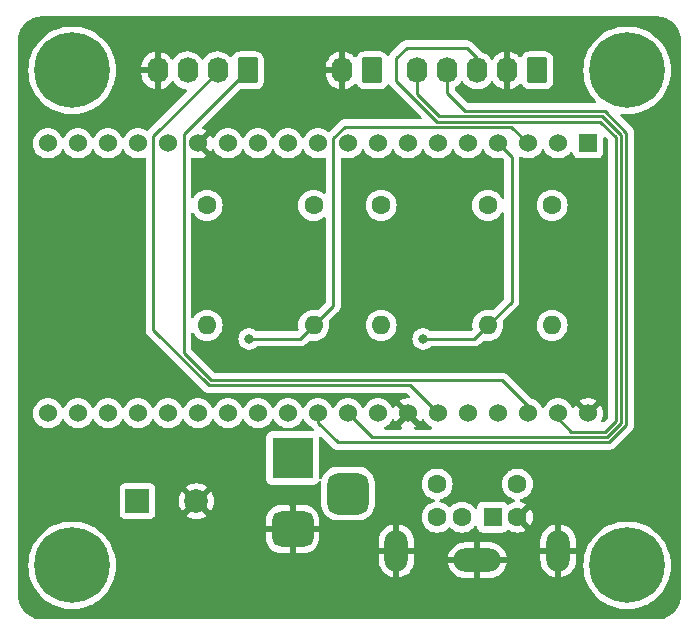
<source format=gbr>
%TF.GenerationSoftware,KiCad,Pcbnew,(6.0.7)*%
%TF.CreationDate,2024-08-27T11:09:32+08:00*%
%TF.ProjectId,KiCad_Esp32_LotNoDisplay,4b694361-645f-4457-9370-33325f4c6f74,rev?*%
%TF.SameCoordinates,Original*%
%TF.FileFunction,Copper,L2,Bot*%
%TF.FilePolarity,Positive*%
%FSLAX46Y46*%
G04 Gerber Fmt 4.6, Leading zero omitted, Abs format (unit mm)*
G04 Created by KiCad (PCBNEW (6.0.7)) date 2024-08-27 11:09:32*
%MOMM*%
%LPD*%
G01*
G04 APERTURE LIST*
G04 Aperture macros list*
%AMRoundRect*
0 Rectangle with rounded corners*
0 $1 Rounding radius*
0 $2 $3 $4 $5 $6 $7 $8 $9 X,Y pos of 4 corners*
0 Add a 4 corners polygon primitive as box body*
4,1,4,$2,$3,$4,$5,$6,$7,$8,$9,$2,$3,0*
0 Add four circle primitives for the rounded corners*
1,1,$1+$1,$2,$3*
1,1,$1+$1,$4,$5*
1,1,$1+$1,$6,$7*
1,1,$1+$1,$8,$9*
0 Add four rect primitives between the rounded corners*
20,1,$1+$1,$2,$3,$4,$5,0*
20,1,$1+$1,$4,$5,$6,$7,0*
20,1,$1+$1,$6,$7,$8,$9,0*
20,1,$1+$1,$8,$9,$2,$3,0*%
G04 Aperture macros list end*
%TA.AperFunction,ComponentPad*%
%ADD10O,1.740000X2.190000*%
%TD*%
%TA.AperFunction,ComponentPad*%
%ADD11RoundRect,0.250000X0.620000X0.845000X-0.620000X0.845000X-0.620000X-0.845000X0.620000X-0.845000X0*%
%TD*%
%TA.AperFunction,ComponentPad*%
%ADD12C,1.530000*%
%TD*%
%TA.AperFunction,ComponentPad*%
%ADD13R,1.530000X1.530000*%
%TD*%
%TA.AperFunction,ComponentPad*%
%ADD14C,0.800000*%
%TD*%
%TA.AperFunction,ComponentPad*%
%ADD15C,6.400000*%
%TD*%
%TA.AperFunction,ComponentPad*%
%ADD16C,1.600000*%
%TD*%
%TA.AperFunction,ComponentPad*%
%ADD17O,1.600000X1.600000*%
%TD*%
%TA.AperFunction,ComponentPad*%
%ADD18RoundRect,0.875000X0.875000X-0.875000X0.875000X0.875000X-0.875000X0.875000X-0.875000X-0.875000X0*%
%TD*%
%TA.AperFunction,ComponentPad*%
%ADD19RoundRect,0.750000X1.000000X-0.750000X1.000000X0.750000X-1.000000X0.750000X-1.000000X-0.750000X0*%
%TD*%
%TA.AperFunction,ComponentPad*%
%ADD20R,3.500000X3.500000*%
%TD*%
%TA.AperFunction,ComponentPad*%
%ADD21R,1.600000X1.600000*%
%TD*%
%TA.AperFunction,ComponentPad*%
%ADD22O,4.000000X2.000000*%
%TD*%
%TA.AperFunction,ComponentPad*%
%ADD23O,2.000000X3.500000*%
%TD*%
%TA.AperFunction,ComponentPad*%
%ADD24C,2.000000*%
%TD*%
%TA.AperFunction,ComponentPad*%
%ADD25R,2.000000X2.000000*%
%TD*%
%TA.AperFunction,ViaPad*%
%ADD26C,0.800000*%
%TD*%
%TA.AperFunction,Conductor*%
%ADD27C,0.250000*%
%TD*%
G04 APERTURE END LIST*
D10*
%TO.P,J5,4,Pin_4*%
%TO.N,GND*%
X32639000Y-30480000D03*
%TO.P,J5,3,Pin_3*%
%TO.N,+5V*%
X35179000Y-30480000D03*
%TO.P,J5,2,Pin_2*%
%TO.N,SDA*%
X37719000Y-30480000D03*
D11*
%TO.P,J5,1,Pin_1*%
%TO.N,SCL*%
X40259000Y-30480000D03*
%TD*%
D12*
%TO.P,U2,38,GND3*%
%TO.N,GND*%
X69085475Y-59518806D03*
%TO.P,U2,37,IO23*%
%TO.N,DIN*%
X66545475Y-59518806D03*
%TO.P,U2,36,IO22*%
%TO.N,SCL*%
X64005475Y-59518806D03*
%TO.P,U2,35,TXD0*%
%TO.N,unconnected-(U2-Pad35)*%
X61465475Y-59518806D03*
%TO.P,U2,34,RXD0*%
%TO.N,unconnected-(U2-Pad34)*%
X58925475Y-59518806D03*
%TO.P,U2,33,IO21*%
%TO.N,SDA*%
X56385475Y-59518806D03*
%TO.P,U2,32,GND2*%
%TO.N,GND*%
X53845475Y-59518806D03*
%TO.P,U2,31,IO19*%
%TO.N,unconnected-(U2-Pad31)*%
X51305475Y-59518806D03*
%TO.P,U2,30,IO18*%
%TO.N,CLK*%
X48765475Y-59518806D03*
%TO.P,U2,29,IO5*%
%TO.N,CS*%
X46225475Y-59518806D03*
%TO.P,U2,28,IO17*%
%TO.N,unconnected-(U2-Pad28)*%
X43685475Y-59518806D03*
%TO.P,U2,27,IO16*%
%TO.N,unconnected-(U2-Pad27)*%
X41145475Y-59518806D03*
%TO.P,U2,26,IO4*%
%TO.N,unconnected-(U2-Pad26)*%
X38605475Y-59518806D03*
%TO.P,U2,25,IO0*%
%TO.N,unconnected-(U2-Pad25)*%
X36065475Y-59518806D03*
%TO.P,U2,24,IO2*%
%TO.N,unconnected-(U2-Pad24)*%
X33525475Y-59518806D03*
%TO.P,U2,23,IO15*%
%TO.N,unconnected-(U2-Pad23)*%
X30985475Y-59518806D03*
%TO.P,U2,22,SD1*%
%TO.N,unconnected-(U2-Pad22)*%
X28445475Y-59518806D03*
%TO.P,U2,21,SD0*%
%TO.N,unconnected-(U2-Pad21)*%
X25905475Y-59518806D03*
%TO.P,U2,20,CLK*%
%TO.N,unconnected-(U2-Pad20)*%
X23365475Y-59518806D03*
%TO.P,U2,19,EXT_5V*%
%TO.N,+5V*%
X23355475Y-36658806D03*
%TO.P,U2,18,CMD*%
%TO.N,unconnected-(U2-Pad18)*%
X25895475Y-36658806D03*
%TO.P,U2,17,SD3*%
%TO.N,unconnected-(U2-Pad17)*%
X28435475Y-36658806D03*
%TO.P,U2,16,SD2*%
%TO.N,unconnected-(U2-Pad16)*%
X30975475Y-36658806D03*
%TO.P,U2,15,IO13*%
%TO.N,unconnected-(U2-Pad15)*%
X33515475Y-36658806D03*
%TO.P,U2,14,GND1*%
%TO.N,GND*%
X36055475Y-36658806D03*
%TO.P,U2,13,IO12*%
%TO.N,unconnected-(U2-Pad13)*%
X38595475Y-36658806D03*
%TO.P,U2,12,IO14*%
%TO.N,unconnected-(U2-Pad12)*%
X41135475Y-36658806D03*
%TO.P,U2,11,IO27*%
%TO.N,unconnected-(U2-Pad11)*%
X43675475Y-36658806D03*
%TO.P,U2,10,IO26*%
%TO.N,unconnected-(U2-Pad10)*%
X46215475Y-36658806D03*
%TO.P,U2,9,IO25*%
%TO.N,unconnected-(U2-Pad9)*%
X48755475Y-36658806D03*
%TO.P,U2,8,IO33*%
%TO.N,unconnected-(U2-Pad8)*%
X51295475Y-36658806D03*
%TO.P,U2,7,IO32*%
%TO.N,unconnected-(U2-Pad7)*%
X53835475Y-36658806D03*
%TO.P,U2,6,IO35*%
%TO.N,unconnected-(U2-Pad6)*%
X56375475Y-36658806D03*
%TO.P,U2,5,IO34*%
%TO.N,unconnected-(U2-Pad5)*%
X58915475Y-36658806D03*
%TO.P,U2,4,IO39*%
%TO.N,PS2-CLK*%
X61455475Y-36658806D03*
%TO.P,U2,3,IO36*%
%TO.N,PS2-Data*%
X63995475Y-36658806D03*
%TO.P,U2,2,EN*%
%TO.N,EN*%
X66535475Y-36658806D03*
D13*
%TO.P,U2,1,3V3*%
%TO.N,+3.3V*%
X69075475Y-36658806D03*
%TD*%
D14*
%TO.P,H2,1*%
%TO.N,N/C*%
X72390000Y-28080000D03*
X74087056Y-32177056D03*
X74087056Y-28782944D03*
X74790000Y-30480000D03*
D15*
X72390000Y-30480000D03*
D14*
X72390000Y-32880000D03*
X70692944Y-28782944D03*
X70692944Y-32177056D03*
X69990000Y-30480000D03*
%TD*%
%TO.P,H4,1*%
%TO.N,N/C*%
X23000000Y-72390000D03*
X23702944Y-74087056D03*
X23702944Y-70692944D03*
X25400000Y-74790000D03*
D15*
X25400000Y-72390000D03*
D14*
X27800000Y-72390000D03*
X27097056Y-70692944D03*
X27097056Y-74087056D03*
X25400000Y-69990000D03*
%TD*%
%TO.P,H3,1*%
%TO.N,N/C*%
X69990000Y-72390000D03*
X70692944Y-74087056D03*
X70692944Y-70692944D03*
X72390000Y-74790000D03*
D15*
X72390000Y-72390000D03*
D14*
X74790000Y-72390000D03*
X74087056Y-70692944D03*
X74087056Y-74087056D03*
X72390000Y-69990000D03*
%TD*%
D11*
%TO.P,J2,1,Pin_1*%
%TO.N,+5V*%
X64770000Y-30480000D03*
D10*
%TO.P,J2,2,Pin_2*%
%TO.N,GND*%
X62230000Y-30480000D03*
%TO.P,J2,3,Pin_3*%
%TO.N,DIN*%
X59690000Y-30480000D03*
%TO.P,J2,4,Pin_4*%
%TO.N,CS*%
X57150000Y-30480000D03*
%TO.P,J2,5,Pin_5*%
%TO.N,CLK*%
X54610000Y-30480000D03*
%TD*%
D16*
%TO.P,R8,1*%
%TO.N,EN*%
X66040000Y-41910000D03*
D17*
%TO.P,R8,2*%
%TO.N,+3.3V*%
X66040000Y-52070000D03*
%TD*%
%TO.P,R5,2*%
%TO.N,PS2-Data*%
X45853332Y-52070000D03*
D16*
%TO.P,R5,1*%
%TO.N,+3.3V*%
X45853332Y-41910000D03*
%TD*%
D17*
%TO.P,R4,2*%
%TO.N,Net-(J1-Pad1)*%
X36830000Y-52070000D03*
D16*
%TO.P,R4,1*%
%TO.N,+5V*%
X36830000Y-41910000D03*
%TD*%
D17*
%TO.P,R3,2*%
%TO.N,PS2-CLK*%
X60591662Y-52070000D03*
D16*
%TO.P,R3,1*%
%TO.N,+3.3V*%
X60591662Y-41910000D03*
%TD*%
%TO.P,R2,1*%
%TO.N,+5V*%
X51568330Y-41910000D03*
D17*
%TO.P,R2,2*%
%TO.N,Net-(J1-Pad5)*%
X51568330Y-52070000D03*
%TD*%
D18*
%TO.P,J3,3*%
%TO.N,N/C*%
X48758870Y-66311280D03*
D19*
%TO.P,J3,2,Pin_2*%
%TO.N,GND*%
X44058870Y-69311280D03*
D20*
%TO.P,J3,1,Pin_1*%
%TO.N,+5V*%
X44058870Y-63311280D03*
%TD*%
D11*
%TO.P,J4,1,Pin_1*%
%TO.N,EN*%
X50800000Y-30480000D03*
D10*
%TO.P,J4,2,Pin_2*%
%TO.N,GND*%
X48260000Y-30480000D03*
%TD*%
D21*
%TO.P,J1,1,Data*%
%TO.N,Net-(J1-Pad1)*%
X61007541Y-68302941D03*
D16*
%TO.P,J1,2*%
%TO.N,unconnected-(J1-Pad2)*%
X58407541Y-68302941D03*
%TO.P,J1,3,GND*%
%TO.N,GND*%
X63107541Y-68302941D03*
%TO.P,J1,4,+5V*%
%TO.N,+5V*%
X56307541Y-68302941D03*
%TO.P,J1,5,CLK*%
%TO.N,Net-(J1-Pad5)*%
X63107541Y-65502941D03*
%TO.P,J1,6*%
%TO.N,unconnected-(J1-Pad6)*%
X56307541Y-65502941D03*
D22*
%TO.P,J1,7,GND*%
%TO.N,GND*%
X59707541Y-71952941D03*
D23*
X66557541Y-71152941D03*
X52857541Y-71152941D03*
%TD*%
D14*
%TO.P,H1,1*%
%TO.N,N/C*%
X25400000Y-28080000D03*
X27097056Y-32177056D03*
X27097056Y-28782944D03*
X27800000Y-30480000D03*
D15*
X25400000Y-30480000D03*
D14*
X25400000Y-32880000D03*
X23702944Y-28782944D03*
X23702944Y-32177056D03*
X23000000Y-30480000D03*
%TD*%
D24*
%TO.P,C1,2*%
%TO.N,GND*%
X35927924Y-66955043D03*
D25*
%TO.P,C1,1*%
%TO.N,+5V*%
X30927924Y-66955043D03*
%TD*%
D26*
%TO.N,PS2-CLK*%
X55118000Y-53213000D03*
%TO.N,PS2-Data*%
X40386000Y-53213000D03*
%TD*%
D27*
%TO.N,SDA*%
X32258000Y-52452396D02*
X32258000Y-36068000D01*
X32258000Y-36068000D02*
X37719000Y-30607000D01*
X36955604Y-57150000D02*
X32258000Y-52452396D01*
X37719000Y-30607000D02*
X37719000Y-30480000D01*
X56385475Y-59518806D02*
X54016669Y-57150000D01*
X54016669Y-57150000D02*
X36955604Y-57150000D01*
%TO.N,SCL*%
X34842262Y-54400262D02*
X37142000Y-56700000D01*
X34842262Y-35896738D02*
X34842262Y-54400262D01*
X40259000Y-30480000D02*
X34842262Y-35896738D01*
X37142000Y-56700000D02*
X61780000Y-56700000D01*
X61780000Y-56700000D02*
X64005475Y-58925475D01*
X64005475Y-58925475D02*
X64005475Y-59518806D01*
%TO.N,PS2-Data*%
X43688000Y-53213000D02*
X44710332Y-53213000D01*
X40386000Y-53213000D02*
X43688000Y-53213000D01*
%TO.N,PS2-CLK*%
X59448662Y-53213000D02*
X60591662Y-52070000D01*
X55118000Y-53213000D02*
X59448662Y-53213000D01*
%TO.N,PS2-Data*%
X44710332Y-53213000D02*
X45853332Y-52070000D01*
%TO.N,DIN*%
X66545475Y-59941475D02*
X66545475Y-59518806D01*
X70493208Y-61076000D02*
X67680000Y-61076000D01*
X71432000Y-60137208D02*
X70493208Y-61076000D01*
X71432000Y-36127396D02*
X71432000Y-60137208D01*
X70113604Y-34809000D02*
X71432000Y-36127396D01*
X56272000Y-34809000D02*
X70113604Y-34809000D01*
X52832000Y-31369000D02*
X56272000Y-34809000D01*
X67680000Y-61076000D02*
X66545475Y-59941475D01*
X53721000Y-28575000D02*
X52832000Y-29464000D01*
X58801000Y-28575000D02*
X53721000Y-28575000D01*
X59690000Y-29464000D02*
X58801000Y-28575000D01*
X52832000Y-29464000D02*
X52832000Y-31369000D01*
X59690000Y-30480000D02*
X59690000Y-29464000D01*
%TO.N,PS2-Data*%
X47508766Y-50414566D02*
X45853332Y-52070000D01*
X47508766Y-36234186D02*
X47508766Y-50414566D01*
X48483952Y-35259000D02*
X47508766Y-36234186D01*
X62595669Y-35259000D02*
X48483952Y-35259000D01*
X63995475Y-36658806D02*
X62595669Y-35259000D01*
%TO.N,CLK*%
X50772669Y-61526000D02*
X48765475Y-59518806D01*
X70679604Y-61526000D02*
X50772669Y-61526000D01*
X56458396Y-34359000D02*
X70300000Y-34359000D01*
X71882000Y-35941000D02*
X71882000Y-60323604D01*
X71882000Y-60323604D02*
X70679604Y-61526000D01*
X54610000Y-32510604D02*
X56458396Y-34359000D01*
X70300000Y-34359000D02*
X71882000Y-35941000D01*
X54610000Y-30480000D02*
X54610000Y-32510604D01*
%TO.N,CS*%
X46225475Y-60322475D02*
X46225475Y-59518806D01*
X72332000Y-60510000D02*
X70866000Y-61976000D01*
X72332000Y-35754604D02*
X72332000Y-60510000D01*
X70486396Y-33909000D02*
X72332000Y-35754604D01*
X47879000Y-61976000D02*
X46225475Y-60322475D01*
X58675396Y-33909000D02*
X70486396Y-33909000D01*
X70866000Y-61976000D02*
X47879000Y-61976000D01*
X57150000Y-32383604D02*
X58675396Y-33909000D01*
X57150000Y-30480000D02*
X57150000Y-32383604D01*
%TO.N,PS2-CLK*%
X62611000Y-50050662D02*
X60591662Y-52070000D01*
X62611000Y-37814331D02*
X62611000Y-50050662D01*
X61455475Y-36658806D02*
X62611000Y-37814331D01*
%TD*%
%TA.AperFunction,Conductor*%
%TO.N,GND*%
G36*
X74900018Y-25910000D02*
G01*
X74914851Y-25912310D01*
X74914855Y-25912310D01*
X74923724Y-25913691D01*
X74932626Y-25912527D01*
X74932629Y-25912527D01*
X74940012Y-25911561D01*
X74964591Y-25910767D01*
X74991442Y-25912527D01*
X75186922Y-25925340D01*
X75203262Y-25927491D01*
X75325478Y-25951801D01*
X75447696Y-25976112D01*
X75463606Y-25980375D01*
X75699600Y-26060484D01*
X75714826Y-26066791D01*
X75938342Y-26177016D01*
X75952616Y-26185257D01*
X76159829Y-26323713D01*
X76172905Y-26333746D01*
X76360278Y-26498068D01*
X76371932Y-26509722D01*
X76536254Y-26697095D01*
X76546287Y-26710171D01*
X76684743Y-26917384D01*
X76692984Y-26931658D01*
X76803209Y-27155174D01*
X76809515Y-27170398D01*
X76889625Y-27406394D01*
X76893889Y-27422307D01*
X76942509Y-27666738D01*
X76944660Y-27683078D01*
X76958763Y-27898236D01*
X76957733Y-27921350D01*
X76957690Y-27924854D01*
X76956309Y-27933724D01*
X76957473Y-27942626D01*
X76957473Y-27942628D01*
X76958771Y-27952552D01*
X76959821Y-27960577D01*
X76960436Y-27965283D01*
X76961500Y-27981621D01*
X76961500Y-74880633D01*
X76960000Y-74900018D01*
X76957690Y-74914851D01*
X76957690Y-74914855D01*
X76956309Y-74923724D01*
X76957473Y-74932626D01*
X76957473Y-74932629D01*
X76958439Y-74940012D01*
X76959233Y-74964591D01*
X76944660Y-75186922D01*
X76942509Y-75203262D01*
X76893889Y-75447693D01*
X76889625Y-75463606D01*
X76855312Y-75564689D01*
X76809516Y-75699600D01*
X76803209Y-75714826D01*
X76692984Y-75938342D01*
X76684743Y-75952616D01*
X76546287Y-76159829D01*
X76536254Y-76172905D01*
X76371932Y-76360278D01*
X76360278Y-76371932D01*
X76172905Y-76536254D01*
X76159829Y-76546287D01*
X75952616Y-76684743D01*
X75938342Y-76692984D01*
X75714826Y-76803209D01*
X75699602Y-76809515D01*
X75463606Y-76889625D01*
X75447696Y-76893888D01*
X75325477Y-76918199D01*
X75203262Y-76942509D01*
X75186922Y-76944660D01*
X75038134Y-76954413D01*
X74971763Y-76958763D01*
X74948650Y-76957733D01*
X74945146Y-76957690D01*
X74936276Y-76956309D01*
X74927374Y-76957473D01*
X74927372Y-76957473D01*
X74913915Y-76959233D01*
X74904714Y-76960436D01*
X74888379Y-76961500D01*
X22909367Y-76961500D01*
X22889982Y-76960000D01*
X22875149Y-76957690D01*
X22875145Y-76957690D01*
X22866276Y-76956309D01*
X22857374Y-76957473D01*
X22857371Y-76957473D01*
X22849988Y-76958439D01*
X22825409Y-76959233D01*
X22780799Y-76956309D01*
X22603078Y-76944660D01*
X22586738Y-76942509D01*
X22464523Y-76918199D01*
X22342304Y-76893888D01*
X22326394Y-76889625D01*
X22090398Y-76809515D01*
X22075174Y-76803209D01*
X21851658Y-76692984D01*
X21837384Y-76684743D01*
X21630171Y-76546287D01*
X21617095Y-76536254D01*
X21429722Y-76371932D01*
X21418068Y-76360278D01*
X21253746Y-76172905D01*
X21243713Y-76159829D01*
X21105257Y-75952616D01*
X21097016Y-75938342D01*
X20986791Y-75714826D01*
X20980484Y-75699600D01*
X20934688Y-75564689D01*
X20900375Y-75463606D01*
X20896111Y-75447693D01*
X20847491Y-75203262D01*
X20845340Y-75186922D01*
X20831476Y-74975407D01*
X20832650Y-74952232D01*
X20832334Y-74952204D01*
X20832770Y-74947344D01*
X20833576Y-74942552D01*
X20833729Y-74930000D01*
X20829773Y-74902376D01*
X20828500Y-74884514D01*
X20828500Y-72390000D01*
X21686411Y-72390000D01*
X21706754Y-72778176D01*
X21707267Y-72781416D01*
X21707268Y-72781424D01*
X21725533Y-72896743D01*
X21767562Y-73162099D01*
X21868167Y-73537562D01*
X22007468Y-73900453D01*
X22183938Y-74246794D01*
X22395643Y-74572793D01*
X22640266Y-74874876D01*
X22915124Y-75149734D01*
X23217207Y-75394357D01*
X23543205Y-75606062D01*
X23546139Y-75607557D01*
X23546146Y-75607561D01*
X23742133Y-75707421D01*
X23889547Y-75782532D01*
X24252438Y-75921833D01*
X24627901Y-76022438D01*
X24831793Y-76054732D01*
X25008576Y-76082732D01*
X25008584Y-76082733D01*
X25011824Y-76083246D01*
X25400000Y-76103589D01*
X25788176Y-76083246D01*
X25791416Y-76082733D01*
X25791424Y-76082732D01*
X25968207Y-76054732D01*
X26172099Y-76022438D01*
X26547562Y-75921833D01*
X26910453Y-75782532D01*
X27057867Y-75707421D01*
X27253854Y-75607561D01*
X27253861Y-75607557D01*
X27256795Y-75606062D01*
X27582793Y-75394357D01*
X27884876Y-75149734D01*
X28159734Y-74874876D01*
X28404357Y-74572793D01*
X28616062Y-74246794D01*
X28792532Y-73900453D01*
X28931833Y-73537562D01*
X29032438Y-73162099D01*
X29074467Y-72896743D01*
X29092732Y-72781424D01*
X29092733Y-72781416D01*
X29093246Y-72778176D01*
X29113589Y-72390000D01*
X29093246Y-72001824D01*
X29086843Y-71961397D01*
X51349541Y-71961397D01*
X51349743Y-71966429D01*
X51363691Y-72139784D01*
X51365303Y-72149737D01*
X51420774Y-72375574D01*
X51423957Y-72385144D01*
X51514821Y-72599206D01*
X51519496Y-72608148D01*
X51643415Y-72804928D01*
X51649455Y-72813001D01*
X51803244Y-72987441D01*
X51810497Y-72994445D01*
X51990195Y-73142051D01*
X51998477Y-73147807D01*
X52199460Y-73264782D01*
X52208565Y-73269144D01*
X52425656Y-73352478D01*
X52435345Y-73355329D01*
X52585805Y-73386762D01*
X52599866Y-73385639D01*
X52603541Y-73375531D01*
X52603541Y-73373531D01*
X53111541Y-73373531D01*
X53115677Y-73387617D01*
X53128655Y-73389666D01*
X53146371Y-73387616D01*
X53156268Y-73385656D01*
X53380035Y-73322337D01*
X53389479Y-73318825D01*
X53600246Y-73220542D01*
X53609012Y-73215563D01*
X53801343Y-73084854D01*
X53809218Y-73078522D01*
X53978167Y-72918755D01*
X53984928Y-72911246D01*
X54126166Y-72726515D01*
X54131630Y-72718036D01*
X54241519Y-72513094D01*
X54245561Y-72503842D01*
X54321268Y-72283970D01*
X54323777Y-72274198D01*
X54332438Y-72224055D01*
X57220816Y-72224055D01*
X57222866Y-72241771D01*
X57224826Y-72251668D01*
X57288145Y-72475435D01*
X57291657Y-72484879D01*
X57389940Y-72695646D01*
X57394919Y-72704412D01*
X57525628Y-72896743D01*
X57531960Y-72904618D01*
X57691727Y-73073567D01*
X57699236Y-73080328D01*
X57883967Y-73221566D01*
X57892446Y-73227030D01*
X58097388Y-73336919D01*
X58106640Y-73340961D01*
X58326512Y-73416668D01*
X58336284Y-73419177D01*
X58566512Y-73458945D01*
X58574384Y-73459800D01*
X58598092Y-73460877D01*
X58600925Y-73460941D01*
X59435426Y-73460941D01*
X59450665Y-73456466D01*
X59451870Y-73455076D01*
X59453541Y-73447393D01*
X59453541Y-73442826D01*
X59961541Y-73442826D01*
X59966016Y-73458065D01*
X59967406Y-73459270D01*
X59975089Y-73460941D01*
X60765997Y-73460941D01*
X60771029Y-73460739D01*
X60944384Y-73446791D01*
X60954337Y-73445179D01*
X61180174Y-73389708D01*
X61189744Y-73386525D01*
X61403806Y-73295661D01*
X61412748Y-73290986D01*
X61609528Y-73167067D01*
X61617601Y-73161027D01*
X61792041Y-73007238D01*
X61799045Y-72999985D01*
X61946651Y-72820287D01*
X61952407Y-72812005D01*
X62069382Y-72611022D01*
X62073744Y-72601917D01*
X62157078Y-72384826D01*
X62159929Y-72375137D01*
X62191362Y-72224677D01*
X62190239Y-72210616D01*
X62180131Y-72206941D01*
X59979656Y-72206941D01*
X59964417Y-72211416D01*
X59963212Y-72212806D01*
X59961541Y-72220489D01*
X59961541Y-73442826D01*
X59453541Y-73442826D01*
X59453541Y-72225056D01*
X59449066Y-72209817D01*
X59447676Y-72208612D01*
X59439993Y-72206941D01*
X57236951Y-72206941D01*
X57222865Y-72211077D01*
X57220816Y-72224055D01*
X54332438Y-72224055D01*
X54363545Y-72043970D01*
X54364400Y-72036098D01*
X54365477Y-72012390D01*
X54365541Y-72009557D01*
X54365541Y-71961397D01*
X65049541Y-71961397D01*
X65049743Y-71966429D01*
X65063691Y-72139784D01*
X65065303Y-72149737D01*
X65120774Y-72375574D01*
X65123957Y-72385144D01*
X65214821Y-72599206D01*
X65219496Y-72608148D01*
X65343415Y-72804928D01*
X65349455Y-72813001D01*
X65503244Y-72987441D01*
X65510497Y-72994445D01*
X65690195Y-73142051D01*
X65698477Y-73147807D01*
X65899460Y-73264782D01*
X65908565Y-73269144D01*
X66125656Y-73352478D01*
X66135345Y-73355329D01*
X66285805Y-73386762D01*
X66299866Y-73385639D01*
X66303541Y-73375531D01*
X66303541Y-73373531D01*
X66811541Y-73373531D01*
X66815677Y-73387617D01*
X66828655Y-73389666D01*
X66846371Y-73387616D01*
X66856268Y-73385656D01*
X67080035Y-73322337D01*
X67089479Y-73318825D01*
X67300246Y-73220542D01*
X67309012Y-73215563D01*
X67501343Y-73084854D01*
X67509218Y-73078522D01*
X67678167Y-72918755D01*
X67684928Y-72911246D01*
X67826166Y-72726515D01*
X67831630Y-72718036D01*
X67941519Y-72513094D01*
X67945561Y-72503842D01*
X67984759Y-72390000D01*
X68676411Y-72390000D01*
X68696754Y-72778176D01*
X68697267Y-72781416D01*
X68697268Y-72781424D01*
X68715533Y-72896743D01*
X68757562Y-73162099D01*
X68858167Y-73537562D01*
X68997468Y-73900453D01*
X69173938Y-74246794D01*
X69385643Y-74572793D01*
X69630266Y-74874876D01*
X69905124Y-75149734D01*
X70207207Y-75394357D01*
X70533205Y-75606062D01*
X70536139Y-75607557D01*
X70536146Y-75607561D01*
X70732133Y-75707421D01*
X70879547Y-75782532D01*
X71242438Y-75921833D01*
X71617901Y-76022438D01*
X71821793Y-76054732D01*
X71998576Y-76082732D01*
X71998584Y-76082733D01*
X72001824Y-76083246D01*
X72390000Y-76103589D01*
X72778176Y-76083246D01*
X72781416Y-76082733D01*
X72781424Y-76082732D01*
X72958207Y-76054732D01*
X73162099Y-76022438D01*
X73537562Y-75921833D01*
X73900453Y-75782532D01*
X74047867Y-75707421D01*
X74243854Y-75607561D01*
X74243861Y-75607557D01*
X74246795Y-75606062D01*
X74572793Y-75394357D01*
X74874876Y-75149734D01*
X75149734Y-74874876D01*
X75394357Y-74572793D01*
X75606062Y-74246794D01*
X75782532Y-73900453D01*
X75921833Y-73537562D01*
X76022438Y-73162099D01*
X76064467Y-72896743D01*
X76082732Y-72781424D01*
X76082733Y-72781416D01*
X76083246Y-72778176D01*
X76103589Y-72390000D01*
X76083246Y-72001824D01*
X76022438Y-71617901D01*
X75921833Y-71242438D01*
X75888359Y-71155234D01*
X75792647Y-70905897D01*
X75782532Y-70879547D01*
X75680273Y-70678852D01*
X75607561Y-70536147D01*
X75607557Y-70536140D01*
X75606062Y-70533206D01*
X75597069Y-70519357D01*
X75396152Y-70209971D01*
X75396152Y-70209970D01*
X75394357Y-70207207D01*
X75252221Y-70031684D01*
X75151809Y-69907686D01*
X75151806Y-69907682D01*
X75149734Y-69905124D01*
X74874876Y-69630266D01*
X74857802Y-69616439D01*
X74612708Y-69417966D01*
X74572793Y-69385643D01*
X74459851Y-69312298D01*
X74249564Y-69175736D01*
X74249561Y-69175734D01*
X74246795Y-69173938D01*
X74243861Y-69172443D01*
X74243854Y-69172439D01*
X73903393Y-68998966D01*
X73900453Y-68997468D01*
X73537562Y-68858167D01*
X73162099Y-68757562D01*
X72958207Y-68725268D01*
X72781424Y-68697268D01*
X72781416Y-68697267D01*
X72778176Y-68696754D01*
X72390000Y-68676411D01*
X72001824Y-68696754D01*
X71998584Y-68697267D01*
X71998576Y-68697268D01*
X71821793Y-68725268D01*
X71617901Y-68757562D01*
X71242438Y-68858167D01*
X70879547Y-68997468D01*
X70876607Y-68998966D01*
X70536147Y-69172439D01*
X70536140Y-69172443D01*
X70533206Y-69173938D01*
X70530440Y-69175734D01*
X70530437Y-69175736D01*
X70275585Y-69341238D01*
X70207207Y-69385643D01*
X70167292Y-69417966D01*
X69922199Y-69616439D01*
X69905124Y-69630266D01*
X69630266Y-69905124D01*
X69628194Y-69907682D01*
X69628191Y-69907686D01*
X69527779Y-70031684D01*
X69385643Y-70207207D01*
X69383848Y-70209970D01*
X69383848Y-70209971D01*
X69182932Y-70519357D01*
X69173938Y-70533206D01*
X69172443Y-70536140D01*
X69172439Y-70536147D01*
X69099727Y-70678852D01*
X68997468Y-70879547D01*
X68987353Y-70905897D01*
X68891642Y-71155234D01*
X68858167Y-71242438D01*
X68757562Y-71617901D01*
X68696754Y-72001824D01*
X68676411Y-72390000D01*
X67984759Y-72390000D01*
X68021268Y-72283970D01*
X68023777Y-72274198D01*
X68063545Y-72043970D01*
X68064400Y-72036098D01*
X68065477Y-72012390D01*
X68065541Y-72009557D01*
X68065541Y-71425056D01*
X68061066Y-71409817D01*
X68059676Y-71408612D01*
X68051993Y-71406941D01*
X66829656Y-71406941D01*
X66814417Y-71411416D01*
X66813212Y-71412806D01*
X66811541Y-71420489D01*
X66811541Y-73373531D01*
X66303541Y-73373531D01*
X66303541Y-71425056D01*
X66299066Y-71409817D01*
X66297676Y-71408612D01*
X66289993Y-71406941D01*
X65067656Y-71406941D01*
X65052417Y-71411416D01*
X65051212Y-71412806D01*
X65049541Y-71420489D01*
X65049541Y-71961397D01*
X54365541Y-71961397D01*
X54365541Y-71681205D01*
X57223720Y-71681205D01*
X57224843Y-71695266D01*
X57234951Y-71698941D01*
X59435426Y-71698941D01*
X59450665Y-71694466D01*
X59451870Y-71693076D01*
X59453541Y-71685393D01*
X59453541Y-71680826D01*
X59961541Y-71680826D01*
X59966016Y-71696065D01*
X59967406Y-71697270D01*
X59975089Y-71698941D01*
X62178131Y-71698941D01*
X62192217Y-71694805D01*
X62194266Y-71681827D01*
X62192216Y-71664111D01*
X62190256Y-71654214D01*
X62126937Y-71430447D01*
X62123425Y-71421003D01*
X62025142Y-71210236D01*
X62020163Y-71201470D01*
X61889454Y-71009139D01*
X61883122Y-71001264D01*
X61769230Y-70880826D01*
X65049541Y-70880826D01*
X65054016Y-70896065D01*
X65055406Y-70897270D01*
X65063089Y-70898941D01*
X66285426Y-70898941D01*
X66300665Y-70894466D01*
X66301870Y-70893076D01*
X66303541Y-70885393D01*
X66303541Y-70880826D01*
X66811541Y-70880826D01*
X66816016Y-70896065D01*
X66817406Y-70897270D01*
X66825089Y-70898941D01*
X68047426Y-70898941D01*
X68062665Y-70894466D01*
X68063870Y-70893076D01*
X68065541Y-70885393D01*
X68065541Y-70344485D01*
X68065339Y-70339453D01*
X68051391Y-70166098D01*
X68049779Y-70156145D01*
X67994308Y-69930308D01*
X67991125Y-69920738D01*
X67900261Y-69706676D01*
X67895586Y-69697734D01*
X67771667Y-69500954D01*
X67765627Y-69492881D01*
X67611838Y-69318441D01*
X67604585Y-69311437D01*
X67424887Y-69163831D01*
X67416605Y-69158075D01*
X67215622Y-69041100D01*
X67206517Y-69036738D01*
X66989426Y-68953404D01*
X66979737Y-68950553D01*
X66829277Y-68919120D01*
X66815216Y-68920243D01*
X66811541Y-68930351D01*
X66811541Y-70880826D01*
X66303541Y-70880826D01*
X66303541Y-68932351D01*
X66299405Y-68918265D01*
X66286427Y-68916216D01*
X66268711Y-68918266D01*
X66258814Y-68920226D01*
X66035047Y-68983545D01*
X66025603Y-68987057D01*
X65814836Y-69085340D01*
X65806070Y-69090319D01*
X65613739Y-69221028D01*
X65605864Y-69227360D01*
X65436915Y-69387127D01*
X65430154Y-69394636D01*
X65288916Y-69579367D01*
X65283452Y-69587846D01*
X65173563Y-69792788D01*
X65169521Y-69802040D01*
X65093814Y-70021912D01*
X65091305Y-70031684D01*
X65051537Y-70261912D01*
X65050682Y-70269784D01*
X65049605Y-70293492D01*
X65049541Y-70296325D01*
X65049541Y-70880826D01*
X61769230Y-70880826D01*
X61723355Y-70832315D01*
X61715846Y-70825554D01*
X61531115Y-70684316D01*
X61522636Y-70678852D01*
X61317694Y-70568963D01*
X61308442Y-70564921D01*
X61088570Y-70489214D01*
X61078798Y-70486705D01*
X60848570Y-70446937D01*
X60840698Y-70446082D01*
X60816990Y-70445005D01*
X60814157Y-70444941D01*
X59979656Y-70444941D01*
X59964417Y-70449416D01*
X59963212Y-70450806D01*
X59961541Y-70458489D01*
X59961541Y-71680826D01*
X59453541Y-71680826D01*
X59453541Y-70463056D01*
X59449066Y-70447817D01*
X59447676Y-70446612D01*
X59439993Y-70444941D01*
X58649085Y-70444941D01*
X58644053Y-70445143D01*
X58470698Y-70459091D01*
X58460745Y-70460703D01*
X58234908Y-70516174D01*
X58225338Y-70519357D01*
X58011276Y-70610221D01*
X58002334Y-70614896D01*
X57805554Y-70738815D01*
X57797481Y-70744855D01*
X57623041Y-70898644D01*
X57616037Y-70905897D01*
X57468431Y-71085595D01*
X57462675Y-71093877D01*
X57345700Y-71294860D01*
X57341338Y-71303965D01*
X57258004Y-71521056D01*
X57255153Y-71530745D01*
X57223720Y-71681205D01*
X54365541Y-71681205D01*
X54365541Y-71425056D01*
X54361066Y-71409817D01*
X54359676Y-71408612D01*
X54351993Y-71406941D01*
X53129656Y-71406941D01*
X53114417Y-71411416D01*
X53113212Y-71412806D01*
X53111541Y-71420489D01*
X53111541Y-73373531D01*
X52603541Y-73373531D01*
X52603541Y-71425056D01*
X52599066Y-71409817D01*
X52597676Y-71408612D01*
X52589993Y-71406941D01*
X51367656Y-71406941D01*
X51352417Y-71411416D01*
X51351212Y-71412806D01*
X51349541Y-71420489D01*
X51349541Y-71961397D01*
X29086843Y-71961397D01*
X29032438Y-71617901D01*
X28931833Y-71242438D01*
X28898359Y-71155234D01*
X28802647Y-70905897D01*
X28792532Y-70879547D01*
X28690273Y-70678852D01*
X28617561Y-70536147D01*
X28617557Y-70536140D01*
X28616062Y-70533206D01*
X28607069Y-70519357D01*
X28406152Y-70209971D01*
X28406152Y-70209970D01*
X28404357Y-70207207D01*
X28334743Y-70121241D01*
X41800871Y-70121241D01*
X41801079Y-70126351D01*
X41811952Y-70260047D01*
X41813722Y-70270600D01*
X41866837Y-70477465D01*
X41870571Y-70488011D01*
X41959380Y-70681985D01*
X41964916Y-70691692D01*
X42086673Y-70866877D01*
X42093846Y-70875456D01*
X42244694Y-71026304D01*
X42253273Y-71033477D01*
X42428458Y-71155234D01*
X42438165Y-71160770D01*
X42632139Y-71249579D01*
X42642685Y-71253313D01*
X42849549Y-71306427D01*
X42860104Y-71308198D01*
X42993800Y-71319073D01*
X42998906Y-71319280D01*
X43786755Y-71319280D01*
X43801994Y-71314805D01*
X43803199Y-71313415D01*
X43804870Y-71305732D01*
X43804870Y-71301164D01*
X44312870Y-71301164D01*
X44317345Y-71316403D01*
X44318735Y-71317608D01*
X44326418Y-71319279D01*
X45118831Y-71319279D01*
X45123941Y-71319071D01*
X45257637Y-71308198D01*
X45268190Y-71306428D01*
X45475055Y-71253313D01*
X45485601Y-71249579D01*
X45679575Y-71160770D01*
X45689282Y-71155234D01*
X45864467Y-71033477D01*
X45873046Y-71026304D01*
X46018524Y-70880826D01*
X51349541Y-70880826D01*
X51354016Y-70896065D01*
X51355406Y-70897270D01*
X51363089Y-70898941D01*
X52585426Y-70898941D01*
X52600665Y-70894466D01*
X52601870Y-70893076D01*
X52603541Y-70885393D01*
X52603541Y-70880826D01*
X53111541Y-70880826D01*
X53116016Y-70896065D01*
X53117406Y-70897270D01*
X53125089Y-70898941D01*
X54347426Y-70898941D01*
X54362665Y-70894466D01*
X54363870Y-70893076D01*
X54365541Y-70885393D01*
X54365541Y-70344485D01*
X54365339Y-70339453D01*
X54351391Y-70166098D01*
X54349779Y-70156145D01*
X54294308Y-69930308D01*
X54291125Y-69920738D01*
X54200261Y-69706676D01*
X54195586Y-69697734D01*
X54071667Y-69500954D01*
X54065627Y-69492881D01*
X53911838Y-69318441D01*
X53904585Y-69311437D01*
X53724887Y-69163831D01*
X53716605Y-69158075D01*
X53515622Y-69041100D01*
X53506517Y-69036738D01*
X53289426Y-68953404D01*
X53279737Y-68950553D01*
X53129277Y-68919120D01*
X53115216Y-68920243D01*
X53111541Y-68930351D01*
X53111541Y-70880826D01*
X52603541Y-70880826D01*
X52603541Y-68932351D01*
X52599405Y-68918265D01*
X52586427Y-68916216D01*
X52568711Y-68918266D01*
X52558814Y-68920226D01*
X52335047Y-68983545D01*
X52325603Y-68987057D01*
X52114836Y-69085340D01*
X52106070Y-69090319D01*
X51913739Y-69221028D01*
X51905864Y-69227360D01*
X51736915Y-69387127D01*
X51730154Y-69394636D01*
X51588916Y-69579367D01*
X51583452Y-69587846D01*
X51473563Y-69792788D01*
X51469521Y-69802040D01*
X51393814Y-70021912D01*
X51391305Y-70031684D01*
X51351537Y-70261912D01*
X51350682Y-70269784D01*
X51349605Y-70293492D01*
X51349541Y-70296325D01*
X51349541Y-70880826D01*
X46018524Y-70880826D01*
X46023894Y-70875456D01*
X46031067Y-70866877D01*
X46152824Y-70691692D01*
X46158360Y-70681985D01*
X46247169Y-70488011D01*
X46250903Y-70477465D01*
X46304017Y-70270601D01*
X46305788Y-70260046D01*
X46316663Y-70126350D01*
X46316870Y-70121244D01*
X46316870Y-69583395D01*
X46312395Y-69568156D01*
X46311005Y-69566951D01*
X46303322Y-69565280D01*
X44330985Y-69565280D01*
X44315746Y-69569755D01*
X44314541Y-69571145D01*
X44312870Y-69578828D01*
X44312870Y-71301164D01*
X43804870Y-71301164D01*
X43804870Y-69583395D01*
X43800395Y-69568156D01*
X43799005Y-69566951D01*
X43791322Y-69565280D01*
X41818986Y-69565280D01*
X41803747Y-69569755D01*
X41802542Y-69571145D01*
X41800871Y-69578828D01*
X41800871Y-70121241D01*
X28334743Y-70121241D01*
X28262221Y-70031684D01*
X28161809Y-69907686D01*
X28161806Y-69907682D01*
X28159734Y-69905124D01*
X27884876Y-69630266D01*
X27867802Y-69616439D01*
X27622708Y-69417966D01*
X27582793Y-69385643D01*
X27469851Y-69312298D01*
X27259564Y-69175736D01*
X27259561Y-69175734D01*
X27256795Y-69173938D01*
X27253861Y-69172443D01*
X27253854Y-69172439D01*
X26992288Y-69039165D01*
X41800870Y-69039165D01*
X41805345Y-69054404D01*
X41806735Y-69055609D01*
X41814418Y-69057280D01*
X43786755Y-69057280D01*
X43801994Y-69052805D01*
X43803199Y-69051415D01*
X43804870Y-69043732D01*
X43804870Y-69039165D01*
X44312870Y-69039165D01*
X44317345Y-69054404D01*
X44318735Y-69055609D01*
X44326418Y-69057280D01*
X46298754Y-69057280D01*
X46313993Y-69052805D01*
X46315198Y-69051415D01*
X46316869Y-69043732D01*
X46316869Y-68501319D01*
X46316661Y-68496209D01*
X46305788Y-68362513D01*
X46304018Y-68351960D01*
X46250903Y-68145095D01*
X46247169Y-68134549D01*
X46158360Y-67940575D01*
X46152824Y-67930868D01*
X46031067Y-67755683D01*
X46023894Y-67747104D01*
X45873046Y-67596256D01*
X45864467Y-67589083D01*
X45689282Y-67467326D01*
X45679575Y-67461790D01*
X45485601Y-67372981D01*
X45475055Y-67369247D01*
X45268191Y-67316133D01*
X45257636Y-67314362D01*
X45123940Y-67303487D01*
X45118834Y-67303280D01*
X44330985Y-67303280D01*
X44315746Y-67307755D01*
X44314541Y-67309145D01*
X44312870Y-67316828D01*
X44312870Y-69039165D01*
X43804870Y-69039165D01*
X43804870Y-67321396D01*
X43800395Y-67306157D01*
X43799005Y-67304952D01*
X43791322Y-67303281D01*
X42998909Y-67303281D01*
X42993799Y-67303489D01*
X42860103Y-67314362D01*
X42849550Y-67316132D01*
X42642685Y-67369247D01*
X42632139Y-67372981D01*
X42438165Y-67461790D01*
X42428458Y-67467326D01*
X42253273Y-67589083D01*
X42244694Y-67596256D01*
X42093846Y-67747104D01*
X42086673Y-67755683D01*
X41964916Y-67930868D01*
X41959380Y-67940575D01*
X41870571Y-68134549D01*
X41866837Y-68145095D01*
X41813723Y-68351959D01*
X41811952Y-68362514D01*
X41801077Y-68496210D01*
X41800870Y-68501316D01*
X41800870Y-69039165D01*
X26992288Y-69039165D01*
X26913393Y-68998966D01*
X26910453Y-68997468D01*
X26547562Y-68858167D01*
X26172099Y-68757562D01*
X25968207Y-68725268D01*
X25791424Y-68697268D01*
X25791416Y-68697267D01*
X25788176Y-68696754D01*
X25400000Y-68676411D01*
X25011824Y-68696754D01*
X25008584Y-68697267D01*
X25008576Y-68697268D01*
X24831793Y-68725268D01*
X24627901Y-68757562D01*
X24252438Y-68858167D01*
X23889547Y-68997468D01*
X23886607Y-68998966D01*
X23546147Y-69172439D01*
X23546140Y-69172443D01*
X23543206Y-69173938D01*
X23540440Y-69175734D01*
X23540437Y-69175736D01*
X23285585Y-69341238D01*
X23217207Y-69385643D01*
X23177292Y-69417966D01*
X22932199Y-69616439D01*
X22915124Y-69630266D01*
X22640266Y-69905124D01*
X22638194Y-69907682D01*
X22638191Y-69907686D01*
X22537779Y-70031684D01*
X22395643Y-70207207D01*
X22393848Y-70209970D01*
X22393848Y-70209971D01*
X22192932Y-70519357D01*
X22183938Y-70533206D01*
X22182443Y-70536140D01*
X22182439Y-70536147D01*
X22109727Y-70678852D01*
X22007468Y-70879547D01*
X21997353Y-70905897D01*
X21901642Y-71155234D01*
X21868167Y-71242438D01*
X21767562Y-71617901D01*
X21706754Y-72001824D01*
X21686411Y-72390000D01*
X20828500Y-72390000D01*
X20828500Y-68003177D01*
X29419424Y-68003177D01*
X29426179Y-68065359D01*
X29477309Y-68201748D01*
X29564663Y-68318304D01*
X29681219Y-68405658D01*
X29817608Y-68456788D01*
X29879790Y-68463543D01*
X31976058Y-68463543D01*
X32038240Y-68456788D01*
X32174629Y-68405658D01*
X32291185Y-68318304D01*
X32378539Y-68201748D01*
X32383800Y-68187713D01*
X35060084Y-68187713D01*
X35065811Y-68195363D01*
X35236966Y-68300248D01*
X35245761Y-68304730D01*
X35455912Y-68391777D01*
X35465297Y-68394826D01*
X35686478Y-68447928D01*
X35696225Y-68449471D01*
X35922994Y-68467318D01*
X35932854Y-68467318D01*
X36159623Y-68449471D01*
X36169370Y-68447928D01*
X36390551Y-68394826D01*
X36399936Y-68391777D01*
X36610087Y-68304730D01*
X36618882Y-68300248D01*
X36786369Y-68197611D01*
X36795831Y-68187153D01*
X36792048Y-68178377D01*
X35940736Y-67327065D01*
X35926792Y-67319451D01*
X35924959Y-67319582D01*
X35918344Y-67323833D01*
X35066844Y-68175333D01*
X35060084Y-68187713D01*
X32383800Y-68187713D01*
X32429669Y-68065359D01*
X32436424Y-68003177D01*
X32436424Y-66959973D01*
X34415649Y-66959973D01*
X34433496Y-67186742D01*
X34435039Y-67196489D01*
X34488141Y-67417670D01*
X34491190Y-67427055D01*
X34578237Y-67637206D01*
X34582719Y-67646001D01*
X34685356Y-67813488D01*
X34695814Y-67822950D01*
X34704590Y-67819167D01*
X35555902Y-66967855D01*
X35562280Y-66956175D01*
X36292332Y-66956175D01*
X36292463Y-66958008D01*
X36296714Y-66964623D01*
X37148214Y-67816123D01*
X37160594Y-67822883D01*
X37168244Y-67817156D01*
X37273129Y-67646001D01*
X37277611Y-67637206D01*
X37364658Y-67427055D01*
X37367707Y-67417670D01*
X37420809Y-67196489D01*
X37422352Y-67186742D01*
X37440199Y-66959973D01*
X37440199Y-66950113D01*
X37422352Y-66723344D01*
X37420809Y-66713597D01*
X37367707Y-66492416D01*
X37364658Y-66483031D01*
X37277611Y-66272880D01*
X37273129Y-66264085D01*
X37170492Y-66096598D01*
X37160034Y-66087136D01*
X37151258Y-66090919D01*
X36299946Y-66942231D01*
X36292332Y-66956175D01*
X35562280Y-66956175D01*
X35563516Y-66953911D01*
X35563385Y-66952078D01*
X35559134Y-66945463D01*
X34707634Y-66093963D01*
X34695254Y-66087203D01*
X34687604Y-66092930D01*
X34582719Y-66264085D01*
X34578237Y-66272880D01*
X34491190Y-66483031D01*
X34488141Y-66492416D01*
X34435039Y-66713597D01*
X34433496Y-66723344D01*
X34415649Y-66950113D01*
X34415649Y-66959973D01*
X32436424Y-66959973D01*
X32436424Y-65906909D01*
X32429669Y-65844727D01*
X32384010Y-65722933D01*
X35060017Y-65722933D01*
X35063800Y-65731709D01*
X35915112Y-66583021D01*
X35929056Y-66590635D01*
X35930889Y-66590504D01*
X35937504Y-66586253D01*
X36789004Y-65734753D01*
X36795764Y-65722373D01*
X36790037Y-65714723D01*
X36618882Y-65609838D01*
X36610087Y-65605356D01*
X36399936Y-65518309D01*
X36390551Y-65515260D01*
X36169370Y-65462158D01*
X36159623Y-65460615D01*
X35932854Y-65442768D01*
X35922994Y-65442768D01*
X35696225Y-65460615D01*
X35686478Y-65462158D01*
X35465297Y-65515260D01*
X35455912Y-65518309D01*
X35245761Y-65605356D01*
X35236966Y-65609838D01*
X35069479Y-65712475D01*
X35060017Y-65722933D01*
X32384010Y-65722933D01*
X32378539Y-65708338D01*
X32291185Y-65591782D01*
X32174629Y-65504428D01*
X32038240Y-65453298D01*
X31976058Y-65446543D01*
X29879790Y-65446543D01*
X29817608Y-65453298D01*
X29681219Y-65504428D01*
X29564663Y-65591782D01*
X29477309Y-65708338D01*
X29426179Y-65844727D01*
X29419424Y-65906909D01*
X29419424Y-68003177D01*
X20828500Y-68003177D01*
X20828500Y-36658806D01*
X22077110Y-36658806D01*
X22096531Y-36880792D01*
X22154205Y-37096033D01*
X22156527Y-37101014D01*
X22156528Y-37101015D01*
X22246052Y-37293001D01*
X22246055Y-37293006D01*
X22248378Y-37297988D01*
X22288427Y-37355183D01*
X22372560Y-37475337D01*
X22376191Y-37480523D01*
X22533758Y-37638090D01*
X22538267Y-37641247D01*
X22538269Y-37641249D01*
X22590322Y-37677697D01*
X22716292Y-37765903D01*
X22721274Y-37768226D01*
X22721279Y-37768229D01*
X22911780Y-37857060D01*
X22918248Y-37860076D01*
X22923556Y-37861498D01*
X22923558Y-37861499D01*
X22983547Y-37877573D01*
X23133489Y-37917750D01*
X23355475Y-37937171D01*
X23577461Y-37917750D01*
X23727403Y-37877573D01*
X23787392Y-37861499D01*
X23787394Y-37861498D01*
X23792702Y-37860076D01*
X23799170Y-37857060D01*
X23989671Y-37768229D01*
X23989676Y-37768226D01*
X23994658Y-37765903D01*
X24120628Y-37677697D01*
X24172681Y-37641249D01*
X24172683Y-37641247D01*
X24177192Y-37638090D01*
X24334759Y-37480523D01*
X24338391Y-37475337D01*
X24422523Y-37355183D01*
X24462572Y-37297988D01*
X24464895Y-37293006D01*
X24464898Y-37293001D01*
X24511280Y-37193533D01*
X24558197Y-37140248D01*
X24626474Y-37120787D01*
X24694434Y-37141329D01*
X24739670Y-37193533D01*
X24786052Y-37293001D01*
X24786055Y-37293006D01*
X24788378Y-37297988D01*
X24828427Y-37355183D01*
X24912560Y-37475337D01*
X24916191Y-37480523D01*
X25073758Y-37638090D01*
X25078267Y-37641247D01*
X25078269Y-37641249D01*
X25130322Y-37677697D01*
X25256292Y-37765903D01*
X25261274Y-37768226D01*
X25261279Y-37768229D01*
X25451780Y-37857060D01*
X25458248Y-37860076D01*
X25463556Y-37861498D01*
X25463558Y-37861499D01*
X25523547Y-37877573D01*
X25673489Y-37917750D01*
X25895475Y-37937171D01*
X26117461Y-37917750D01*
X26267403Y-37877573D01*
X26327392Y-37861499D01*
X26327394Y-37861498D01*
X26332702Y-37860076D01*
X26339170Y-37857060D01*
X26529671Y-37768229D01*
X26529676Y-37768226D01*
X26534658Y-37765903D01*
X26660628Y-37677697D01*
X26712681Y-37641249D01*
X26712683Y-37641247D01*
X26717192Y-37638090D01*
X26874759Y-37480523D01*
X26878391Y-37475337D01*
X26962523Y-37355183D01*
X27002572Y-37297988D01*
X27004895Y-37293006D01*
X27004898Y-37293001D01*
X27051280Y-37193533D01*
X27098197Y-37140248D01*
X27166474Y-37120787D01*
X27234434Y-37141329D01*
X27279670Y-37193533D01*
X27326052Y-37293001D01*
X27326055Y-37293006D01*
X27328378Y-37297988D01*
X27368427Y-37355183D01*
X27452560Y-37475337D01*
X27456191Y-37480523D01*
X27613758Y-37638090D01*
X27618267Y-37641247D01*
X27618269Y-37641249D01*
X27670322Y-37677697D01*
X27796292Y-37765903D01*
X27801274Y-37768226D01*
X27801279Y-37768229D01*
X27991780Y-37857060D01*
X27998248Y-37860076D01*
X28003556Y-37861498D01*
X28003558Y-37861499D01*
X28063547Y-37877573D01*
X28213489Y-37917750D01*
X28435475Y-37937171D01*
X28657461Y-37917750D01*
X28807403Y-37877573D01*
X28867392Y-37861499D01*
X28867394Y-37861498D01*
X28872702Y-37860076D01*
X28879170Y-37857060D01*
X29069671Y-37768229D01*
X29069676Y-37768226D01*
X29074658Y-37765903D01*
X29200628Y-37677697D01*
X29252681Y-37641249D01*
X29252683Y-37641247D01*
X29257192Y-37638090D01*
X29414759Y-37480523D01*
X29418391Y-37475337D01*
X29502523Y-37355183D01*
X29542572Y-37297988D01*
X29544895Y-37293006D01*
X29544898Y-37293001D01*
X29591280Y-37193533D01*
X29638197Y-37140248D01*
X29706474Y-37120787D01*
X29774434Y-37141329D01*
X29819670Y-37193533D01*
X29866052Y-37293001D01*
X29866055Y-37293006D01*
X29868378Y-37297988D01*
X29908427Y-37355183D01*
X29992560Y-37475337D01*
X29996191Y-37480523D01*
X30153758Y-37638090D01*
X30158267Y-37641247D01*
X30158269Y-37641249D01*
X30210322Y-37677697D01*
X30336292Y-37765903D01*
X30341274Y-37768226D01*
X30341279Y-37768229D01*
X30531780Y-37857060D01*
X30538248Y-37860076D01*
X30543556Y-37861498D01*
X30543558Y-37861499D01*
X30603547Y-37877573D01*
X30753489Y-37917750D01*
X30975475Y-37937171D01*
X31197461Y-37917750D01*
X31347403Y-37877573D01*
X31407392Y-37861499D01*
X31407394Y-37861498D01*
X31412702Y-37860076D01*
X31417686Y-37857752D01*
X31417689Y-37857751D01*
X31445251Y-37844899D01*
X31515443Y-37834238D01*
X31580255Y-37863219D01*
X31619111Y-37922639D01*
X31624500Y-37959094D01*
X31624500Y-52373629D01*
X31623973Y-52384812D01*
X31622298Y-52392305D01*
X31622547Y-52400231D01*
X31622547Y-52400232D01*
X31624438Y-52460382D01*
X31624500Y-52464341D01*
X31624500Y-52492252D01*
X31624997Y-52496186D01*
X31624997Y-52496187D01*
X31625005Y-52496252D01*
X31625938Y-52508089D01*
X31627327Y-52552285D01*
X31632978Y-52571735D01*
X31636987Y-52591096D01*
X31639526Y-52611193D01*
X31642445Y-52618564D01*
X31642445Y-52618566D01*
X31655804Y-52652308D01*
X31659649Y-52663538D01*
X31671982Y-52705989D01*
X31676015Y-52712808D01*
X31676017Y-52712813D01*
X31682293Y-52723424D01*
X31690988Y-52741172D01*
X31698448Y-52760013D01*
X31703110Y-52766429D01*
X31703110Y-52766430D01*
X31724436Y-52795783D01*
X31730952Y-52805703D01*
X31748705Y-52835721D01*
X31753458Y-52843758D01*
X31767779Y-52858079D01*
X31780619Y-52873112D01*
X31792528Y-52889503D01*
X31798634Y-52894554D01*
X31826605Y-52917694D01*
X31835384Y-52925684D01*
X36451947Y-57542247D01*
X36459491Y-57550537D01*
X36463604Y-57557018D01*
X36469381Y-57562443D01*
X36513271Y-57603658D01*
X36516113Y-57606413D01*
X36535834Y-57626134D01*
X36539029Y-57628612D01*
X36548051Y-57636318D01*
X36580283Y-57666586D01*
X36587232Y-57670406D01*
X36598036Y-57676346D01*
X36614560Y-57687199D01*
X36630563Y-57699613D01*
X36671147Y-57717176D01*
X36681777Y-57722383D01*
X36720544Y-57743695D01*
X36728221Y-57745666D01*
X36728226Y-57745668D01*
X36740162Y-57748732D01*
X36758870Y-57755137D01*
X36777459Y-57763181D01*
X36785287Y-57764421D01*
X36785294Y-57764423D01*
X36821128Y-57770099D01*
X36832748Y-57772505D01*
X36867893Y-57781528D01*
X36875574Y-57783500D01*
X36895828Y-57783500D01*
X36915538Y-57785051D01*
X36935547Y-57788220D01*
X36943439Y-57787474D01*
X36979565Y-57784059D01*
X36991423Y-57783500D01*
X53702075Y-57783500D01*
X53770196Y-57803502D01*
X53791170Y-57820405D01*
X54002034Y-58031269D01*
X54036060Y-58093581D01*
X54030995Y-58164396D01*
X53988448Y-58221232D01*
X53921928Y-58246043D01*
X53901956Y-58245884D01*
X53850960Y-58241422D01*
X53840000Y-58241422D01*
X53629056Y-58259878D01*
X53618261Y-58261781D01*
X53413730Y-58316585D01*
X53403438Y-58320331D01*
X53211531Y-58409818D01*
X53202036Y-58415301D01*
X53157556Y-58446446D01*
X53149181Y-58456923D01*
X53156249Y-58470370D01*
X54894632Y-60208753D01*
X54906407Y-60215183D01*
X54918422Y-60205887D01*
X54948980Y-60162245D01*
X54954463Y-60152750D01*
X55001004Y-60052941D01*
X55047921Y-59999656D01*
X55116198Y-59980195D01*
X55184158Y-60000737D01*
X55229394Y-60052941D01*
X55276052Y-60153001D01*
X55276055Y-60153006D01*
X55278378Y-60157988D01*
X55318427Y-60215183D01*
X55372456Y-60292344D01*
X55406191Y-60340523D01*
X55563758Y-60498090D01*
X55746292Y-60625903D01*
X55751277Y-60628227D01*
X55751283Y-60628231D01*
X55802911Y-60652305D01*
X55856197Y-60699222D01*
X55875658Y-60767499D01*
X55855117Y-60835459D01*
X55801094Y-60881525D01*
X55749662Y-60892500D01*
X54480104Y-60892500D01*
X54411983Y-60872498D01*
X54365490Y-60818842D01*
X54355386Y-60748568D01*
X54384880Y-60683988D01*
X54426855Y-60652305D01*
X54479424Y-60627792D01*
X54488906Y-60622318D01*
X54533395Y-60591165D01*
X54541769Y-60580689D01*
X54534701Y-60567242D01*
X53858287Y-59890828D01*
X53844343Y-59883214D01*
X53842510Y-59883345D01*
X53835895Y-59887596D01*
X53155528Y-60567963D01*
X53149098Y-60579738D01*
X53158391Y-60591751D01*
X53202044Y-60622318D01*
X53211526Y-60627792D01*
X53264095Y-60652305D01*
X53317381Y-60699222D01*
X53336842Y-60767499D01*
X53316301Y-60835459D01*
X53262278Y-60881525D01*
X53210846Y-60892500D01*
X51941288Y-60892500D01*
X51873167Y-60872498D01*
X51826674Y-60818842D01*
X51816570Y-60748568D01*
X51846064Y-60683988D01*
X51888039Y-60652305D01*
X51939667Y-60628231D01*
X51939673Y-60628227D01*
X51944658Y-60625903D01*
X52127192Y-60498090D01*
X52284759Y-60340523D01*
X52318495Y-60292344D01*
X52372523Y-60215183D01*
X52412572Y-60157988D01*
X52414895Y-60153006D01*
X52414898Y-60153001D01*
X52461556Y-60052941D01*
X52508473Y-59999656D01*
X52576750Y-59980195D01*
X52644710Y-60000737D01*
X52689946Y-60052941D01*
X52736487Y-60152750D01*
X52741970Y-60162245D01*
X52773115Y-60206725D01*
X52783592Y-60215100D01*
X52797039Y-60208032D01*
X53473453Y-59531618D01*
X53481067Y-59517674D01*
X53480936Y-59515841D01*
X53476685Y-59509226D01*
X52796318Y-58828859D01*
X52784543Y-58822429D01*
X52772528Y-58831725D01*
X52741970Y-58875367D01*
X52736487Y-58884862D01*
X52689946Y-58984671D01*
X52643029Y-59037956D01*
X52574752Y-59057417D01*
X52506792Y-59036875D01*
X52461556Y-58984671D01*
X52414898Y-58884611D01*
X52414895Y-58884606D01*
X52412572Y-58879624D01*
X52284759Y-58697089D01*
X52127192Y-58539522D01*
X51944658Y-58411709D01*
X51939676Y-58409386D01*
X51939671Y-58409383D01*
X51747684Y-58319859D01*
X51747683Y-58319859D01*
X51742702Y-58317536D01*
X51737394Y-58316114D01*
X51737392Y-58316113D01*
X51638705Y-58289670D01*
X51527461Y-58259862D01*
X51305475Y-58240441D01*
X51083489Y-58259862D01*
X50972245Y-58289670D01*
X50873558Y-58316113D01*
X50873556Y-58316114D01*
X50868248Y-58317536D01*
X50863267Y-58319858D01*
X50863266Y-58319859D01*
X50671280Y-58409383D01*
X50671275Y-58409386D01*
X50666293Y-58411709D01*
X50483758Y-58539522D01*
X50326191Y-58697089D01*
X50198378Y-58879624D01*
X50196055Y-58884606D01*
X50196052Y-58884611D01*
X50149670Y-58984079D01*
X50102753Y-59037364D01*
X50034476Y-59056825D01*
X49966516Y-59036283D01*
X49921280Y-58984079D01*
X49874898Y-58884611D01*
X49874895Y-58884606D01*
X49872572Y-58879624D01*
X49744759Y-58697089D01*
X49587192Y-58539522D01*
X49404658Y-58411709D01*
X49399676Y-58409386D01*
X49399671Y-58409383D01*
X49207684Y-58319859D01*
X49207683Y-58319859D01*
X49202702Y-58317536D01*
X49197394Y-58316114D01*
X49197392Y-58316113D01*
X49098705Y-58289670D01*
X48987461Y-58259862D01*
X48765475Y-58240441D01*
X48543489Y-58259862D01*
X48432245Y-58289670D01*
X48333558Y-58316113D01*
X48333556Y-58316114D01*
X48328248Y-58317536D01*
X48323267Y-58319858D01*
X48323266Y-58319859D01*
X48131280Y-58409383D01*
X48131275Y-58409386D01*
X48126293Y-58411709D01*
X47943758Y-58539522D01*
X47786191Y-58697089D01*
X47658378Y-58879624D01*
X47656055Y-58884606D01*
X47656052Y-58884611D01*
X47609670Y-58984079D01*
X47562753Y-59037364D01*
X47494476Y-59056825D01*
X47426516Y-59036283D01*
X47381280Y-58984079D01*
X47334898Y-58884611D01*
X47334895Y-58884606D01*
X47332572Y-58879624D01*
X47204759Y-58697089D01*
X47047192Y-58539522D01*
X46864658Y-58411709D01*
X46859676Y-58409386D01*
X46859671Y-58409383D01*
X46667684Y-58319859D01*
X46667683Y-58319859D01*
X46662702Y-58317536D01*
X46657394Y-58316114D01*
X46657392Y-58316113D01*
X46558705Y-58289670D01*
X46447461Y-58259862D01*
X46225475Y-58240441D01*
X46003489Y-58259862D01*
X45892245Y-58289670D01*
X45793558Y-58316113D01*
X45793556Y-58316114D01*
X45788248Y-58317536D01*
X45783267Y-58319858D01*
X45783266Y-58319859D01*
X45591280Y-58409383D01*
X45591275Y-58409386D01*
X45586293Y-58411709D01*
X45403758Y-58539522D01*
X45246191Y-58697089D01*
X45118378Y-58879624D01*
X45116055Y-58884606D01*
X45116052Y-58884611D01*
X45069670Y-58984079D01*
X45022753Y-59037364D01*
X44954476Y-59056825D01*
X44886516Y-59036283D01*
X44841280Y-58984079D01*
X44794898Y-58884611D01*
X44794895Y-58884606D01*
X44792572Y-58879624D01*
X44664759Y-58697089D01*
X44507192Y-58539522D01*
X44324658Y-58411709D01*
X44319676Y-58409386D01*
X44319671Y-58409383D01*
X44127684Y-58319859D01*
X44127683Y-58319859D01*
X44122702Y-58317536D01*
X44117394Y-58316114D01*
X44117392Y-58316113D01*
X44018705Y-58289670D01*
X43907461Y-58259862D01*
X43685475Y-58240441D01*
X43463489Y-58259862D01*
X43352245Y-58289670D01*
X43253558Y-58316113D01*
X43253556Y-58316114D01*
X43248248Y-58317536D01*
X43243267Y-58319858D01*
X43243266Y-58319859D01*
X43051280Y-58409383D01*
X43051275Y-58409386D01*
X43046293Y-58411709D01*
X42863758Y-58539522D01*
X42706191Y-58697089D01*
X42578378Y-58879624D01*
X42576055Y-58884606D01*
X42576052Y-58884611D01*
X42529670Y-58984079D01*
X42482753Y-59037364D01*
X42414476Y-59056825D01*
X42346516Y-59036283D01*
X42301280Y-58984079D01*
X42254898Y-58884611D01*
X42254895Y-58884606D01*
X42252572Y-58879624D01*
X42124759Y-58697089D01*
X41967192Y-58539522D01*
X41784658Y-58411709D01*
X41779676Y-58409386D01*
X41779671Y-58409383D01*
X41587684Y-58319859D01*
X41587683Y-58319859D01*
X41582702Y-58317536D01*
X41577394Y-58316114D01*
X41577392Y-58316113D01*
X41478705Y-58289670D01*
X41367461Y-58259862D01*
X41145475Y-58240441D01*
X40923489Y-58259862D01*
X40812245Y-58289670D01*
X40713558Y-58316113D01*
X40713556Y-58316114D01*
X40708248Y-58317536D01*
X40703267Y-58319858D01*
X40703266Y-58319859D01*
X40511280Y-58409383D01*
X40511275Y-58409386D01*
X40506293Y-58411709D01*
X40323758Y-58539522D01*
X40166191Y-58697089D01*
X40038378Y-58879624D01*
X40036055Y-58884606D01*
X40036052Y-58884611D01*
X39989670Y-58984079D01*
X39942753Y-59037364D01*
X39874476Y-59056825D01*
X39806516Y-59036283D01*
X39761280Y-58984079D01*
X39714898Y-58884611D01*
X39714895Y-58884606D01*
X39712572Y-58879624D01*
X39584759Y-58697089D01*
X39427192Y-58539522D01*
X39244658Y-58411709D01*
X39239676Y-58409386D01*
X39239671Y-58409383D01*
X39047684Y-58319859D01*
X39047683Y-58319859D01*
X39042702Y-58317536D01*
X39037394Y-58316114D01*
X39037392Y-58316113D01*
X38938705Y-58289670D01*
X38827461Y-58259862D01*
X38605475Y-58240441D01*
X38383489Y-58259862D01*
X38272245Y-58289670D01*
X38173558Y-58316113D01*
X38173556Y-58316114D01*
X38168248Y-58317536D01*
X38163267Y-58319858D01*
X38163266Y-58319859D01*
X37971280Y-58409383D01*
X37971275Y-58409386D01*
X37966293Y-58411709D01*
X37783758Y-58539522D01*
X37626191Y-58697089D01*
X37498378Y-58879624D01*
X37496055Y-58884606D01*
X37496052Y-58884611D01*
X37449670Y-58984079D01*
X37402753Y-59037364D01*
X37334476Y-59056825D01*
X37266516Y-59036283D01*
X37221280Y-58984079D01*
X37174898Y-58884611D01*
X37174895Y-58884606D01*
X37172572Y-58879624D01*
X37044759Y-58697089D01*
X36887192Y-58539522D01*
X36704658Y-58411709D01*
X36699676Y-58409386D01*
X36699671Y-58409383D01*
X36507684Y-58319859D01*
X36507683Y-58319859D01*
X36502702Y-58317536D01*
X36497394Y-58316114D01*
X36497392Y-58316113D01*
X36398705Y-58289670D01*
X36287461Y-58259862D01*
X36065475Y-58240441D01*
X35843489Y-58259862D01*
X35732245Y-58289670D01*
X35633558Y-58316113D01*
X35633556Y-58316114D01*
X35628248Y-58317536D01*
X35623267Y-58319858D01*
X35623266Y-58319859D01*
X35431280Y-58409383D01*
X35431275Y-58409386D01*
X35426293Y-58411709D01*
X35243758Y-58539522D01*
X35086191Y-58697089D01*
X34958378Y-58879624D01*
X34956055Y-58884606D01*
X34956052Y-58884611D01*
X34909670Y-58984079D01*
X34862753Y-59037364D01*
X34794476Y-59056825D01*
X34726516Y-59036283D01*
X34681280Y-58984079D01*
X34634898Y-58884611D01*
X34634895Y-58884606D01*
X34632572Y-58879624D01*
X34504759Y-58697089D01*
X34347192Y-58539522D01*
X34164658Y-58411709D01*
X34159676Y-58409386D01*
X34159671Y-58409383D01*
X33967684Y-58319859D01*
X33967683Y-58319859D01*
X33962702Y-58317536D01*
X33957394Y-58316114D01*
X33957392Y-58316113D01*
X33858705Y-58289670D01*
X33747461Y-58259862D01*
X33525475Y-58240441D01*
X33303489Y-58259862D01*
X33192245Y-58289670D01*
X33093558Y-58316113D01*
X33093556Y-58316114D01*
X33088248Y-58317536D01*
X33083267Y-58319858D01*
X33083266Y-58319859D01*
X32891280Y-58409383D01*
X32891275Y-58409386D01*
X32886293Y-58411709D01*
X32703758Y-58539522D01*
X32546191Y-58697089D01*
X32418378Y-58879624D01*
X32416055Y-58884606D01*
X32416052Y-58884611D01*
X32369670Y-58984079D01*
X32322753Y-59037364D01*
X32254476Y-59056825D01*
X32186516Y-59036283D01*
X32141280Y-58984079D01*
X32094898Y-58884611D01*
X32094895Y-58884606D01*
X32092572Y-58879624D01*
X31964759Y-58697089D01*
X31807192Y-58539522D01*
X31624658Y-58411709D01*
X31619676Y-58409386D01*
X31619671Y-58409383D01*
X31427684Y-58319859D01*
X31427683Y-58319859D01*
X31422702Y-58317536D01*
X31417394Y-58316114D01*
X31417392Y-58316113D01*
X31318705Y-58289670D01*
X31207461Y-58259862D01*
X30985475Y-58240441D01*
X30763489Y-58259862D01*
X30652245Y-58289670D01*
X30553558Y-58316113D01*
X30553556Y-58316114D01*
X30548248Y-58317536D01*
X30543267Y-58319858D01*
X30543266Y-58319859D01*
X30351280Y-58409383D01*
X30351275Y-58409386D01*
X30346293Y-58411709D01*
X30163758Y-58539522D01*
X30006191Y-58697089D01*
X29878378Y-58879624D01*
X29876055Y-58884606D01*
X29876052Y-58884611D01*
X29829670Y-58984079D01*
X29782753Y-59037364D01*
X29714476Y-59056825D01*
X29646516Y-59036283D01*
X29601280Y-58984079D01*
X29554898Y-58884611D01*
X29554895Y-58884606D01*
X29552572Y-58879624D01*
X29424759Y-58697089D01*
X29267192Y-58539522D01*
X29084658Y-58411709D01*
X29079676Y-58409386D01*
X29079671Y-58409383D01*
X28887684Y-58319859D01*
X28887683Y-58319859D01*
X28882702Y-58317536D01*
X28877394Y-58316114D01*
X28877392Y-58316113D01*
X28778705Y-58289670D01*
X28667461Y-58259862D01*
X28445475Y-58240441D01*
X28223489Y-58259862D01*
X28112245Y-58289670D01*
X28013558Y-58316113D01*
X28013556Y-58316114D01*
X28008248Y-58317536D01*
X28003267Y-58319858D01*
X28003266Y-58319859D01*
X27811280Y-58409383D01*
X27811275Y-58409386D01*
X27806293Y-58411709D01*
X27623758Y-58539522D01*
X27466191Y-58697089D01*
X27338378Y-58879624D01*
X27336055Y-58884606D01*
X27336052Y-58884611D01*
X27289670Y-58984079D01*
X27242753Y-59037364D01*
X27174476Y-59056825D01*
X27106516Y-59036283D01*
X27061280Y-58984079D01*
X27014898Y-58884611D01*
X27014895Y-58884606D01*
X27012572Y-58879624D01*
X26884759Y-58697089D01*
X26727192Y-58539522D01*
X26544658Y-58411709D01*
X26539676Y-58409386D01*
X26539671Y-58409383D01*
X26347684Y-58319859D01*
X26347683Y-58319859D01*
X26342702Y-58317536D01*
X26337394Y-58316114D01*
X26337392Y-58316113D01*
X26238705Y-58289670D01*
X26127461Y-58259862D01*
X25905475Y-58240441D01*
X25683489Y-58259862D01*
X25572245Y-58289670D01*
X25473558Y-58316113D01*
X25473556Y-58316114D01*
X25468248Y-58317536D01*
X25463267Y-58319858D01*
X25463266Y-58319859D01*
X25271280Y-58409383D01*
X25271275Y-58409386D01*
X25266293Y-58411709D01*
X25083758Y-58539522D01*
X24926191Y-58697089D01*
X24798378Y-58879624D01*
X24796055Y-58884606D01*
X24796052Y-58884611D01*
X24749670Y-58984079D01*
X24702753Y-59037364D01*
X24634476Y-59056825D01*
X24566516Y-59036283D01*
X24521280Y-58984079D01*
X24474898Y-58884611D01*
X24474895Y-58884606D01*
X24472572Y-58879624D01*
X24344759Y-58697089D01*
X24187192Y-58539522D01*
X24004658Y-58411709D01*
X23999676Y-58409386D01*
X23999671Y-58409383D01*
X23807684Y-58319859D01*
X23807683Y-58319859D01*
X23802702Y-58317536D01*
X23797394Y-58316114D01*
X23797392Y-58316113D01*
X23698705Y-58289670D01*
X23587461Y-58259862D01*
X23365475Y-58240441D01*
X23143489Y-58259862D01*
X23032245Y-58289670D01*
X22933558Y-58316113D01*
X22933556Y-58316114D01*
X22928248Y-58317536D01*
X22923267Y-58319858D01*
X22923266Y-58319859D01*
X22731280Y-58409383D01*
X22731275Y-58409386D01*
X22726293Y-58411709D01*
X22543758Y-58539522D01*
X22386191Y-58697089D01*
X22258378Y-58879624D01*
X22256055Y-58884606D01*
X22256052Y-58884611D01*
X22175748Y-59056825D01*
X22164205Y-59081579D01*
X22106531Y-59296820D01*
X22087110Y-59518806D01*
X22106531Y-59740792D01*
X22164205Y-59956033D01*
X22166527Y-59961014D01*
X22166528Y-59961015D01*
X22256052Y-60153001D01*
X22256055Y-60153006D01*
X22258378Y-60157988D01*
X22298427Y-60215183D01*
X22352456Y-60292344D01*
X22386191Y-60340523D01*
X22543758Y-60498090D01*
X22726292Y-60625903D01*
X22731274Y-60628226D01*
X22731279Y-60628229D01*
X22914868Y-60713837D01*
X22928248Y-60720076D01*
X22933556Y-60721498D01*
X22933558Y-60721499D01*
X22948259Y-60725438D01*
X23143489Y-60777750D01*
X23365475Y-60797171D01*
X23587461Y-60777750D01*
X23782691Y-60725438D01*
X23797392Y-60721499D01*
X23797394Y-60721498D01*
X23802702Y-60720076D01*
X23816082Y-60713837D01*
X23999671Y-60628229D01*
X23999676Y-60628226D01*
X24004658Y-60625903D01*
X24187192Y-60498090D01*
X24344759Y-60340523D01*
X24378495Y-60292344D01*
X24432523Y-60215183D01*
X24472572Y-60157988D01*
X24474895Y-60153006D01*
X24474898Y-60153001D01*
X24521280Y-60053533D01*
X24568197Y-60000248D01*
X24636474Y-59980787D01*
X24704434Y-60001329D01*
X24749670Y-60053533D01*
X24796052Y-60153001D01*
X24796055Y-60153006D01*
X24798378Y-60157988D01*
X24838427Y-60215183D01*
X24892456Y-60292344D01*
X24926191Y-60340523D01*
X25083758Y-60498090D01*
X25266292Y-60625903D01*
X25271274Y-60628226D01*
X25271279Y-60628229D01*
X25454868Y-60713837D01*
X25468248Y-60720076D01*
X25473556Y-60721498D01*
X25473558Y-60721499D01*
X25488259Y-60725438D01*
X25683489Y-60777750D01*
X25905475Y-60797171D01*
X26127461Y-60777750D01*
X26322691Y-60725438D01*
X26337392Y-60721499D01*
X26337394Y-60721498D01*
X26342702Y-60720076D01*
X26356082Y-60713837D01*
X26539671Y-60628229D01*
X26539676Y-60628226D01*
X26544658Y-60625903D01*
X26727192Y-60498090D01*
X26884759Y-60340523D01*
X26918495Y-60292344D01*
X26972523Y-60215183D01*
X27012572Y-60157988D01*
X27014895Y-60153006D01*
X27014898Y-60153001D01*
X27061280Y-60053533D01*
X27108197Y-60000248D01*
X27176474Y-59980787D01*
X27244434Y-60001329D01*
X27289670Y-60053533D01*
X27336052Y-60153001D01*
X27336055Y-60153006D01*
X27338378Y-60157988D01*
X27378427Y-60215183D01*
X27432456Y-60292344D01*
X27466191Y-60340523D01*
X27623758Y-60498090D01*
X27806292Y-60625903D01*
X27811274Y-60628226D01*
X27811279Y-60628229D01*
X27994868Y-60713837D01*
X28008248Y-60720076D01*
X28013556Y-60721498D01*
X28013558Y-60721499D01*
X28028259Y-60725438D01*
X28223489Y-60777750D01*
X28445475Y-60797171D01*
X28667461Y-60777750D01*
X28862691Y-60725438D01*
X28877392Y-60721499D01*
X28877394Y-60721498D01*
X28882702Y-60720076D01*
X28896082Y-60713837D01*
X29079671Y-60628229D01*
X29079676Y-60628226D01*
X29084658Y-60625903D01*
X29267192Y-60498090D01*
X29424759Y-60340523D01*
X29458495Y-60292344D01*
X29512523Y-60215183D01*
X29552572Y-60157988D01*
X29554895Y-60153006D01*
X29554898Y-60153001D01*
X29601280Y-60053533D01*
X29648197Y-60000248D01*
X29716474Y-59980787D01*
X29784434Y-60001329D01*
X29829670Y-60053533D01*
X29876052Y-60153001D01*
X29876055Y-60153006D01*
X29878378Y-60157988D01*
X29918427Y-60215183D01*
X29972456Y-60292344D01*
X30006191Y-60340523D01*
X30163758Y-60498090D01*
X30346292Y-60625903D01*
X30351274Y-60628226D01*
X30351279Y-60628229D01*
X30534868Y-60713837D01*
X30548248Y-60720076D01*
X30553556Y-60721498D01*
X30553558Y-60721499D01*
X30568259Y-60725438D01*
X30763489Y-60777750D01*
X30985475Y-60797171D01*
X31207461Y-60777750D01*
X31402691Y-60725438D01*
X31417392Y-60721499D01*
X31417394Y-60721498D01*
X31422702Y-60720076D01*
X31436082Y-60713837D01*
X31619671Y-60628229D01*
X31619676Y-60628226D01*
X31624658Y-60625903D01*
X31807192Y-60498090D01*
X31964759Y-60340523D01*
X31998495Y-60292344D01*
X32052523Y-60215183D01*
X32092572Y-60157988D01*
X32094895Y-60153006D01*
X32094898Y-60153001D01*
X32141280Y-60053533D01*
X32188197Y-60000248D01*
X32256474Y-59980787D01*
X32324434Y-60001329D01*
X32369670Y-60053533D01*
X32416052Y-60153001D01*
X32416055Y-60153006D01*
X32418378Y-60157988D01*
X32458427Y-60215183D01*
X32512456Y-60292344D01*
X32546191Y-60340523D01*
X32703758Y-60498090D01*
X32886292Y-60625903D01*
X32891274Y-60628226D01*
X32891279Y-60628229D01*
X33074868Y-60713837D01*
X33088248Y-60720076D01*
X33093556Y-60721498D01*
X33093558Y-60721499D01*
X33108259Y-60725438D01*
X33303489Y-60777750D01*
X33525475Y-60797171D01*
X33747461Y-60777750D01*
X33942691Y-60725438D01*
X33957392Y-60721499D01*
X33957394Y-60721498D01*
X33962702Y-60720076D01*
X33976082Y-60713837D01*
X34159671Y-60628229D01*
X34159676Y-60628226D01*
X34164658Y-60625903D01*
X34347192Y-60498090D01*
X34504759Y-60340523D01*
X34538495Y-60292344D01*
X34592523Y-60215183D01*
X34632572Y-60157988D01*
X34634895Y-60153006D01*
X34634898Y-60153001D01*
X34681280Y-60053533D01*
X34728197Y-60000248D01*
X34796474Y-59980787D01*
X34864434Y-60001329D01*
X34909670Y-60053533D01*
X34956052Y-60153001D01*
X34956055Y-60153006D01*
X34958378Y-60157988D01*
X34998427Y-60215183D01*
X35052456Y-60292344D01*
X35086191Y-60340523D01*
X35243758Y-60498090D01*
X35426292Y-60625903D01*
X35431274Y-60628226D01*
X35431279Y-60628229D01*
X35614868Y-60713837D01*
X35628248Y-60720076D01*
X35633556Y-60721498D01*
X35633558Y-60721499D01*
X35648259Y-60725438D01*
X35843489Y-60777750D01*
X36065475Y-60797171D01*
X36287461Y-60777750D01*
X36482691Y-60725438D01*
X36497392Y-60721499D01*
X36497394Y-60721498D01*
X36502702Y-60720076D01*
X36516082Y-60713837D01*
X36699671Y-60628229D01*
X36699676Y-60628226D01*
X36704658Y-60625903D01*
X36887192Y-60498090D01*
X37044759Y-60340523D01*
X37078495Y-60292344D01*
X37132523Y-60215183D01*
X37172572Y-60157988D01*
X37174895Y-60153006D01*
X37174898Y-60153001D01*
X37221280Y-60053533D01*
X37268197Y-60000248D01*
X37336474Y-59980787D01*
X37404434Y-60001329D01*
X37449670Y-60053533D01*
X37496052Y-60153001D01*
X37496055Y-60153006D01*
X37498378Y-60157988D01*
X37538427Y-60215183D01*
X37592456Y-60292344D01*
X37626191Y-60340523D01*
X37783758Y-60498090D01*
X37966292Y-60625903D01*
X37971274Y-60628226D01*
X37971279Y-60628229D01*
X38154868Y-60713837D01*
X38168248Y-60720076D01*
X38173556Y-60721498D01*
X38173558Y-60721499D01*
X38188259Y-60725438D01*
X38383489Y-60777750D01*
X38605475Y-60797171D01*
X38827461Y-60777750D01*
X39022691Y-60725438D01*
X39037392Y-60721499D01*
X39037394Y-60721498D01*
X39042702Y-60720076D01*
X39056082Y-60713837D01*
X39239671Y-60628229D01*
X39239676Y-60628226D01*
X39244658Y-60625903D01*
X39427192Y-60498090D01*
X39584759Y-60340523D01*
X39618495Y-60292344D01*
X39672523Y-60215183D01*
X39712572Y-60157988D01*
X39714895Y-60153006D01*
X39714898Y-60153001D01*
X39761280Y-60053533D01*
X39808197Y-60000248D01*
X39876474Y-59980787D01*
X39944434Y-60001329D01*
X39989670Y-60053533D01*
X40036052Y-60153001D01*
X40036055Y-60153006D01*
X40038378Y-60157988D01*
X40078427Y-60215183D01*
X40132456Y-60292344D01*
X40166191Y-60340523D01*
X40323758Y-60498090D01*
X40506292Y-60625903D01*
X40511274Y-60628226D01*
X40511279Y-60628229D01*
X40694868Y-60713837D01*
X40708248Y-60720076D01*
X40713556Y-60721498D01*
X40713558Y-60721499D01*
X40728259Y-60725438D01*
X40923489Y-60777750D01*
X41145475Y-60797171D01*
X41367461Y-60777750D01*
X41562691Y-60725438D01*
X41577392Y-60721499D01*
X41577394Y-60721498D01*
X41582702Y-60720076D01*
X41596082Y-60713837D01*
X41779671Y-60628229D01*
X41779676Y-60628226D01*
X41784658Y-60625903D01*
X41967192Y-60498090D01*
X42124759Y-60340523D01*
X42158495Y-60292344D01*
X42212523Y-60215183D01*
X42252572Y-60157988D01*
X42254895Y-60153006D01*
X42254898Y-60153001D01*
X42301280Y-60053533D01*
X42348197Y-60000248D01*
X42416474Y-59980787D01*
X42484434Y-60001329D01*
X42529670Y-60053533D01*
X42576052Y-60153001D01*
X42576055Y-60153006D01*
X42578378Y-60157988D01*
X42618427Y-60215183D01*
X42672456Y-60292344D01*
X42706191Y-60340523D01*
X42863758Y-60498090D01*
X43046292Y-60625903D01*
X43051274Y-60628226D01*
X43051279Y-60628229D01*
X43234868Y-60713837D01*
X43248248Y-60720076D01*
X43253556Y-60721498D01*
X43253558Y-60721499D01*
X43268259Y-60725438D01*
X43463489Y-60777750D01*
X43685475Y-60797171D01*
X43907461Y-60777750D01*
X44102691Y-60725438D01*
X44117392Y-60721499D01*
X44117394Y-60721498D01*
X44122702Y-60720076D01*
X44136082Y-60713837D01*
X44319671Y-60628229D01*
X44319676Y-60628226D01*
X44324658Y-60625903D01*
X44507192Y-60498090D01*
X44664759Y-60340523D01*
X44698495Y-60292344D01*
X44752523Y-60215183D01*
X44792572Y-60157988D01*
X44794895Y-60153006D01*
X44794898Y-60153001D01*
X44841280Y-60053533D01*
X44888197Y-60000248D01*
X44956474Y-59980787D01*
X45024434Y-60001329D01*
X45069670Y-60053533D01*
X45116052Y-60153001D01*
X45116055Y-60153006D01*
X45118378Y-60157988D01*
X45158427Y-60215183D01*
X45212456Y-60292344D01*
X45246191Y-60340523D01*
X45403758Y-60498090D01*
X45408267Y-60501247D01*
X45408269Y-60501249D01*
X45581788Y-60622750D01*
X45581794Y-60622754D01*
X45586292Y-60625903D01*
X45626123Y-60644476D01*
X45665046Y-60662626D01*
X45709363Y-60702823D01*
X45712038Y-60700748D01*
X45716896Y-60707011D01*
X45720933Y-60713837D01*
X45735254Y-60728158D01*
X45748094Y-60743191D01*
X45760003Y-60759582D01*
X45766109Y-60764633D01*
X45794080Y-60787773D01*
X45802859Y-60795763D01*
X45844781Y-60837685D01*
X45878807Y-60899997D01*
X45873742Y-60970812D01*
X45831195Y-61027648D01*
X45764675Y-61052459D01*
X45755686Y-61052780D01*
X42260736Y-61052780D01*
X42198554Y-61059535D01*
X42062165Y-61110665D01*
X41945609Y-61198019D01*
X41858255Y-61314575D01*
X41807125Y-61450964D01*
X41800370Y-61513146D01*
X41800370Y-65109414D01*
X41807125Y-65171596D01*
X41858255Y-65307985D01*
X41945609Y-65424541D01*
X42062165Y-65511895D01*
X42198554Y-65563025D01*
X42260736Y-65569780D01*
X45857004Y-65569780D01*
X45919186Y-65563025D01*
X46055575Y-65511895D01*
X46172131Y-65424541D01*
X46259485Y-65307985D01*
X46262634Y-65299584D01*
X46263851Y-65297362D01*
X46314110Y-65247216D01*
X46383501Y-65232203D01*
X46449993Y-65257089D01*
X46492475Y-65313973D01*
X46500370Y-65357872D01*
X46500370Y-67278644D01*
X46500461Y-67280317D01*
X46500461Y-67280332D01*
X46502022Y-67309145D01*
X46503489Y-67336237D01*
X46504326Y-67340523D01*
X46521225Y-67427055D01*
X46548490Y-67566673D01*
X46631674Y-67786232D01*
X46750661Y-67988636D01*
X46902051Y-68168099D01*
X47081514Y-68319489D01*
X47086118Y-68322195D01*
X47086120Y-68322197D01*
X47098924Y-68329724D01*
X47283918Y-68438476D01*
X47503477Y-68521660D01*
X47508709Y-68522682D01*
X47508710Y-68522682D01*
X47578203Y-68536253D01*
X47733913Y-68566661D01*
X47738271Y-68566897D01*
X47789818Y-68569689D01*
X47789833Y-68569689D01*
X47791506Y-68569780D01*
X49726234Y-68569780D01*
X49727907Y-68569689D01*
X49727922Y-68569689D01*
X49779469Y-68566897D01*
X49783827Y-68566661D01*
X49939537Y-68536253D01*
X50009030Y-68522682D01*
X50009031Y-68522682D01*
X50014263Y-68521660D01*
X50233822Y-68438476D01*
X50418816Y-68329724D01*
X50431620Y-68322197D01*
X50431622Y-68322195D01*
X50436226Y-68319489D01*
X50455843Y-68302941D01*
X54994043Y-68302941D01*
X55013998Y-68531028D01*
X55015422Y-68536341D01*
X55015422Y-68536343D01*
X55052954Y-68676411D01*
X55073257Y-68752184D01*
X55075580Y-68757165D01*
X55075580Y-68757166D01*
X55167692Y-68954703D01*
X55167695Y-68954708D01*
X55170018Y-68959690D01*
X55301343Y-69147241D01*
X55463241Y-69309139D01*
X55467749Y-69312296D01*
X55467752Y-69312298D01*
X55509083Y-69341238D01*
X55650792Y-69440464D01*
X55655774Y-69442787D01*
X55655779Y-69442790D01*
X55852306Y-69534431D01*
X55858298Y-69537225D01*
X55863606Y-69538647D01*
X55863608Y-69538648D01*
X56074139Y-69595060D01*
X56074141Y-69595060D01*
X56079454Y-69596484D01*
X56307541Y-69616439D01*
X56535628Y-69596484D01*
X56540941Y-69595060D01*
X56540943Y-69595060D01*
X56751474Y-69538648D01*
X56751476Y-69538647D01*
X56756784Y-69537225D01*
X56762776Y-69534431D01*
X56959303Y-69442790D01*
X56959308Y-69442787D01*
X56964290Y-69440464D01*
X57105999Y-69341238D01*
X57147330Y-69312298D01*
X57147333Y-69312296D01*
X57151841Y-69309139D01*
X57268446Y-69192534D01*
X57330758Y-69158508D01*
X57401573Y-69163573D01*
X57446636Y-69192534D01*
X57563241Y-69309139D01*
X57567749Y-69312296D01*
X57567752Y-69312298D01*
X57609083Y-69341238D01*
X57750792Y-69440464D01*
X57755774Y-69442787D01*
X57755779Y-69442790D01*
X57952306Y-69534431D01*
X57958298Y-69537225D01*
X57963606Y-69538647D01*
X57963608Y-69538648D01*
X58174139Y-69595060D01*
X58174141Y-69595060D01*
X58179454Y-69596484D01*
X58407541Y-69616439D01*
X58635628Y-69596484D01*
X58640941Y-69595060D01*
X58640943Y-69595060D01*
X58851474Y-69538648D01*
X58851476Y-69538647D01*
X58856784Y-69537225D01*
X58862776Y-69534431D01*
X59059303Y-69442790D01*
X59059308Y-69442787D01*
X59064290Y-69440464D01*
X59205999Y-69341238D01*
X59247330Y-69312298D01*
X59247333Y-69312296D01*
X59251841Y-69309139D01*
X59413739Y-69147241D01*
X59453597Y-69090319D01*
X59469828Y-69067138D01*
X59525285Y-69022810D01*
X59595905Y-69015501D01*
X59659265Y-69047532D01*
X59695250Y-69108733D01*
X59699041Y-69139409D01*
X59699041Y-69151075D01*
X59705796Y-69213257D01*
X59756926Y-69349646D01*
X59844280Y-69466202D01*
X59960836Y-69553556D01*
X60097225Y-69604686D01*
X60159407Y-69611441D01*
X61855675Y-69611441D01*
X61917857Y-69604686D01*
X62054246Y-69553556D01*
X62170802Y-69466202D01*
X62176185Y-69459020D01*
X62206954Y-69417966D01*
X62263814Y-69375451D01*
X62334632Y-69370427D01*
X62380050Y-69390319D01*
X62446535Y-69436872D01*
X62456030Y-69442355D01*
X62653488Y-69534431D01*
X62663780Y-69538177D01*
X62874229Y-69594566D01*
X62885022Y-69596469D01*
X63102066Y-69615458D01*
X63113016Y-69615458D01*
X63330060Y-69596469D01*
X63340853Y-69594566D01*
X63551302Y-69538177D01*
X63561594Y-69534431D01*
X63759052Y-69442355D01*
X63768547Y-69436872D01*
X63820589Y-69400432D01*
X63828965Y-69389953D01*
X63821897Y-69376507D01*
X62837426Y-68392036D01*
X62803400Y-68329724D01*
X62805235Y-68304073D01*
X63471949Y-68304073D01*
X63472080Y-68305906D01*
X63476331Y-68312521D01*
X64181828Y-69018018D01*
X64193603Y-69024448D01*
X64205618Y-69015152D01*
X64241472Y-68963947D01*
X64246955Y-68954452D01*
X64339031Y-68756994D01*
X64342777Y-68746702D01*
X64399166Y-68536253D01*
X64401069Y-68525460D01*
X64420058Y-68308416D01*
X64420058Y-68297466D01*
X64401069Y-68080422D01*
X64399166Y-68069629D01*
X64342777Y-67859180D01*
X64339031Y-67848888D01*
X64246955Y-67651430D01*
X64241472Y-67641935D01*
X64205032Y-67589893D01*
X64194553Y-67581517D01*
X64181107Y-67588585D01*
X63479563Y-68290129D01*
X63471949Y-68304073D01*
X62805235Y-68304073D01*
X62808465Y-68258909D01*
X62837426Y-68213846D01*
X63822618Y-67228654D01*
X63829048Y-67216879D01*
X63819752Y-67204864D01*
X63768547Y-67169010D01*
X63759052Y-67163527D01*
X63561594Y-67071451D01*
X63551302Y-67067705D01*
X63391576Y-67024907D01*
X63330953Y-66987955D01*
X63299932Y-66924095D01*
X63308360Y-66853600D01*
X63353563Y-66798853D01*
X63391575Y-66781493D01*
X63551477Y-66738647D01*
X63556784Y-66737225D01*
X63607455Y-66713597D01*
X63759303Y-66642790D01*
X63759308Y-66642787D01*
X63764290Y-66640464D01*
X63869152Y-66567039D01*
X63947330Y-66512298D01*
X63947333Y-66512296D01*
X63951841Y-66509139D01*
X64113739Y-66347241D01*
X64245064Y-66159690D01*
X64247387Y-66154708D01*
X64247390Y-66154703D01*
X64339502Y-65957166D01*
X64339502Y-65957165D01*
X64341825Y-65952184D01*
X64353957Y-65906909D01*
X64399660Y-65736343D01*
X64399660Y-65736341D01*
X64401084Y-65731028D01*
X64421039Y-65502941D01*
X64401084Y-65274854D01*
X64396324Y-65257089D01*
X64343248Y-65059008D01*
X64343247Y-65059006D01*
X64341825Y-65053698D01*
X64334282Y-65037521D01*
X64247390Y-64851179D01*
X64247387Y-64851174D01*
X64245064Y-64846192D01*
X64113739Y-64658641D01*
X63951841Y-64496743D01*
X63947333Y-64493586D01*
X63947330Y-64493584D01*
X63869152Y-64438843D01*
X63764290Y-64365418D01*
X63759308Y-64363095D01*
X63759303Y-64363092D01*
X63561766Y-64270980D01*
X63561765Y-64270980D01*
X63556784Y-64268657D01*
X63551476Y-64267235D01*
X63551474Y-64267234D01*
X63340943Y-64210822D01*
X63340941Y-64210822D01*
X63335628Y-64209398D01*
X63107541Y-64189443D01*
X62879454Y-64209398D01*
X62874141Y-64210822D01*
X62874139Y-64210822D01*
X62663608Y-64267234D01*
X62663606Y-64267235D01*
X62658298Y-64268657D01*
X62653317Y-64270980D01*
X62653316Y-64270980D01*
X62455779Y-64363092D01*
X62455774Y-64363095D01*
X62450792Y-64365418D01*
X62345930Y-64438843D01*
X62267752Y-64493584D01*
X62267749Y-64493586D01*
X62263241Y-64496743D01*
X62101343Y-64658641D01*
X61970018Y-64846192D01*
X61967695Y-64851174D01*
X61967692Y-64851179D01*
X61880800Y-65037521D01*
X61873257Y-65053698D01*
X61871835Y-65059006D01*
X61871834Y-65059008D01*
X61818758Y-65257089D01*
X61813998Y-65274854D01*
X61794043Y-65502941D01*
X61813998Y-65731028D01*
X61815422Y-65736341D01*
X61815422Y-65736343D01*
X61861126Y-65906909D01*
X61873257Y-65952184D01*
X61875580Y-65957165D01*
X61875580Y-65957166D01*
X61967692Y-66154703D01*
X61967695Y-66154708D01*
X61970018Y-66159690D01*
X62101343Y-66347241D01*
X62263241Y-66509139D01*
X62267749Y-66512296D01*
X62267752Y-66512298D01*
X62345930Y-66567039D01*
X62450792Y-66640464D01*
X62455774Y-66642787D01*
X62455779Y-66642790D01*
X62607627Y-66713597D01*
X62658298Y-66737225D01*
X62663605Y-66738647D01*
X62823507Y-66781493D01*
X62884129Y-66818445D01*
X62915151Y-66882306D01*
X62906722Y-66952800D01*
X62861519Y-67007547D01*
X62823506Y-67024907D01*
X62663780Y-67067705D01*
X62653488Y-67071451D01*
X62456030Y-67163527D01*
X62446535Y-67169010D01*
X62380050Y-67215563D01*
X62312776Y-67238251D01*
X62243915Y-67220966D01*
X62206954Y-67187916D01*
X62176185Y-67146862D01*
X62176183Y-67146860D01*
X62170802Y-67139680D01*
X62054246Y-67052326D01*
X61917857Y-67001196D01*
X61855675Y-66994441D01*
X60159407Y-66994441D01*
X60097225Y-67001196D01*
X59960836Y-67052326D01*
X59844280Y-67139680D01*
X59756926Y-67256236D01*
X59705796Y-67392625D01*
X59699041Y-67454807D01*
X59699041Y-67466473D01*
X59679039Y-67534594D01*
X59625383Y-67581087D01*
X59555109Y-67591191D01*
X59490529Y-67561697D01*
X59469828Y-67538744D01*
X59416898Y-67463152D01*
X59416896Y-67463149D01*
X59413739Y-67458641D01*
X59251841Y-67296743D01*
X59247333Y-67293586D01*
X59247330Y-67293584D01*
X59154600Y-67228654D01*
X59064290Y-67165418D01*
X59059308Y-67163095D01*
X59059303Y-67163092D01*
X58861766Y-67070980D01*
X58861765Y-67070980D01*
X58856784Y-67068657D01*
X58851476Y-67067235D01*
X58851474Y-67067234D01*
X58640943Y-67010822D01*
X58640941Y-67010822D01*
X58635628Y-67009398D01*
X58407541Y-66989443D01*
X58179454Y-67009398D01*
X58174141Y-67010822D01*
X58174139Y-67010822D01*
X57963608Y-67067234D01*
X57963606Y-67067235D01*
X57958298Y-67068657D01*
X57953317Y-67070980D01*
X57953316Y-67070980D01*
X57755779Y-67163092D01*
X57755774Y-67163095D01*
X57750792Y-67165418D01*
X57660482Y-67228654D01*
X57567752Y-67293584D01*
X57567749Y-67293586D01*
X57563241Y-67296743D01*
X57446636Y-67413348D01*
X57384324Y-67447374D01*
X57313509Y-67442309D01*
X57268446Y-67413348D01*
X57151841Y-67296743D01*
X57147333Y-67293586D01*
X57147330Y-67293584D01*
X57054600Y-67228654D01*
X56964290Y-67165418D01*
X56959308Y-67163095D01*
X56959303Y-67163092D01*
X56761766Y-67070980D01*
X56761765Y-67070980D01*
X56756784Y-67068657D01*
X56751476Y-67067235D01*
X56751474Y-67067234D01*
X56592541Y-67024648D01*
X56531918Y-66987696D01*
X56500897Y-66923835D01*
X56509325Y-66853341D01*
X56554528Y-66798594D01*
X56592541Y-66781234D01*
X56751474Y-66738648D01*
X56751476Y-66738647D01*
X56756784Y-66737225D01*
X56807455Y-66713597D01*
X56959303Y-66642790D01*
X56959308Y-66642787D01*
X56964290Y-66640464D01*
X57069152Y-66567039D01*
X57147330Y-66512298D01*
X57147333Y-66512296D01*
X57151841Y-66509139D01*
X57313739Y-66347241D01*
X57445064Y-66159690D01*
X57447387Y-66154708D01*
X57447390Y-66154703D01*
X57539502Y-65957166D01*
X57539502Y-65957165D01*
X57541825Y-65952184D01*
X57553957Y-65906909D01*
X57599660Y-65736343D01*
X57599660Y-65736341D01*
X57601084Y-65731028D01*
X57621039Y-65502941D01*
X57601084Y-65274854D01*
X57596324Y-65257089D01*
X57543248Y-65059008D01*
X57543247Y-65059006D01*
X57541825Y-65053698D01*
X57534282Y-65037521D01*
X57447390Y-64851179D01*
X57447387Y-64851174D01*
X57445064Y-64846192D01*
X57313739Y-64658641D01*
X57151841Y-64496743D01*
X57147333Y-64493586D01*
X57147330Y-64493584D01*
X57069152Y-64438843D01*
X56964290Y-64365418D01*
X56959308Y-64363095D01*
X56959303Y-64363092D01*
X56761766Y-64270980D01*
X56761765Y-64270980D01*
X56756784Y-64268657D01*
X56751476Y-64267235D01*
X56751474Y-64267234D01*
X56540943Y-64210822D01*
X56540941Y-64210822D01*
X56535628Y-64209398D01*
X56307541Y-64189443D01*
X56079454Y-64209398D01*
X56074141Y-64210822D01*
X56074139Y-64210822D01*
X55863608Y-64267234D01*
X55863606Y-64267235D01*
X55858298Y-64268657D01*
X55853317Y-64270980D01*
X55853316Y-64270980D01*
X55655779Y-64363092D01*
X55655774Y-64363095D01*
X55650792Y-64365418D01*
X55545930Y-64438843D01*
X55467752Y-64493584D01*
X55467749Y-64493586D01*
X55463241Y-64496743D01*
X55301343Y-64658641D01*
X55170018Y-64846192D01*
X55167695Y-64851174D01*
X55167692Y-64851179D01*
X55080800Y-65037521D01*
X55073257Y-65053698D01*
X55071835Y-65059006D01*
X55071834Y-65059008D01*
X55018758Y-65257089D01*
X55013998Y-65274854D01*
X54994043Y-65502941D01*
X55013998Y-65731028D01*
X55015422Y-65736341D01*
X55015422Y-65736343D01*
X55061126Y-65906909D01*
X55073257Y-65952184D01*
X55075580Y-65957165D01*
X55075580Y-65957166D01*
X55167692Y-66154703D01*
X55167695Y-66154708D01*
X55170018Y-66159690D01*
X55301343Y-66347241D01*
X55463241Y-66509139D01*
X55467749Y-66512296D01*
X55467752Y-66512298D01*
X55545930Y-66567039D01*
X55650792Y-66640464D01*
X55655774Y-66642787D01*
X55655779Y-66642790D01*
X55807627Y-66713597D01*
X55858298Y-66737225D01*
X55863606Y-66738647D01*
X55863608Y-66738648D01*
X56022541Y-66781234D01*
X56083164Y-66818186D01*
X56114185Y-66882047D01*
X56105757Y-66952541D01*
X56060554Y-67007288D01*
X56022541Y-67024648D01*
X55863608Y-67067234D01*
X55863606Y-67067235D01*
X55858298Y-67068657D01*
X55853317Y-67070980D01*
X55853316Y-67070980D01*
X55655779Y-67163092D01*
X55655774Y-67163095D01*
X55650792Y-67165418D01*
X55560482Y-67228654D01*
X55467752Y-67293584D01*
X55467749Y-67293586D01*
X55463241Y-67296743D01*
X55301343Y-67458641D01*
X55298186Y-67463149D01*
X55298184Y-67463152D01*
X55257541Y-67521197D01*
X55170018Y-67646192D01*
X55167695Y-67651174D01*
X55167692Y-67651179D01*
X55102573Y-67790829D01*
X55073257Y-67853698D01*
X55071835Y-67859006D01*
X55071834Y-67859008D01*
X55033204Y-68003177D01*
X55013998Y-68074854D01*
X54994043Y-68302941D01*
X50455843Y-68302941D01*
X50615689Y-68168099D01*
X50767079Y-67988636D01*
X50886066Y-67786232D01*
X50969250Y-67566673D01*
X50996516Y-67427055D01*
X51013414Y-67340523D01*
X51014251Y-67336237D01*
X51015718Y-67309145D01*
X51017279Y-67280332D01*
X51017279Y-67280317D01*
X51017370Y-67278644D01*
X51017370Y-65343916D01*
X51015749Y-65313973D01*
X51014487Y-65290681D01*
X51014251Y-65286323D01*
X50990312Y-65163740D01*
X50970272Y-65061120D01*
X50970272Y-65061119D01*
X50969250Y-65055887D01*
X50886066Y-64836328D01*
X50784261Y-64663152D01*
X50769787Y-64638530D01*
X50769785Y-64638528D01*
X50767079Y-64633924D01*
X50615689Y-64454461D01*
X50436226Y-64303071D01*
X50233822Y-64184084D01*
X50014263Y-64100900D01*
X49783827Y-64055899D01*
X49778097Y-64055589D01*
X49727922Y-64052871D01*
X49727907Y-64052871D01*
X49726234Y-64052780D01*
X47791506Y-64052780D01*
X47789833Y-64052871D01*
X47789818Y-64052871D01*
X47739643Y-64055589D01*
X47733913Y-64055899D01*
X47503477Y-64100900D01*
X47283918Y-64184084D01*
X47081514Y-64303071D01*
X46902051Y-64454461D01*
X46750661Y-64633924D01*
X46747955Y-64638528D01*
X46747953Y-64638530D01*
X46733479Y-64663152D01*
X46631674Y-64836328D01*
X46629785Y-64841314D01*
X46561197Y-65022348D01*
X46518358Y-65078963D01*
X46451710Y-65103431D01*
X46382415Y-65087982D01*
X46332472Y-65037521D01*
X46317370Y-64977707D01*
X46317370Y-61614464D01*
X46337372Y-61546343D01*
X46391028Y-61499850D01*
X46461302Y-61489746D01*
X46525882Y-61519240D01*
X46532465Y-61525369D01*
X47375343Y-62368247D01*
X47382887Y-62376537D01*
X47387000Y-62383018D01*
X47392777Y-62388443D01*
X47436667Y-62429658D01*
X47439509Y-62432413D01*
X47459230Y-62452134D01*
X47462425Y-62454612D01*
X47471447Y-62462318D01*
X47503679Y-62492586D01*
X47510628Y-62496406D01*
X47521432Y-62502346D01*
X47537956Y-62513199D01*
X47553959Y-62525613D01*
X47594543Y-62543176D01*
X47605173Y-62548383D01*
X47643940Y-62569695D01*
X47651617Y-62571666D01*
X47651622Y-62571668D01*
X47663558Y-62574732D01*
X47682266Y-62581137D01*
X47700855Y-62589181D01*
X47708680Y-62590420D01*
X47708682Y-62590421D01*
X47744519Y-62596097D01*
X47756140Y-62598504D01*
X47787959Y-62606673D01*
X47798970Y-62609500D01*
X47819231Y-62609500D01*
X47838940Y-62611051D01*
X47858943Y-62614219D01*
X47866835Y-62613473D01*
X47872062Y-62612979D01*
X47902954Y-62610059D01*
X47914811Y-62609500D01*
X70787233Y-62609500D01*
X70798416Y-62610027D01*
X70805909Y-62611702D01*
X70813835Y-62611453D01*
X70813836Y-62611453D01*
X70873986Y-62609562D01*
X70877945Y-62609500D01*
X70905856Y-62609500D01*
X70909791Y-62609003D01*
X70909856Y-62608995D01*
X70921693Y-62608062D01*
X70953951Y-62607048D01*
X70957970Y-62606922D01*
X70965889Y-62606673D01*
X70985343Y-62601021D01*
X71004700Y-62597013D01*
X71016930Y-62595468D01*
X71016931Y-62595468D01*
X71024797Y-62594474D01*
X71032168Y-62591555D01*
X71032170Y-62591555D01*
X71065912Y-62578196D01*
X71077142Y-62574351D01*
X71111983Y-62564229D01*
X71111984Y-62564229D01*
X71119593Y-62562018D01*
X71126412Y-62557985D01*
X71126417Y-62557983D01*
X71137028Y-62551707D01*
X71154776Y-62543012D01*
X71173617Y-62535552D01*
X71193987Y-62520753D01*
X71209387Y-62509564D01*
X71219307Y-62503048D01*
X71250535Y-62484580D01*
X71250538Y-62484578D01*
X71257362Y-62480542D01*
X71271683Y-62466221D01*
X71286717Y-62453380D01*
X71288432Y-62452134D01*
X71303107Y-62441472D01*
X71331298Y-62407395D01*
X71339288Y-62398616D01*
X72724253Y-61013652D01*
X72732539Y-61006112D01*
X72739018Y-61002000D01*
X72785644Y-60952348D01*
X72788398Y-60949507D01*
X72808135Y-60929770D01*
X72810615Y-60926573D01*
X72818320Y-60917551D01*
X72834804Y-60899997D01*
X72848586Y-60885321D01*
X72852405Y-60878375D01*
X72852407Y-60878372D01*
X72858348Y-60867566D01*
X72869199Y-60851047D01*
X72876758Y-60841301D01*
X72881614Y-60835041D01*
X72884759Y-60827772D01*
X72884762Y-60827768D01*
X72899174Y-60794463D01*
X72904391Y-60783813D01*
X72925695Y-60745060D01*
X72930733Y-60725437D01*
X72937137Y-60706734D01*
X72942033Y-60695420D01*
X72942033Y-60695419D01*
X72945181Y-60688145D01*
X72946420Y-60680322D01*
X72946423Y-60680312D01*
X72952099Y-60644476D01*
X72954505Y-60632856D01*
X72963528Y-60597711D01*
X72963528Y-60597710D01*
X72965500Y-60590030D01*
X72965500Y-60569776D01*
X72967051Y-60550065D01*
X72968980Y-60537886D01*
X72970220Y-60530057D01*
X72966059Y-60486038D01*
X72965500Y-60474181D01*
X72965500Y-35833371D01*
X72966027Y-35822188D01*
X72967702Y-35814695D01*
X72966489Y-35776091D01*
X72965562Y-35746618D01*
X72965500Y-35742659D01*
X72965500Y-35714748D01*
X72964995Y-35710748D01*
X72964062Y-35698905D01*
X72963701Y-35687399D01*
X72962673Y-35654714D01*
X72957022Y-35635262D01*
X72953014Y-35615910D01*
X72951467Y-35603667D01*
X72950474Y-35595807D01*
X72947556Y-35588436D01*
X72934200Y-35554701D01*
X72930355Y-35543474D01*
X72929721Y-35541291D01*
X72918018Y-35501011D01*
X72913984Y-35494189D01*
X72913981Y-35494183D01*
X72907706Y-35483572D01*
X72899010Y-35465822D01*
X72894472Y-35454360D01*
X72894469Y-35454355D01*
X72891552Y-35446987D01*
X72865573Y-35411229D01*
X72859057Y-35401311D01*
X72840575Y-35370061D01*
X72836542Y-35363241D01*
X72822218Y-35348917D01*
X72809376Y-35333882D01*
X72797472Y-35317497D01*
X72763406Y-35289315D01*
X72754627Y-35281326D01*
X71853894Y-34380593D01*
X71819868Y-34318281D01*
X71824933Y-34247466D01*
X71867480Y-34190630D01*
X71934000Y-34165819D01*
X71962697Y-34167049D01*
X72001824Y-34173246D01*
X72390000Y-34193589D01*
X72778176Y-34173246D01*
X72781416Y-34172733D01*
X72781424Y-34172732D01*
X72958207Y-34144732D01*
X73162099Y-34112438D01*
X73537562Y-34011833D01*
X73900453Y-33872532D01*
X74189650Y-33725179D01*
X74243854Y-33697561D01*
X74243861Y-33697557D01*
X74246795Y-33696062D01*
X74258294Y-33688595D01*
X74570029Y-33486152D01*
X74570030Y-33486152D01*
X74572793Y-33484357D01*
X74830709Y-33275500D01*
X74872314Y-33241809D01*
X74872318Y-33241806D01*
X74874876Y-33239734D01*
X75149734Y-32964876D01*
X75394357Y-32662793D01*
X75498164Y-32502943D01*
X75604264Y-32339563D01*
X75604266Y-32339560D01*
X75606062Y-32336794D01*
X75617849Y-32313662D01*
X75781034Y-31993393D01*
X75782532Y-31990453D01*
X75879704Y-31737311D01*
X75920647Y-31630652D01*
X75920648Y-31630650D01*
X75921833Y-31627562D01*
X76022438Y-31252099D01*
X76083246Y-30868176D01*
X76103589Y-30480000D01*
X76083246Y-30091824D01*
X76022438Y-29707901D01*
X75921833Y-29332438D01*
X75913625Y-29311054D01*
X75850355Y-29146232D01*
X75782532Y-28969547D01*
X75762589Y-28930407D01*
X75607561Y-28626147D01*
X75607557Y-28626140D01*
X75606062Y-28623206D01*
X75394357Y-28297207D01*
X75228015Y-28091793D01*
X75151809Y-27997686D01*
X75151806Y-27997682D01*
X75149734Y-27995124D01*
X74874876Y-27720266D01*
X74572793Y-27475643D01*
X74246795Y-27263938D01*
X74243861Y-27262443D01*
X74243854Y-27262439D01*
X73903393Y-27088966D01*
X73900453Y-27087468D01*
X73537562Y-26948167D01*
X73162099Y-26847562D01*
X72958207Y-26815268D01*
X72781424Y-26787268D01*
X72781416Y-26787267D01*
X72778176Y-26786754D01*
X72390000Y-26766411D01*
X72001824Y-26786754D01*
X71998584Y-26787267D01*
X71998576Y-26787268D01*
X71821793Y-26815268D01*
X71617901Y-26847562D01*
X71242438Y-26948167D01*
X70879547Y-27087468D01*
X70876607Y-27088966D01*
X70536147Y-27262439D01*
X70536140Y-27262443D01*
X70533206Y-27263938D01*
X70530440Y-27265734D01*
X70530437Y-27265736D01*
X70289338Y-27422307D01*
X70207207Y-27475643D01*
X69905124Y-27720266D01*
X69630266Y-27995124D01*
X69628194Y-27997682D01*
X69628191Y-27997686D01*
X69551985Y-28091793D01*
X69385643Y-28297207D01*
X69173938Y-28623206D01*
X69172443Y-28626140D01*
X69172439Y-28626147D01*
X69017411Y-28930407D01*
X68997468Y-28969547D01*
X68929645Y-29146232D01*
X68866376Y-29311054D01*
X68858167Y-29332438D01*
X68757562Y-29707901D01*
X68696754Y-30091824D01*
X68676411Y-30480000D01*
X68696754Y-30868176D01*
X68757562Y-31252099D01*
X68858167Y-31627562D01*
X68859352Y-31630650D01*
X68859353Y-31630652D01*
X68900296Y-31737311D01*
X68997468Y-31990453D01*
X68998966Y-31993393D01*
X69162152Y-32313662D01*
X69173938Y-32336794D01*
X69175734Y-32339560D01*
X69175736Y-32339563D01*
X69281836Y-32502943D01*
X69385643Y-32662793D01*
X69630266Y-32964876D01*
X69725795Y-33060405D01*
X69759821Y-33122717D01*
X69754756Y-33193532D01*
X69712209Y-33250368D01*
X69645689Y-33275179D01*
X69636700Y-33275500D01*
X58989990Y-33275500D01*
X58921869Y-33255498D01*
X58900895Y-33238595D01*
X57820405Y-32158104D01*
X57786379Y-32095792D01*
X57783500Y-32069009D01*
X57783500Y-32003990D01*
X57803502Y-31935869D01*
X57844135Y-31896271D01*
X57960580Y-31825611D01*
X57960584Y-31825608D01*
X57965144Y-31822841D01*
X58141834Y-31669517D01*
X58290165Y-31488614D01*
X58292801Y-31483984D01*
X58292804Y-31483979D01*
X58311301Y-31451484D01*
X58362384Y-31402178D01*
X58432015Y-31388317D01*
X58498085Y-31414301D01*
X58525323Y-31443450D01*
X58611798Y-31571896D01*
X58615477Y-31575753D01*
X58615479Y-31575755D01*
X58660161Y-31622593D01*
X58773276Y-31741168D01*
X58960965Y-31880813D01*
X58965716Y-31883229D01*
X58965720Y-31883231D01*
X59164744Y-31984420D01*
X59169500Y-31986838D01*
X59392917Y-32056210D01*
X59398204Y-32056911D01*
X59398205Y-32056911D01*
X59619545Y-32086248D01*
X59619549Y-32086248D01*
X59624829Y-32086948D01*
X59630158Y-32086748D01*
X59630160Y-32086748D01*
X59741717Y-32082560D01*
X59858604Y-32078172D01*
X59961019Y-32056683D01*
X60082332Y-32031229D01*
X60082335Y-32031228D01*
X60087559Y-32030132D01*
X60305146Y-31944203D01*
X60414866Y-31877623D01*
X60500583Y-31825609D01*
X60500586Y-31825607D01*
X60505144Y-31822841D01*
X60681834Y-31669517D01*
X60830165Y-31488614D01*
X60832968Y-31483691D01*
X60851577Y-31450999D01*
X60902659Y-31401693D01*
X60972289Y-31387831D01*
X61038360Y-31413814D01*
X61065599Y-31442964D01*
X61149210Y-31567155D01*
X61155871Y-31575441D01*
X61309924Y-31736930D01*
X61317892Y-31743979D01*
X61496952Y-31877203D01*
X61505982Y-31882802D01*
X61704931Y-31983953D01*
X61714792Y-31987956D01*
X61927929Y-32054138D01*
X61938309Y-32056420D01*
X61958043Y-32059036D01*
X61972207Y-32056840D01*
X61976000Y-32043655D01*
X61976000Y-32041627D01*
X62484000Y-32041627D01*
X62487973Y-32055158D01*
X62498580Y-32056683D01*
X62622188Y-32030748D01*
X62632384Y-32027688D01*
X62839952Y-31945716D01*
X62849489Y-31940982D01*
X63040285Y-31825204D01*
X63048878Y-31818938D01*
X63217441Y-31672667D01*
X63224862Y-31665035D01*
X63252173Y-31631728D01*
X63310833Y-31591734D01*
X63381803Y-31589803D01*
X63442551Y-31626548D01*
X63457804Y-31649346D01*
X63458450Y-31648946D01*
X63551522Y-31799348D01*
X63676697Y-31924305D01*
X63682927Y-31928145D01*
X63682928Y-31928146D01*
X63820090Y-32012694D01*
X63827262Y-32017115D01*
X63869815Y-32031229D01*
X63988611Y-32070632D01*
X63988613Y-32070632D01*
X63995139Y-32072797D01*
X64001975Y-32073497D01*
X64001978Y-32073498D01*
X64045031Y-32077909D01*
X64099600Y-32083500D01*
X65440400Y-32083500D01*
X65443646Y-32083163D01*
X65443650Y-32083163D01*
X65539308Y-32073238D01*
X65539312Y-32073237D01*
X65546166Y-32072526D01*
X65552702Y-32070345D01*
X65552704Y-32070345D01*
X65684806Y-32026272D01*
X65713946Y-32016550D01*
X65864348Y-31923478D01*
X65989305Y-31798303D01*
X66064314Y-31676617D01*
X66078275Y-31653968D01*
X66078276Y-31653966D01*
X66082115Y-31647738D01*
X66108843Y-31567155D01*
X66135632Y-31486389D01*
X66135632Y-31486387D01*
X66137797Y-31479861D01*
X66140705Y-31451484D01*
X66145806Y-31401693D01*
X66148500Y-31375400D01*
X66148500Y-29584600D01*
X66145722Y-29557822D01*
X66138238Y-29485692D01*
X66138237Y-29485688D01*
X66137526Y-29478834D01*
X66133665Y-29467259D01*
X66083868Y-29318002D01*
X66081550Y-29311054D01*
X65988478Y-29160652D01*
X65863303Y-29035695D01*
X65769343Y-28977777D01*
X65718968Y-28946725D01*
X65718966Y-28946724D01*
X65712738Y-28942885D01*
X65632722Y-28916345D01*
X65551389Y-28889368D01*
X65551387Y-28889368D01*
X65544861Y-28887203D01*
X65538025Y-28886503D01*
X65538022Y-28886502D01*
X65490449Y-28881628D01*
X65440400Y-28876500D01*
X64099600Y-28876500D01*
X64096354Y-28876837D01*
X64096350Y-28876837D01*
X64000692Y-28886762D01*
X64000688Y-28886763D01*
X63993834Y-28887474D01*
X63987298Y-28889655D01*
X63987296Y-28889655D01*
X63860880Y-28931831D01*
X63826054Y-28943450D01*
X63675652Y-29036522D01*
X63550695Y-29161697D01*
X63546855Y-29167927D01*
X63546854Y-29167928D01*
X63471310Y-29290483D01*
X63457885Y-29312262D01*
X63455868Y-29311018D01*
X63416463Y-29355775D01*
X63348187Y-29375239D01*
X63280226Y-29354700D01*
X63258011Y-29336215D01*
X63150076Y-29223070D01*
X63142108Y-29216021D01*
X62963048Y-29082797D01*
X62954018Y-29077198D01*
X62755069Y-28976047D01*
X62745208Y-28972044D01*
X62532071Y-28905862D01*
X62521691Y-28903580D01*
X62501957Y-28900964D01*
X62487793Y-28903160D01*
X62484000Y-28916345D01*
X62484000Y-32041627D01*
X61976000Y-32041627D01*
X61976000Y-28918373D01*
X61972027Y-28904842D01*
X61961420Y-28903317D01*
X61837812Y-28929252D01*
X61827616Y-28932312D01*
X61620048Y-29014284D01*
X61610511Y-29019018D01*
X61419715Y-29134796D01*
X61411122Y-29141062D01*
X61242559Y-29287333D01*
X61235139Y-29294964D01*
X61093632Y-29467542D01*
X61087607Y-29476309D01*
X61069011Y-29508978D01*
X61017929Y-29558285D01*
X60948298Y-29572146D01*
X60882227Y-29546163D01*
X60854989Y-29517013D01*
X60779487Y-29404867D01*
X60768202Y-29388104D01*
X60764259Y-29383970D01*
X60688757Y-29304824D01*
X60606724Y-29218832D01*
X60419035Y-29079187D01*
X60414284Y-29076771D01*
X60414280Y-29076769D01*
X60215256Y-28975580D01*
X60215255Y-28975580D01*
X60210500Y-28973162D01*
X60125358Y-28946725D01*
X60072805Y-28930407D01*
X60021073Y-28899169D01*
X59304647Y-28182742D01*
X59297113Y-28174463D01*
X59293000Y-28167982D01*
X59243348Y-28121356D01*
X59240507Y-28118602D01*
X59220770Y-28098865D01*
X59217573Y-28096385D01*
X59208551Y-28088680D01*
X59195122Y-28076069D01*
X59176321Y-28058414D01*
X59169375Y-28054595D01*
X59169372Y-28054593D01*
X59158566Y-28048652D01*
X59142047Y-28037801D01*
X59141583Y-28037441D01*
X59126041Y-28025386D01*
X59118772Y-28022241D01*
X59118768Y-28022238D01*
X59085463Y-28007826D01*
X59074813Y-28002609D01*
X59036060Y-27981305D01*
X59016437Y-27976267D01*
X58997734Y-27969863D01*
X58986420Y-27964967D01*
X58986419Y-27964967D01*
X58979145Y-27961819D01*
X58971322Y-27960580D01*
X58971312Y-27960577D01*
X58935476Y-27954901D01*
X58923856Y-27952495D01*
X58888711Y-27943472D01*
X58888710Y-27943472D01*
X58881030Y-27941500D01*
X58860776Y-27941500D01*
X58841065Y-27939949D01*
X58828886Y-27938020D01*
X58821057Y-27936780D01*
X58791786Y-27939547D01*
X58777039Y-27940941D01*
X58765181Y-27941500D01*
X53799767Y-27941500D01*
X53788584Y-27940973D01*
X53781091Y-27939298D01*
X53773165Y-27939547D01*
X53773164Y-27939547D01*
X53713001Y-27941438D01*
X53709043Y-27941500D01*
X53681144Y-27941500D01*
X53677154Y-27942004D01*
X53665320Y-27942936D01*
X53621111Y-27944326D01*
X53613497Y-27946538D01*
X53613492Y-27946539D01*
X53601659Y-27949977D01*
X53582296Y-27953988D01*
X53562203Y-27956526D01*
X53554836Y-27959443D01*
X53554831Y-27959444D01*
X53521092Y-27972802D01*
X53509865Y-27976646D01*
X53467407Y-27988982D01*
X53460581Y-27993019D01*
X53449972Y-27999293D01*
X53432224Y-28007988D01*
X53413383Y-28015448D01*
X53406967Y-28020110D01*
X53406966Y-28020110D01*
X53377613Y-28041436D01*
X53367693Y-28047952D01*
X53336465Y-28066420D01*
X53336462Y-28066422D01*
X53329638Y-28070458D01*
X53315317Y-28084779D01*
X53300284Y-28097619D01*
X53283893Y-28109528D01*
X53278842Y-28115633D01*
X53278837Y-28115638D01*
X53255701Y-28143604D01*
X53247713Y-28152382D01*
X52439747Y-28960348D01*
X52431461Y-28967888D01*
X52424982Y-28972000D01*
X52419557Y-28977777D01*
X52378357Y-29021651D01*
X52375602Y-29024493D01*
X52355865Y-29044230D01*
X52353385Y-29047427D01*
X52345682Y-29056447D01*
X52315414Y-29088679D01*
X52311595Y-29095625D01*
X52311593Y-29095628D01*
X52305652Y-29106434D01*
X52294801Y-29122953D01*
X52282386Y-29138959D01*
X52279241Y-29146228D01*
X52279238Y-29146232D01*
X52264826Y-29179537D01*
X52259600Y-29190205D01*
X52258745Y-29191760D01*
X52208396Y-29241815D01*
X52138978Y-29256704D01*
X52072531Y-29231699D01*
X52041192Y-29197357D01*
X52018478Y-29160652D01*
X51893303Y-29035695D01*
X51799343Y-28977777D01*
X51748968Y-28946725D01*
X51748966Y-28946724D01*
X51742738Y-28942885D01*
X51662722Y-28916345D01*
X51581389Y-28889368D01*
X51581387Y-28889368D01*
X51574861Y-28887203D01*
X51568025Y-28886503D01*
X51568022Y-28886502D01*
X51520449Y-28881628D01*
X51470400Y-28876500D01*
X50129600Y-28876500D01*
X50126354Y-28876837D01*
X50126350Y-28876837D01*
X50030692Y-28886762D01*
X50030688Y-28886763D01*
X50023834Y-28887474D01*
X50017298Y-28889655D01*
X50017296Y-28889655D01*
X49890880Y-28931831D01*
X49856054Y-28943450D01*
X49705652Y-29036522D01*
X49580695Y-29161697D01*
X49576855Y-29167927D01*
X49576854Y-29167928D01*
X49501310Y-29290483D01*
X49487885Y-29312262D01*
X49485868Y-29311018D01*
X49446463Y-29355775D01*
X49378187Y-29375239D01*
X49310226Y-29354700D01*
X49288011Y-29336215D01*
X49180076Y-29223070D01*
X49172108Y-29216021D01*
X48993048Y-29082797D01*
X48984018Y-29077198D01*
X48785069Y-28976047D01*
X48775208Y-28972044D01*
X48562071Y-28905862D01*
X48551691Y-28903580D01*
X48531957Y-28900964D01*
X48517793Y-28903160D01*
X48514000Y-28916345D01*
X48514000Y-32041627D01*
X48517973Y-32055158D01*
X48528580Y-32056683D01*
X48652188Y-32030748D01*
X48662384Y-32027688D01*
X48869952Y-31945716D01*
X48879489Y-31940982D01*
X49070285Y-31825204D01*
X49078878Y-31818938D01*
X49247441Y-31672667D01*
X49254862Y-31665035D01*
X49282173Y-31631728D01*
X49340833Y-31591734D01*
X49411803Y-31589803D01*
X49472551Y-31626548D01*
X49487804Y-31649346D01*
X49488450Y-31648946D01*
X49581522Y-31799348D01*
X49706697Y-31924305D01*
X49712927Y-31928145D01*
X49712928Y-31928146D01*
X49850090Y-32012694D01*
X49857262Y-32017115D01*
X49899815Y-32031229D01*
X50018611Y-32070632D01*
X50018613Y-32070632D01*
X50025139Y-32072797D01*
X50031975Y-32073497D01*
X50031978Y-32073498D01*
X50075031Y-32077909D01*
X50129600Y-32083500D01*
X51470400Y-32083500D01*
X51473646Y-32083163D01*
X51473650Y-32083163D01*
X51569308Y-32073238D01*
X51569312Y-32073237D01*
X51576166Y-32072526D01*
X51582702Y-32070345D01*
X51582704Y-32070345D01*
X51714806Y-32026272D01*
X51743946Y-32016550D01*
X51894348Y-31923478D01*
X52019305Y-31798303D01*
X52077407Y-31704045D01*
X52130180Y-31656551D01*
X52200251Y-31645128D01*
X52265375Y-31673402D01*
X52286603Y-31696099D01*
X52298437Y-31712388D01*
X52304952Y-31722307D01*
X52316107Y-31741168D01*
X52327458Y-31760362D01*
X52341779Y-31774683D01*
X52354619Y-31789716D01*
X52366528Y-31806107D01*
X52372634Y-31811158D01*
X52400605Y-31834298D01*
X52409384Y-31842288D01*
X54977501Y-34410405D01*
X55011527Y-34472717D01*
X55006462Y-34543532D01*
X54963915Y-34600368D01*
X54897395Y-34625179D01*
X54888406Y-34625500D01*
X48562719Y-34625500D01*
X48551536Y-34624973D01*
X48544043Y-34623298D01*
X48536117Y-34623547D01*
X48536116Y-34623547D01*
X48475966Y-34625438D01*
X48472007Y-34625500D01*
X48444096Y-34625500D01*
X48440162Y-34625997D01*
X48440161Y-34625997D01*
X48440096Y-34626005D01*
X48428259Y-34626938D01*
X48396442Y-34627938D01*
X48391981Y-34628078D01*
X48384062Y-34628327D01*
X48366406Y-34633456D01*
X48364610Y-34633978D01*
X48345258Y-34637986D01*
X48338187Y-34638880D01*
X48325155Y-34640526D01*
X48317786Y-34643443D01*
X48317784Y-34643444D01*
X48284049Y-34656800D01*
X48272821Y-34660645D01*
X48230359Y-34672982D01*
X48223537Y-34677016D01*
X48223531Y-34677019D01*
X48212920Y-34683294D01*
X48195170Y-34691990D01*
X48183708Y-34696528D01*
X48183703Y-34696531D01*
X48176335Y-34699448D01*
X48169920Y-34704109D01*
X48140577Y-34725427D01*
X48130659Y-34731943D01*
X48111971Y-34742995D01*
X48092589Y-34754458D01*
X48078265Y-34768782D01*
X48063233Y-34781621D01*
X48046845Y-34793528D01*
X48018664Y-34827593D01*
X48010674Y-34836373D01*
X47188609Y-35658438D01*
X47126297Y-35692464D01*
X47055482Y-35687399D01*
X47027246Y-35672557D01*
X46854658Y-35551709D01*
X46849674Y-35549385D01*
X46849671Y-35549383D01*
X46657684Y-35459859D01*
X46657683Y-35459859D01*
X46652702Y-35457536D01*
X46647394Y-35456114D01*
X46647392Y-35456113D01*
X46537897Y-35426774D01*
X46437461Y-35399862D01*
X46215475Y-35380441D01*
X45993489Y-35399862D01*
X45893053Y-35426774D01*
X45783558Y-35456113D01*
X45783556Y-35456114D01*
X45778248Y-35457536D01*
X45773267Y-35459858D01*
X45773266Y-35459859D01*
X45581280Y-35549383D01*
X45581277Y-35549385D01*
X45576293Y-35551709D01*
X45527519Y-35585861D01*
X45404912Y-35671712D01*
X45393758Y-35679522D01*
X45236191Y-35837089D01*
X45233034Y-35841597D01*
X45233032Y-35841600D01*
X45181094Y-35915775D01*
X45108378Y-36019624D01*
X45106055Y-36024606D01*
X45106052Y-36024611D01*
X45059670Y-36124079D01*
X45012753Y-36177364D01*
X44944476Y-36196825D01*
X44876516Y-36176283D01*
X44831280Y-36124079D01*
X44784898Y-36024611D01*
X44784895Y-36024606D01*
X44782572Y-36019624D01*
X44709856Y-35915775D01*
X44657918Y-35841600D01*
X44657916Y-35841597D01*
X44654759Y-35837089D01*
X44497192Y-35679522D01*
X44486039Y-35671712D01*
X44417365Y-35623626D01*
X44314658Y-35551709D01*
X44309674Y-35549385D01*
X44309671Y-35549383D01*
X44117684Y-35459859D01*
X44117683Y-35459859D01*
X44112702Y-35457536D01*
X44107394Y-35456114D01*
X44107392Y-35456113D01*
X43997897Y-35426774D01*
X43897461Y-35399862D01*
X43675475Y-35380441D01*
X43453489Y-35399862D01*
X43353053Y-35426774D01*
X43243558Y-35456113D01*
X43243556Y-35456114D01*
X43238248Y-35457536D01*
X43233267Y-35459858D01*
X43233266Y-35459859D01*
X43041280Y-35549383D01*
X43041277Y-35549385D01*
X43036293Y-35551709D01*
X42987519Y-35585861D01*
X42864912Y-35671712D01*
X42853758Y-35679522D01*
X42696191Y-35837089D01*
X42693034Y-35841597D01*
X42693032Y-35841600D01*
X42641094Y-35915775D01*
X42568378Y-36019624D01*
X42566055Y-36024606D01*
X42566052Y-36024611D01*
X42519670Y-36124079D01*
X42472753Y-36177364D01*
X42404476Y-36196825D01*
X42336516Y-36176283D01*
X42291280Y-36124079D01*
X42244898Y-36024611D01*
X42244895Y-36024606D01*
X42242572Y-36019624D01*
X42169856Y-35915775D01*
X42117918Y-35841600D01*
X42117916Y-35841597D01*
X42114759Y-35837089D01*
X41957192Y-35679522D01*
X41946039Y-35671712D01*
X41877365Y-35623626D01*
X41774658Y-35551709D01*
X41769674Y-35549385D01*
X41769671Y-35549383D01*
X41577684Y-35459859D01*
X41577683Y-35459859D01*
X41572702Y-35457536D01*
X41567394Y-35456114D01*
X41567392Y-35456113D01*
X41457897Y-35426774D01*
X41357461Y-35399862D01*
X41135475Y-35380441D01*
X40913489Y-35399862D01*
X40813053Y-35426774D01*
X40703558Y-35456113D01*
X40703556Y-35456114D01*
X40698248Y-35457536D01*
X40693267Y-35459858D01*
X40693266Y-35459859D01*
X40501280Y-35549383D01*
X40501277Y-35549385D01*
X40496293Y-35551709D01*
X40447519Y-35585861D01*
X40324912Y-35671712D01*
X40313758Y-35679522D01*
X40156191Y-35837089D01*
X40153034Y-35841597D01*
X40153032Y-35841600D01*
X40101094Y-35915775D01*
X40028378Y-36019624D01*
X40026055Y-36024606D01*
X40026052Y-36024611D01*
X39979670Y-36124079D01*
X39932753Y-36177364D01*
X39864476Y-36196825D01*
X39796516Y-36176283D01*
X39751280Y-36124079D01*
X39704898Y-36024611D01*
X39704895Y-36024606D01*
X39702572Y-36019624D01*
X39629856Y-35915775D01*
X39577918Y-35841600D01*
X39577916Y-35841597D01*
X39574759Y-35837089D01*
X39417192Y-35679522D01*
X39406039Y-35671712D01*
X39337365Y-35623626D01*
X39234658Y-35551709D01*
X39229674Y-35549385D01*
X39229671Y-35549383D01*
X39037684Y-35459859D01*
X39037683Y-35459859D01*
X39032702Y-35457536D01*
X39027394Y-35456114D01*
X39027392Y-35456113D01*
X38917897Y-35426774D01*
X38817461Y-35399862D01*
X38595475Y-35380441D01*
X38373489Y-35399862D01*
X38273053Y-35426774D01*
X38163558Y-35456113D01*
X38163556Y-35456114D01*
X38158248Y-35457536D01*
X38153267Y-35459858D01*
X38153266Y-35459859D01*
X37961280Y-35549383D01*
X37961277Y-35549385D01*
X37956293Y-35551709D01*
X37907519Y-35585861D01*
X37784912Y-35671712D01*
X37773758Y-35679522D01*
X37616191Y-35837089D01*
X37613034Y-35841597D01*
X37613032Y-35841600D01*
X37561094Y-35915775D01*
X37488378Y-36019624D01*
X37486055Y-36024606D01*
X37486052Y-36024611D01*
X37439394Y-36124671D01*
X37392477Y-36177956D01*
X37324200Y-36197417D01*
X37256240Y-36176875D01*
X37211004Y-36124671D01*
X37164463Y-36024862D01*
X37158980Y-36015367D01*
X37127835Y-35970887D01*
X37117358Y-35962512D01*
X37103911Y-35969580D01*
X36427497Y-36645994D01*
X36419883Y-36659938D01*
X36420014Y-36661771D01*
X36424265Y-36668386D01*
X37104632Y-37348753D01*
X37116407Y-37355183D01*
X37128422Y-37345887D01*
X37158980Y-37302245D01*
X37164463Y-37292750D01*
X37211004Y-37192941D01*
X37257921Y-37139656D01*
X37326198Y-37120195D01*
X37394158Y-37140737D01*
X37439394Y-37192941D01*
X37486052Y-37293001D01*
X37486055Y-37293006D01*
X37488378Y-37297988D01*
X37528427Y-37355183D01*
X37612560Y-37475337D01*
X37616191Y-37480523D01*
X37773758Y-37638090D01*
X37778267Y-37641247D01*
X37778269Y-37641249D01*
X37830322Y-37677697D01*
X37956292Y-37765903D01*
X37961274Y-37768226D01*
X37961279Y-37768229D01*
X38151780Y-37857060D01*
X38158248Y-37860076D01*
X38163556Y-37861498D01*
X38163558Y-37861499D01*
X38223547Y-37877573D01*
X38373489Y-37917750D01*
X38595475Y-37937171D01*
X38817461Y-37917750D01*
X38967403Y-37877573D01*
X39027392Y-37861499D01*
X39027394Y-37861498D01*
X39032702Y-37860076D01*
X39039170Y-37857060D01*
X39229671Y-37768229D01*
X39229676Y-37768226D01*
X39234658Y-37765903D01*
X39360628Y-37677697D01*
X39412681Y-37641249D01*
X39412683Y-37641247D01*
X39417192Y-37638090D01*
X39574759Y-37480523D01*
X39578391Y-37475337D01*
X39662523Y-37355183D01*
X39702572Y-37297988D01*
X39704895Y-37293006D01*
X39704898Y-37293001D01*
X39751280Y-37193533D01*
X39798197Y-37140248D01*
X39866474Y-37120787D01*
X39934434Y-37141329D01*
X39979670Y-37193533D01*
X40026052Y-37293001D01*
X40026055Y-37293006D01*
X40028378Y-37297988D01*
X40068427Y-37355183D01*
X40152560Y-37475337D01*
X40156191Y-37480523D01*
X40313758Y-37638090D01*
X40318267Y-37641247D01*
X40318269Y-37641249D01*
X40370322Y-37677697D01*
X40496292Y-37765903D01*
X40501274Y-37768226D01*
X40501279Y-37768229D01*
X40691780Y-37857060D01*
X40698248Y-37860076D01*
X40703556Y-37861498D01*
X40703558Y-37861499D01*
X40763547Y-37877573D01*
X40913489Y-37917750D01*
X41135475Y-37937171D01*
X41357461Y-37917750D01*
X41507403Y-37877573D01*
X41567392Y-37861499D01*
X41567394Y-37861498D01*
X41572702Y-37860076D01*
X41579170Y-37857060D01*
X41769671Y-37768229D01*
X41769676Y-37768226D01*
X41774658Y-37765903D01*
X41900628Y-37677697D01*
X41952681Y-37641249D01*
X41952683Y-37641247D01*
X41957192Y-37638090D01*
X42114759Y-37480523D01*
X42118391Y-37475337D01*
X42202523Y-37355183D01*
X42242572Y-37297988D01*
X42244895Y-37293006D01*
X42244898Y-37293001D01*
X42291280Y-37193533D01*
X42338197Y-37140248D01*
X42406474Y-37120787D01*
X42474434Y-37141329D01*
X42519670Y-37193533D01*
X42566052Y-37293001D01*
X42566055Y-37293006D01*
X42568378Y-37297988D01*
X42608427Y-37355183D01*
X42692560Y-37475337D01*
X42696191Y-37480523D01*
X42853758Y-37638090D01*
X42858267Y-37641247D01*
X42858269Y-37641249D01*
X42910322Y-37677697D01*
X43036292Y-37765903D01*
X43041274Y-37768226D01*
X43041279Y-37768229D01*
X43231780Y-37857060D01*
X43238248Y-37860076D01*
X43243556Y-37861498D01*
X43243558Y-37861499D01*
X43303547Y-37877573D01*
X43453489Y-37917750D01*
X43675475Y-37937171D01*
X43897461Y-37917750D01*
X44047403Y-37877573D01*
X44107392Y-37861499D01*
X44107394Y-37861498D01*
X44112702Y-37860076D01*
X44119170Y-37857060D01*
X44309671Y-37768229D01*
X44309676Y-37768226D01*
X44314658Y-37765903D01*
X44440628Y-37677697D01*
X44492681Y-37641249D01*
X44492683Y-37641247D01*
X44497192Y-37638090D01*
X44654759Y-37480523D01*
X44658391Y-37475337D01*
X44742523Y-37355183D01*
X44782572Y-37297988D01*
X44784895Y-37293006D01*
X44784898Y-37293001D01*
X44831280Y-37193533D01*
X44878197Y-37140248D01*
X44946474Y-37120787D01*
X45014434Y-37141329D01*
X45059670Y-37193533D01*
X45106052Y-37293001D01*
X45106055Y-37293006D01*
X45108378Y-37297988D01*
X45148427Y-37355183D01*
X45232560Y-37475337D01*
X45236191Y-37480523D01*
X45393758Y-37638090D01*
X45398267Y-37641247D01*
X45398269Y-37641249D01*
X45450322Y-37677697D01*
X45576292Y-37765903D01*
X45581274Y-37768226D01*
X45581279Y-37768229D01*
X45771780Y-37857060D01*
X45778248Y-37860076D01*
X45783556Y-37861498D01*
X45783558Y-37861499D01*
X45843547Y-37877573D01*
X45993489Y-37917750D01*
X46215475Y-37937171D01*
X46437461Y-37917750D01*
X46587403Y-37877573D01*
X46647392Y-37861499D01*
X46647394Y-37861498D01*
X46652702Y-37860076D01*
X46657686Y-37857752D01*
X46657689Y-37857751D01*
X46696015Y-37839879D01*
X46766207Y-37829217D01*
X46831020Y-37858196D01*
X46869876Y-37917616D01*
X46875266Y-37954073D01*
X46875266Y-40786139D01*
X46855264Y-40854260D01*
X46801608Y-40900753D01*
X46731334Y-40910857D01*
X46676995Y-40889352D01*
X46510081Y-40772477D01*
X46505099Y-40770154D01*
X46505094Y-40770151D01*
X46307557Y-40678039D01*
X46307556Y-40678039D01*
X46302575Y-40675716D01*
X46297267Y-40674294D01*
X46297265Y-40674293D01*
X46086734Y-40617881D01*
X46086732Y-40617881D01*
X46081419Y-40616457D01*
X45853332Y-40596502D01*
X45625245Y-40616457D01*
X45619932Y-40617881D01*
X45619930Y-40617881D01*
X45409399Y-40674293D01*
X45409397Y-40674294D01*
X45404089Y-40675716D01*
X45399108Y-40678039D01*
X45399107Y-40678039D01*
X45201570Y-40770151D01*
X45201565Y-40770154D01*
X45196583Y-40772477D01*
X45177072Y-40786139D01*
X45013543Y-40900643D01*
X45013540Y-40900645D01*
X45009032Y-40903802D01*
X44847134Y-41065700D01*
X44715809Y-41253251D01*
X44713486Y-41258233D01*
X44713483Y-41258238D01*
X44688116Y-41312639D01*
X44619048Y-41460757D01*
X44559789Y-41681913D01*
X44539834Y-41910000D01*
X44559789Y-42138087D01*
X44619048Y-42359243D01*
X44621371Y-42364224D01*
X44621371Y-42364225D01*
X44713483Y-42561762D01*
X44713486Y-42561767D01*
X44715809Y-42566749D01*
X44847134Y-42754300D01*
X45009032Y-42916198D01*
X45013540Y-42919355D01*
X45013543Y-42919357D01*
X45091721Y-42974098D01*
X45196583Y-43047523D01*
X45201565Y-43049846D01*
X45201570Y-43049849D01*
X45399107Y-43141961D01*
X45404089Y-43144284D01*
X45409397Y-43145706D01*
X45409399Y-43145707D01*
X45619930Y-43202119D01*
X45619932Y-43202119D01*
X45625245Y-43203543D01*
X45853332Y-43223498D01*
X46081419Y-43203543D01*
X46086732Y-43202119D01*
X46086734Y-43202119D01*
X46297265Y-43145707D01*
X46297267Y-43145706D01*
X46302575Y-43144284D01*
X46307557Y-43141961D01*
X46505094Y-43049849D01*
X46505099Y-43049846D01*
X46510081Y-43047523D01*
X46676996Y-42930648D01*
X46744269Y-42907960D01*
X46813129Y-42925245D01*
X46861714Y-42977014D01*
X46875266Y-43033861D01*
X46875266Y-50099971D01*
X46855264Y-50168092D01*
X46838361Y-50189066D01*
X46266579Y-50760848D01*
X46204267Y-50794874D01*
X46144874Y-50793460D01*
X46081419Y-50776457D01*
X45853332Y-50756502D01*
X45625245Y-50776457D01*
X45619932Y-50777881D01*
X45619930Y-50777881D01*
X45409399Y-50834293D01*
X45409397Y-50834294D01*
X45404089Y-50835716D01*
X45399108Y-50838039D01*
X45399107Y-50838039D01*
X45201570Y-50930151D01*
X45201565Y-50930154D01*
X45196583Y-50932477D01*
X45091721Y-51005902D01*
X45013543Y-51060643D01*
X45013540Y-51060645D01*
X45009032Y-51063802D01*
X44847134Y-51225700D01*
X44715809Y-51413251D01*
X44713486Y-51418233D01*
X44713483Y-51418238D01*
X44621371Y-51615775D01*
X44619048Y-51620757D01*
X44617626Y-51626065D01*
X44617625Y-51626067D01*
X44561215Y-51836591D01*
X44559789Y-51841913D01*
X44539834Y-52070000D01*
X44559789Y-52298087D01*
X44561213Y-52303400D01*
X44561213Y-52303402D01*
X44576791Y-52361541D01*
X44575101Y-52432518D01*
X44544179Y-52483247D01*
X44484831Y-52542595D01*
X44422519Y-52576621D01*
X44395736Y-52579500D01*
X41094200Y-52579500D01*
X41026079Y-52559498D01*
X41006853Y-52543157D01*
X41006580Y-52543460D01*
X41001668Y-52539037D01*
X40997253Y-52534134D01*
X40898457Y-52462354D01*
X40848094Y-52425763D01*
X40848093Y-52425762D01*
X40842752Y-52421882D01*
X40836724Y-52419198D01*
X40836722Y-52419197D01*
X40674319Y-52346891D01*
X40674318Y-52346891D01*
X40668288Y-52344206D01*
X40574887Y-52324353D01*
X40487944Y-52305872D01*
X40487939Y-52305872D01*
X40481487Y-52304500D01*
X40290513Y-52304500D01*
X40284061Y-52305872D01*
X40284056Y-52305872D01*
X40197112Y-52324353D01*
X40103712Y-52344206D01*
X40097682Y-52346891D01*
X40097681Y-52346891D01*
X39935278Y-52419197D01*
X39935276Y-52419198D01*
X39929248Y-52421882D01*
X39923907Y-52425762D01*
X39923906Y-52425763D01*
X39873843Y-52462136D01*
X39774747Y-52534134D01*
X39770326Y-52539044D01*
X39770325Y-52539045D01*
X39736492Y-52576621D01*
X39646960Y-52676056D01*
X39551473Y-52841444D01*
X39492458Y-53023072D01*
X39472496Y-53213000D01*
X39473186Y-53219565D01*
X39490366Y-53383019D01*
X39492458Y-53402928D01*
X39551473Y-53584556D01*
X39646960Y-53749944D01*
X39651378Y-53754851D01*
X39651379Y-53754852D01*
X39733452Y-53846003D01*
X39774747Y-53891866D01*
X39929248Y-54004118D01*
X39935276Y-54006802D01*
X39935278Y-54006803D01*
X40097681Y-54079109D01*
X40103712Y-54081794D01*
X40197112Y-54101647D01*
X40284056Y-54120128D01*
X40284061Y-54120128D01*
X40290513Y-54121500D01*
X40481487Y-54121500D01*
X40487939Y-54120128D01*
X40487944Y-54120128D01*
X40574888Y-54101647D01*
X40668288Y-54081794D01*
X40674319Y-54079109D01*
X40836722Y-54006803D01*
X40836724Y-54006802D01*
X40842752Y-54004118D01*
X40997253Y-53891866D01*
X41001668Y-53886963D01*
X41006580Y-53882540D01*
X41007705Y-53883789D01*
X41061014Y-53850949D01*
X41094200Y-53846500D01*
X44631565Y-53846500D01*
X44642748Y-53847027D01*
X44650241Y-53848702D01*
X44658167Y-53848453D01*
X44658168Y-53848453D01*
X44718318Y-53846562D01*
X44722277Y-53846500D01*
X44750188Y-53846500D01*
X44754123Y-53846003D01*
X44754188Y-53845995D01*
X44766025Y-53845062D01*
X44798283Y-53844048D01*
X44802302Y-53843922D01*
X44810221Y-53843673D01*
X44829675Y-53838021D01*
X44849032Y-53834013D01*
X44861262Y-53832468D01*
X44861263Y-53832468D01*
X44869129Y-53831474D01*
X44876500Y-53828555D01*
X44876502Y-53828555D01*
X44910244Y-53815196D01*
X44921474Y-53811351D01*
X44956315Y-53801229D01*
X44956316Y-53801229D01*
X44963925Y-53799018D01*
X44970744Y-53794985D01*
X44970749Y-53794983D01*
X44981360Y-53788707D01*
X44999108Y-53780012D01*
X45017949Y-53772552D01*
X45053719Y-53746564D01*
X45063639Y-53740048D01*
X45094867Y-53721580D01*
X45094870Y-53721578D01*
X45101694Y-53717542D01*
X45116015Y-53703221D01*
X45131049Y-53690380D01*
X45141026Y-53683131D01*
X45147439Y-53678472D01*
X45175630Y-53644395D01*
X45183620Y-53635616D01*
X45440084Y-53379152D01*
X45502396Y-53345126D01*
X45561791Y-53346541D01*
X45619923Y-53362118D01*
X45619934Y-53362120D01*
X45625245Y-53363543D01*
X45853332Y-53383498D01*
X46081419Y-53363543D01*
X46086732Y-53362119D01*
X46086734Y-53362119D01*
X46297265Y-53305707D01*
X46297267Y-53305706D01*
X46302575Y-53304284D01*
X46315436Y-53298287D01*
X46505094Y-53209849D01*
X46505099Y-53209846D01*
X46510081Y-53207523D01*
X46614943Y-53134098D01*
X46693121Y-53079357D01*
X46693124Y-53079355D01*
X46697632Y-53076198D01*
X46859530Y-52914300D01*
X46873357Y-52894554D01*
X46980748Y-52741183D01*
X46990855Y-52726749D01*
X46993178Y-52721767D01*
X46993181Y-52721762D01*
X47085293Y-52524225D01*
X47085293Y-52524224D01*
X47087616Y-52519243D01*
X47092195Y-52502156D01*
X47145451Y-52303402D01*
X47145451Y-52303400D01*
X47146875Y-52298087D01*
X47166830Y-52070000D01*
X50254832Y-52070000D01*
X50274787Y-52298087D01*
X50276211Y-52303400D01*
X50276211Y-52303402D01*
X50329468Y-52502156D01*
X50334046Y-52519243D01*
X50336369Y-52524224D01*
X50336369Y-52524225D01*
X50428481Y-52721762D01*
X50428484Y-52721767D01*
X50430807Y-52726749D01*
X50440914Y-52741183D01*
X50548306Y-52894554D01*
X50562132Y-52914300D01*
X50724030Y-53076198D01*
X50728538Y-53079355D01*
X50728541Y-53079357D01*
X50806719Y-53134098D01*
X50911581Y-53207523D01*
X50916563Y-53209846D01*
X50916568Y-53209849D01*
X51106226Y-53298287D01*
X51119087Y-53304284D01*
X51124395Y-53305706D01*
X51124397Y-53305707D01*
X51334928Y-53362119D01*
X51334930Y-53362119D01*
X51340243Y-53363543D01*
X51568330Y-53383498D01*
X51796417Y-53363543D01*
X51801730Y-53362119D01*
X51801732Y-53362119D01*
X52012263Y-53305707D01*
X52012265Y-53305706D01*
X52017573Y-53304284D01*
X52030434Y-53298287D01*
X52220092Y-53209849D01*
X52220097Y-53209846D01*
X52225079Y-53207523D01*
X52329941Y-53134098D01*
X52408119Y-53079357D01*
X52408122Y-53079355D01*
X52412630Y-53076198D01*
X52574528Y-52914300D01*
X52588355Y-52894554D01*
X52695746Y-52741183D01*
X52705853Y-52726749D01*
X52708176Y-52721767D01*
X52708179Y-52721762D01*
X52800291Y-52524225D01*
X52800291Y-52524224D01*
X52802614Y-52519243D01*
X52807193Y-52502156D01*
X52860449Y-52303402D01*
X52860449Y-52303400D01*
X52861873Y-52298087D01*
X52881828Y-52070000D01*
X52861873Y-51841913D01*
X52860447Y-51836591D01*
X52804037Y-51626067D01*
X52804036Y-51626065D01*
X52802614Y-51620757D01*
X52800291Y-51615775D01*
X52708179Y-51418238D01*
X52708176Y-51418233D01*
X52705853Y-51413251D01*
X52574528Y-51225700D01*
X52412630Y-51063802D01*
X52408122Y-51060645D01*
X52408119Y-51060643D01*
X52329941Y-51005902D01*
X52225079Y-50932477D01*
X52220097Y-50930154D01*
X52220092Y-50930151D01*
X52022555Y-50838039D01*
X52022554Y-50838039D01*
X52017573Y-50835716D01*
X52012265Y-50834294D01*
X52012263Y-50834293D01*
X51801732Y-50777881D01*
X51801730Y-50777881D01*
X51796417Y-50776457D01*
X51568330Y-50756502D01*
X51340243Y-50776457D01*
X51334930Y-50777881D01*
X51334928Y-50777881D01*
X51124397Y-50834293D01*
X51124395Y-50834294D01*
X51119087Y-50835716D01*
X51114106Y-50838039D01*
X51114105Y-50838039D01*
X50916568Y-50930151D01*
X50916563Y-50930154D01*
X50911581Y-50932477D01*
X50806719Y-51005902D01*
X50728541Y-51060643D01*
X50728538Y-51060645D01*
X50724030Y-51063802D01*
X50562132Y-51225700D01*
X50430807Y-51413251D01*
X50428484Y-51418233D01*
X50428481Y-51418238D01*
X50336369Y-51615775D01*
X50334046Y-51620757D01*
X50332624Y-51626065D01*
X50332623Y-51626067D01*
X50276213Y-51836591D01*
X50274787Y-51841913D01*
X50254832Y-52070000D01*
X47166830Y-52070000D01*
X47146875Y-51841913D01*
X47145451Y-51836598D01*
X47145450Y-51836591D01*
X47129873Y-51778459D01*
X47131562Y-51707483D01*
X47162484Y-51656752D01*
X47901013Y-50918223D01*
X47909303Y-50910679D01*
X47915784Y-50906566D01*
X47962425Y-50856898D01*
X47965179Y-50854057D01*
X47984900Y-50834336D01*
X47987378Y-50831141D01*
X47995084Y-50822119D01*
X48019924Y-50795667D01*
X48025352Y-50789887D01*
X48032735Y-50776457D01*
X48035112Y-50772134D01*
X48045965Y-50755611D01*
X48053519Y-50745872D01*
X48058379Y-50739607D01*
X48075942Y-50699023D01*
X48081149Y-50688393D01*
X48102461Y-50649626D01*
X48104432Y-50641949D01*
X48104434Y-50641944D01*
X48107498Y-50630008D01*
X48113904Y-50611296D01*
X48118799Y-50599985D01*
X48121947Y-50592711D01*
X48123187Y-50584883D01*
X48123189Y-50584876D01*
X48128865Y-50549042D01*
X48131271Y-50537422D01*
X48140294Y-50502277D01*
X48140294Y-50502276D01*
X48142266Y-50494596D01*
X48142266Y-50474342D01*
X48143817Y-50454631D01*
X48145746Y-50442452D01*
X48146986Y-50434623D01*
X48142825Y-50390604D01*
X48142266Y-50378747D01*
X48142266Y-41910000D01*
X50254832Y-41910000D01*
X50274787Y-42138087D01*
X50334046Y-42359243D01*
X50336369Y-42364224D01*
X50336369Y-42364225D01*
X50428481Y-42561762D01*
X50428484Y-42561767D01*
X50430807Y-42566749D01*
X50562132Y-42754300D01*
X50724030Y-42916198D01*
X50728538Y-42919355D01*
X50728541Y-42919357D01*
X50806719Y-42974098D01*
X50911581Y-43047523D01*
X50916563Y-43049846D01*
X50916568Y-43049849D01*
X51114105Y-43141961D01*
X51119087Y-43144284D01*
X51124395Y-43145706D01*
X51124397Y-43145707D01*
X51334928Y-43202119D01*
X51334930Y-43202119D01*
X51340243Y-43203543D01*
X51568330Y-43223498D01*
X51796417Y-43203543D01*
X51801730Y-43202119D01*
X51801732Y-43202119D01*
X52012263Y-43145707D01*
X52012265Y-43145706D01*
X52017573Y-43144284D01*
X52022555Y-43141961D01*
X52220092Y-43049849D01*
X52220097Y-43049846D01*
X52225079Y-43047523D01*
X52329941Y-42974098D01*
X52408119Y-42919357D01*
X52408122Y-42919355D01*
X52412630Y-42916198D01*
X52574528Y-42754300D01*
X52705853Y-42566749D01*
X52708176Y-42561767D01*
X52708179Y-42561762D01*
X52800291Y-42364225D01*
X52800291Y-42364224D01*
X52802614Y-42359243D01*
X52861873Y-42138087D01*
X52881828Y-41910000D01*
X52861873Y-41681913D01*
X52802614Y-41460757D01*
X52733546Y-41312639D01*
X52708179Y-41258238D01*
X52708176Y-41258233D01*
X52705853Y-41253251D01*
X52574528Y-41065700D01*
X52412630Y-40903802D01*
X52408122Y-40900645D01*
X52408119Y-40900643D01*
X52244590Y-40786139D01*
X52225079Y-40772477D01*
X52220097Y-40770154D01*
X52220092Y-40770151D01*
X52022555Y-40678039D01*
X52022554Y-40678039D01*
X52017573Y-40675716D01*
X52012265Y-40674294D01*
X52012263Y-40674293D01*
X51801732Y-40617881D01*
X51801730Y-40617881D01*
X51796417Y-40616457D01*
X51568330Y-40596502D01*
X51340243Y-40616457D01*
X51334930Y-40617881D01*
X51334928Y-40617881D01*
X51124397Y-40674293D01*
X51124395Y-40674294D01*
X51119087Y-40675716D01*
X51114106Y-40678039D01*
X51114105Y-40678039D01*
X50916568Y-40770151D01*
X50916563Y-40770154D01*
X50911581Y-40772477D01*
X50892070Y-40786139D01*
X50728541Y-40900643D01*
X50728538Y-40900645D01*
X50724030Y-40903802D01*
X50562132Y-41065700D01*
X50430807Y-41253251D01*
X50428484Y-41258233D01*
X50428481Y-41258238D01*
X50403114Y-41312639D01*
X50334046Y-41460757D01*
X50274787Y-41681913D01*
X50254832Y-41910000D01*
X48142266Y-41910000D01*
X48142266Y-37975460D01*
X48162268Y-37907339D01*
X48215924Y-37860846D01*
X48286198Y-37850742D01*
X48311363Y-37857060D01*
X48313262Y-37857751D01*
X48318248Y-37860076D01*
X48533489Y-37917750D01*
X48755475Y-37937171D01*
X48977461Y-37917750D01*
X49127403Y-37877573D01*
X49187392Y-37861499D01*
X49187394Y-37861498D01*
X49192702Y-37860076D01*
X49199170Y-37857060D01*
X49389671Y-37768229D01*
X49389676Y-37768226D01*
X49394658Y-37765903D01*
X49520628Y-37677697D01*
X49572681Y-37641249D01*
X49572683Y-37641247D01*
X49577192Y-37638090D01*
X49734759Y-37480523D01*
X49738391Y-37475337D01*
X49822523Y-37355183D01*
X49862572Y-37297988D01*
X49864895Y-37293006D01*
X49864898Y-37293001D01*
X49911280Y-37193533D01*
X49958197Y-37140248D01*
X50026474Y-37120787D01*
X50094434Y-37141329D01*
X50139670Y-37193533D01*
X50186052Y-37293001D01*
X50186055Y-37293006D01*
X50188378Y-37297988D01*
X50228427Y-37355183D01*
X50312560Y-37475337D01*
X50316191Y-37480523D01*
X50473758Y-37638090D01*
X50478267Y-37641247D01*
X50478269Y-37641249D01*
X50530322Y-37677697D01*
X50656292Y-37765903D01*
X50661274Y-37768226D01*
X50661279Y-37768229D01*
X50851780Y-37857060D01*
X50858248Y-37860076D01*
X50863556Y-37861498D01*
X50863558Y-37861499D01*
X50923547Y-37877573D01*
X51073489Y-37917750D01*
X51295475Y-37937171D01*
X51517461Y-37917750D01*
X51667403Y-37877573D01*
X51727392Y-37861499D01*
X51727394Y-37861498D01*
X51732702Y-37860076D01*
X51739170Y-37857060D01*
X51929671Y-37768229D01*
X51929676Y-37768226D01*
X51934658Y-37765903D01*
X52060628Y-37677697D01*
X52112681Y-37641249D01*
X52112683Y-37641247D01*
X52117192Y-37638090D01*
X52274759Y-37480523D01*
X52278391Y-37475337D01*
X52362523Y-37355183D01*
X52402572Y-37297988D01*
X52404895Y-37293006D01*
X52404898Y-37293001D01*
X52451280Y-37193533D01*
X52498197Y-37140248D01*
X52566474Y-37120787D01*
X52634434Y-37141329D01*
X52679670Y-37193533D01*
X52726052Y-37293001D01*
X52726055Y-37293006D01*
X52728378Y-37297988D01*
X52768427Y-37355183D01*
X52852560Y-37475337D01*
X52856191Y-37480523D01*
X53013758Y-37638090D01*
X53018267Y-37641247D01*
X53018269Y-37641249D01*
X53070322Y-37677697D01*
X53196292Y-37765903D01*
X53201274Y-37768226D01*
X53201279Y-37768229D01*
X53391780Y-37857060D01*
X53398248Y-37860076D01*
X53403556Y-37861498D01*
X53403558Y-37861499D01*
X53463547Y-37877573D01*
X53613489Y-37917750D01*
X53835475Y-37937171D01*
X54057461Y-37917750D01*
X54207403Y-37877573D01*
X54267392Y-37861499D01*
X54267394Y-37861498D01*
X54272702Y-37860076D01*
X54279170Y-37857060D01*
X54469671Y-37768229D01*
X54469676Y-37768226D01*
X54474658Y-37765903D01*
X54600628Y-37677697D01*
X54652681Y-37641249D01*
X54652683Y-37641247D01*
X54657192Y-37638090D01*
X54814759Y-37480523D01*
X54818391Y-37475337D01*
X54902523Y-37355183D01*
X54942572Y-37297988D01*
X54944895Y-37293006D01*
X54944898Y-37293001D01*
X54991280Y-37193533D01*
X55038197Y-37140248D01*
X55106474Y-37120787D01*
X55174434Y-37141329D01*
X55219670Y-37193533D01*
X55266052Y-37293001D01*
X55266055Y-37293006D01*
X55268378Y-37297988D01*
X55308427Y-37355183D01*
X55392560Y-37475337D01*
X55396191Y-37480523D01*
X55553758Y-37638090D01*
X55558267Y-37641247D01*
X55558269Y-37641249D01*
X55610322Y-37677697D01*
X55736292Y-37765903D01*
X55741274Y-37768226D01*
X55741279Y-37768229D01*
X55931780Y-37857060D01*
X55938248Y-37860076D01*
X55943556Y-37861498D01*
X55943558Y-37861499D01*
X56003547Y-37877573D01*
X56153489Y-37917750D01*
X56375475Y-37937171D01*
X56597461Y-37917750D01*
X56747403Y-37877573D01*
X56807392Y-37861499D01*
X56807394Y-37861498D01*
X56812702Y-37860076D01*
X56819170Y-37857060D01*
X57009671Y-37768229D01*
X57009676Y-37768226D01*
X57014658Y-37765903D01*
X57140628Y-37677697D01*
X57192681Y-37641249D01*
X57192683Y-37641247D01*
X57197192Y-37638090D01*
X57354759Y-37480523D01*
X57358391Y-37475337D01*
X57442523Y-37355183D01*
X57482572Y-37297988D01*
X57484895Y-37293006D01*
X57484898Y-37293001D01*
X57531280Y-37193533D01*
X57578197Y-37140248D01*
X57646474Y-37120787D01*
X57714434Y-37141329D01*
X57759670Y-37193533D01*
X57806052Y-37293001D01*
X57806055Y-37293006D01*
X57808378Y-37297988D01*
X57848427Y-37355183D01*
X57932560Y-37475337D01*
X57936191Y-37480523D01*
X58093758Y-37638090D01*
X58098267Y-37641247D01*
X58098269Y-37641249D01*
X58150322Y-37677697D01*
X58276292Y-37765903D01*
X58281274Y-37768226D01*
X58281279Y-37768229D01*
X58471780Y-37857060D01*
X58478248Y-37860076D01*
X58483556Y-37861498D01*
X58483558Y-37861499D01*
X58543547Y-37877573D01*
X58693489Y-37917750D01*
X58915475Y-37937171D01*
X59137461Y-37917750D01*
X59287403Y-37877573D01*
X59347392Y-37861499D01*
X59347394Y-37861498D01*
X59352702Y-37860076D01*
X59359170Y-37857060D01*
X59549671Y-37768229D01*
X59549676Y-37768226D01*
X59554658Y-37765903D01*
X59680628Y-37677697D01*
X59732681Y-37641249D01*
X59732683Y-37641247D01*
X59737192Y-37638090D01*
X59894759Y-37480523D01*
X59898391Y-37475337D01*
X59982523Y-37355183D01*
X60022572Y-37297988D01*
X60024895Y-37293006D01*
X60024898Y-37293001D01*
X60071280Y-37193533D01*
X60118197Y-37140248D01*
X60186474Y-37120787D01*
X60254434Y-37141329D01*
X60299670Y-37193533D01*
X60346052Y-37293001D01*
X60346055Y-37293006D01*
X60348378Y-37297988D01*
X60388427Y-37355183D01*
X60472560Y-37475337D01*
X60476191Y-37480523D01*
X60633758Y-37638090D01*
X60638267Y-37641247D01*
X60638269Y-37641249D01*
X60690322Y-37677697D01*
X60816292Y-37765903D01*
X60821274Y-37768226D01*
X60821279Y-37768229D01*
X61011780Y-37857060D01*
X61018248Y-37860076D01*
X61023556Y-37861498D01*
X61023558Y-37861499D01*
X61083547Y-37877573D01*
X61233489Y-37917750D01*
X61455475Y-37937171D01*
X61677461Y-37917750D01*
X61682771Y-37916327D01*
X61682778Y-37916326D01*
X61718441Y-37906770D01*
X61789417Y-37908460D01*
X61840146Y-37939382D01*
X61940595Y-38039831D01*
X61974621Y-38102143D01*
X61977500Y-38128926D01*
X61977500Y-41217415D01*
X61957498Y-41285536D01*
X61903842Y-41332029D01*
X61833568Y-41342133D01*
X61768988Y-41312639D01*
X61737305Y-41270663D01*
X61731515Y-41258246D01*
X61731510Y-41258238D01*
X61729185Y-41253251D01*
X61597860Y-41065700D01*
X61435962Y-40903802D01*
X61431454Y-40900645D01*
X61431451Y-40900643D01*
X61267922Y-40786139D01*
X61248411Y-40772477D01*
X61243429Y-40770154D01*
X61243424Y-40770151D01*
X61045887Y-40678039D01*
X61045886Y-40678039D01*
X61040905Y-40675716D01*
X61035597Y-40674294D01*
X61035595Y-40674293D01*
X60825064Y-40617881D01*
X60825062Y-40617881D01*
X60819749Y-40616457D01*
X60591662Y-40596502D01*
X60363575Y-40616457D01*
X60358262Y-40617881D01*
X60358260Y-40617881D01*
X60147729Y-40674293D01*
X60147727Y-40674294D01*
X60142419Y-40675716D01*
X60137438Y-40678039D01*
X60137437Y-40678039D01*
X59939900Y-40770151D01*
X59939895Y-40770154D01*
X59934913Y-40772477D01*
X59915402Y-40786139D01*
X59751873Y-40900643D01*
X59751870Y-40900645D01*
X59747362Y-40903802D01*
X59585464Y-41065700D01*
X59454139Y-41253251D01*
X59451816Y-41258233D01*
X59451813Y-41258238D01*
X59426446Y-41312639D01*
X59357378Y-41460757D01*
X59298119Y-41681913D01*
X59278164Y-41910000D01*
X59298119Y-42138087D01*
X59357378Y-42359243D01*
X59359701Y-42364224D01*
X59359701Y-42364225D01*
X59451813Y-42561762D01*
X59451816Y-42561767D01*
X59454139Y-42566749D01*
X59585464Y-42754300D01*
X59747362Y-42916198D01*
X59751870Y-42919355D01*
X59751873Y-42919357D01*
X59830051Y-42974098D01*
X59934913Y-43047523D01*
X59939895Y-43049846D01*
X59939900Y-43049849D01*
X60137437Y-43141961D01*
X60142419Y-43144284D01*
X60147727Y-43145706D01*
X60147729Y-43145707D01*
X60358260Y-43202119D01*
X60358262Y-43202119D01*
X60363575Y-43203543D01*
X60591662Y-43223498D01*
X60819749Y-43203543D01*
X60825062Y-43202119D01*
X60825064Y-43202119D01*
X61035595Y-43145707D01*
X61035597Y-43145706D01*
X61040905Y-43144284D01*
X61045887Y-43141961D01*
X61243424Y-43049849D01*
X61243429Y-43049846D01*
X61248411Y-43047523D01*
X61353273Y-42974098D01*
X61431451Y-42919357D01*
X61431454Y-42919355D01*
X61435962Y-42916198D01*
X61597860Y-42754300D01*
X61729185Y-42566749D01*
X61731511Y-42561761D01*
X61731515Y-42561754D01*
X61737305Y-42549337D01*
X61784221Y-42496051D01*
X61852498Y-42476589D01*
X61920458Y-42497130D01*
X61966525Y-42551152D01*
X61977500Y-42602585D01*
X61977500Y-49736067D01*
X61957498Y-49804188D01*
X61940595Y-49825162D01*
X61004909Y-50760848D01*
X60942597Y-50794874D01*
X60883204Y-50793460D01*
X60819749Y-50776457D01*
X60591662Y-50756502D01*
X60363575Y-50776457D01*
X60358262Y-50777881D01*
X60358260Y-50777881D01*
X60147729Y-50834293D01*
X60147727Y-50834294D01*
X60142419Y-50835716D01*
X60137438Y-50838039D01*
X60137437Y-50838039D01*
X59939900Y-50930151D01*
X59939895Y-50930154D01*
X59934913Y-50932477D01*
X59830051Y-51005902D01*
X59751873Y-51060643D01*
X59751870Y-51060645D01*
X59747362Y-51063802D01*
X59585464Y-51225700D01*
X59454139Y-51413251D01*
X59451816Y-51418233D01*
X59451813Y-51418238D01*
X59359701Y-51615775D01*
X59357378Y-51620757D01*
X59355956Y-51626065D01*
X59355955Y-51626067D01*
X59299545Y-51836591D01*
X59298119Y-51841913D01*
X59278164Y-52070000D01*
X59298119Y-52298087D01*
X59299543Y-52303400D01*
X59299543Y-52303402D01*
X59315121Y-52361541D01*
X59313431Y-52432518D01*
X59282509Y-52483247D01*
X59223161Y-52542595D01*
X59160849Y-52576621D01*
X59134066Y-52579500D01*
X55826200Y-52579500D01*
X55758079Y-52559498D01*
X55738853Y-52543157D01*
X55738580Y-52543460D01*
X55733668Y-52539037D01*
X55729253Y-52534134D01*
X55630457Y-52462354D01*
X55580094Y-52425763D01*
X55580093Y-52425762D01*
X55574752Y-52421882D01*
X55568724Y-52419198D01*
X55568722Y-52419197D01*
X55406319Y-52346891D01*
X55406318Y-52346891D01*
X55400288Y-52344206D01*
X55306887Y-52324353D01*
X55219944Y-52305872D01*
X55219939Y-52305872D01*
X55213487Y-52304500D01*
X55022513Y-52304500D01*
X55016061Y-52305872D01*
X55016056Y-52305872D01*
X54929112Y-52324353D01*
X54835712Y-52344206D01*
X54829682Y-52346891D01*
X54829681Y-52346891D01*
X54667278Y-52419197D01*
X54667276Y-52419198D01*
X54661248Y-52421882D01*
X54655907Y-52425762D01*
X54655906Y-52425763D01*
X54605843Y-52462136D01*
X54506747Y-52534134D01*
X54502326Y-52539044D01*
X54502325Y-52539045D01*
X54468492Y-52576621D01*
X54378960Y-52676056D01*
X54283473Y-52841444D01*
X54224458Y-53023072D01*
X54204496Y-53213000D01*
X54205186Y-53219565D01*
X54222366Y-53383019D01*
X54224458Y-53402928D01*
X54283473Y-53584556D01*
X54378960Y-53749944D01*
X54383378Y-53754851D01*
X54383379Y-53754852D01*
X54465452Y-53846003D01*
X54506747Y-53891866D01*
X54661248Y-54004118D01*
X54667276Y-54006802D01*
X54667278Y-54006803D01*
X54829681Y-54079109D01*
X54835712Y-54081794D01*
X54929112Y-54101647D01*
X55016056Y-54120128D01*
X55016061Y-54120128D01*
X55022513Y-54121500D01*
X55213487Y-54121500D01*
X55219939Y-54120128D01*
X55219944Y-54120128D01*
X55306888Y-54101647D01*
X55400288Y-54081794D01*
X55406319Y-54079109D01*
X55568722Y-54006803D01*
X55568724Y-54006802D01*
X55574752Y-54004118D01*
X55729253Y-53891866D01*
X55733668Y-53886963D01*
X55738580Y-53882540D01*
X55739705Y-53883789D01*
X55793014Y-53850949D01*
X55826200Y-53846500D01*
X59369895Y-53846500D01*
X59381078Y-53847027D01*
X59388571Y-53848702D01*
X59396497Y-53848453D01*
X59396498Y-53848453D01*
X59456648Y-53846562D01*
X59460607Y-53846500D01*
X59488518Y-53846500D01*
X59492453Y-53846003D01*
X59492518Y-53845995D01*
X59504355Y-53845062D01*
X59536613Y-53844048D01*
X59540632Y-53843922D01*
X59548551Y-53843673D01*
X59568005Y-53838021D01*
X59587362Y-53834013D01*
X59599592Y-53832468D01*
X59599593Y-53832468D01*
X59607459Y-53831474D01*
X59614830Y-53828555D01*
X59614832Y-53828555D01*
X59648574Y-53815196D01*
X59659804Y-53811351D01*
X59694645Y-53801229D01*
X59694646Y-53801229D01*
X59702255Y-53799018D01*
X59709074Y-53794985D01*
X59709079Y-53794983D01*
X59719690Y-53788707D01*
X59737438Y-53780012D01*
X59756279Y-53772552D01*
X59792049Y-53746564D01*
X59801969Y-53740048D01*
X59833197Y-53721580D01*
X59833200Y-53721578D01*
X59840024Y-53717542D01*
X59854345Y-53703221D01*
X59869379Y-53690380D01*
X59879356Y-53683131D01*
X59885769Y-53678472D01*
X59913960Y-53644395D01*
X59921950Y-53635616D01*
X60178414Y-53379152D01*
X60240726Y-53345126D01*
X60300121Y-53346541D01*
X60358253Y-53362118D01*
X60358264Y-53362120D01*
X60363575Y-53363543D01*
X60591662Y-53383498D01*
X60819749Y-53363543D01*
X60825062Y-53362119D01*
X60825064Y-53362119D01*
X61035595Y-53305707D01*
X61035597Y-53305706D01*
X61040905Y-53304284D01*
X61053766Y-53298287D01*
X61243424Y-53209849D01*
X61243429Y-53209846D01*
X61248411Y-53207523D01*
X61353273Y-53134098D01*
X61431451Y-53079357D01*
X61431454Y-53079355D01*
X61435962Y-53076198D01*
X61597860Y-52914300D01*
X61611687Y-52894554D01*
X61719078Y-52741183D01*
X61729185Y-52726749D01*
X61731508Y-52721767D01*
X61731511Y-52721762D01*
X61823623Y-52524225D01*
X61823623Y-52524224D01*
X61825946Y-52519243D01*
X61830525Y-52502156D01*
X61883781Y-52303402D01*
X61883781Y-52303400D01*
X61885205Y-52298087D01*
X61905160Y-52070000D01*
X64726502Y-52070000D01*
X64746457Y-52298087D01*
X64747881Y-52303400D01*
X64747881Y-52303402D01*
X64801138Y-52502156D01*
X64805716Y-52519243D01*
X64808039Y-52524224D01*
X64808039Y-52524225D01*
X64900151Y-52721762D01*
X64900154Y-52721767D01*
X64902477Y-52726749D01*
X64912584Y-52741183D01*
X65019976Y-52894554D01*
X65033802Y-52914300D01*
X65195700Y-53076198D01*
X65200208Y-53079355D01*
X65200211Y-53079357D01*
X65278389Y-53134098D01*
X65383251Y-53207523D01*
X65388233Y-53209846D01*
X65388238Y-53209849D01*
X65577896Y-53298287D01*
X65590757Y-53304284D01*
X65596065Y-53305706D01*
X65596067Y-53305707D01*
X65806598Y-53362119D01*
X65806600Y-53362119D01*
X65811913Y-53363543D01*
X66040000Y-53383498D01*
X66268087Y-53363543D01*
X66273400Y-53362119D01*
X66273402Y-53362119D01*
X66483933Y-53305707D01*
X66483935Y-53305706D01*
X66489243Y-53304284D01*
X66502104Y-53298287D01*
X66691762Y-53209849D01*
X66691767Y-53209846D01*
X66696749Y-53207523D01*
X66801611Y-53134098D01*
X66879789Y-53079357D01*
X66879792Y-53079355D01*
X66884300Y-53076198D01*
X67046198Y-52914300D01*
X67060025Y-52894554D01*
X67167416Y-52741183D01*
X67177523Y-52726749D01*
X67179846Y-52721767D01*
X67179849Y-52721762D01*
X67271961Y-52524225D01*
X67271961Y-52524224D01*
X67274284Y-52519243D01*
X67278863Y-52502156D01*
X67332119Y-52303402D01*
X67332119Y-52303400D01*
X67333543Y-52298087D01*
X67353498Y-52070000D01*
X67333543Y-51841913D01*
X67332117Y-51836591D01*
X67275707Y-51626067D01*
X67275706Y-51626065D01*
X67274284Y-51620757D01*
X67271961Y-51615775D01*
X67179849Y-51418238D01*
X67179846Y-51418233D01*
X67177523Y-51413251D01*
X67046198Y-51225700D01*
X66884300Y-51063802D01*
X66879792Y-51060645D01*
X66879789Y-51060643D01*
X66801611Y-51005902D01*
X66696749Y-50932477D01*
X66691767Y-50930154D01*
X66691762Y-50930151D01*
X66494225Y-50838039D01*
X66494224Y-50838039D01*
X66489243Y-50835716D01*
X66483935Y-50834294D01*
X66483933Y-50834293D01*
X66273402Y-50777881D01*
X66273400Y-50777881D01*
X66268087Y-50776457D01*
X66040000Y-50756502D01*
X65811913Y-50776457D01*
X65806600Y-50777881D01*
X65806598Y-50777881D01*
X65596067Y-50834293D01*
X65596065Y-50834294D01*
X65590757Y-50835716D01*
X65585776Y-50838039D01*
X65585775Y-50838039D01*
X65388238Y-50930151D01*
X65388233Y-50930154D01*
X65383251Y-50932477D01*
X65278389Y-51005902D01*
X65200211Y-51060643D01*
X65200208Y-51060645D01*
X65195700Y-51063802D01*
X65033802Y-51225700D01*
X64902477Y-51413251D01*
X64900154Y-51418233D01*
X64900151Y-51418238D01*
X64808039Y-51615775D01*
X64805716Y-51620757D01*
X64804294Y-51626065D01*
X64804293Y-51626067D01*
X64747883Y-51836591D01*
X64746457Y-51841913D01*
X64726502Y-52070000D01*
X61905160Y-52070000D01*
X61885205Y-51841913D01*
X61883781Y-51836598D01*
X61883780Y-51836591D01*
X61868203Y-51778459D01*
X61869892Y-51707483D01*
X61900814Y-51656752D01*
X63003247Y-50554319D01*
X63011537Y-50546775D01*
X63018018Y-50542662D01*
X63064659Y-50492994D01*
X63067413Y-50490153D01*
X63087134Y-50470432D01*
X63089612Y-50467237D01*
X63097318Y-50458215D01*
X63122158Y-50431763D01*
X63127586Y-50425983D01*
X63137346Y-50408230D01*
X63148199Y-50391707D01*
X63155753Y-50381968D01*
X63160613Y-50375703D01*
X63178176Y-50335119D01*
X63183383Y-50324489D01*
X63204695Y-50285722D01*
X63206666Y-50278045D01*
X63206668Y-50278040D01*
X63209732Y-50266104D01*
X63216138Y-50247392D01*
X63221033Y-50236081D01*
X63224181Y-50228807D01*
X63225421Y-50220979D01*
X63225423Y-50220972D01*
X63231099Y-50185138D01*
X63233505Y-50173518D01*
X63242528Y-50138373D01*
X63242528Y-50138372D01*
X63244500Y-50130692D01*
X63244500Y-50110438D01*
X63246051Y-50090727D01*
X63247980Y-50078548D01*
X63249220Y-50070719D01*
X63245059Y-50026700D01*
X63244500Y-50014843D01*
X63244500Y-41910000D01*
X64726502Y-41910000D01*
X64746457Y-42138087D01*
X64805716Y-42359243D01*
X64808039Y-42364224D01*
X64808039Y-42364225D01*
X64900151Y-42561762D01*
X64900154Y-42561767D01*
X64902477Y-42566749D01*
X65033802Y-42754300D01*
X65195700Y-42916198D01*
X65200208Y-42919355D01*
X65200211Y-42919357D01*
X65278389Y-42974098D01*
X65383251Y-43047523D01*
X65388233Y-43049846D01*
X65388238Y-43049849D01*
X65585775Y-43141961D01*
X65590757Y-43144284D01*
X65596065Y-43145706D01*
X65596067Y-43145707D01*
X65806598Y-43202119D01*
X65806600Y-43202119D01*
X65811913Y-43203543D01*
X66040000Y-43223498D01*
X66268087Y-43203543D01*
X66273400Y-43202119D01*
X66273402Y-43202119D01*
X66483933Y-43145707D01*
X66483935Y-43145706D01*
X66489243Y-43144284D01*
X66494225Y-43141961D01*
X66691762Y-43049849D01*
X66691767Y-43049846D01*
X66696749Y-43047523D01*
X66801611Y-42974098D01*
X66879789Y-42919357D01*
X66879792Y-42919355D01*
X66884300Y-42916198D01*
X67046198Y-42754300D01*
X67177523Y-42566749D01*
X67179846Y-42561767D01*
X67179849Y-42561762D01*
X67271961Y-42364225D01*
X67271961Y-42364224D01*
X67274284Y-42359243D01*
X67333543Y-42138087D01*
X67353498Y-41910000D01*
X67333543Y-41681913D01*
X67274284Y-41460757D01*
X67205216Y-41312639D01*
X67179849Y-41258238D01*
X67179846Y-41258233D01*
X67177523Y-41253251D01*
X67046198Y-41065700D01*
X66884300Y-40903802D01*
X66879792Y-40900645D01*
X66879789Y-40900643D01*
X66716260Y-40786139D01*
X66696749Y-40772477D01*
X66691767Y-40770154D01*
X66691762Y-40770151D01*
X66494225Y-40678039D01*
X66494224Y-40678039D01*
X66489243Y-40675716D01*
X66483935Y-40674294D01*
X66483933Y-40674293D01*
X66273402Y-40617881D01*
X66273400Y-40617881D01*
X66268087Y-40616457D01*
X66040000Y-40596502D01*
X65811913Y-40616457D01*
X65806600Y-40617881D01*
X65806598Y-40617881D01*
X65596067Y-40674293D01*
X65596065Y-40674294D01*
X65590757Y-40675716D01*
X65585776Y-40678039D01*
X65585775Y-40678039D01*
X65388238Y-40770151D01*
X65388233Y-40770154D01*
X65383251Y-40772477D01*
X65363740Y-40786139D01*
X65200211Y-40900643D01*
X65200208Y-40900645D01*
X65195700Y-40903802D01*
X65033802Y-41065700D01*
X64902477Y-41253251D01*
X64900154Y-41258233D01*
X64900151Y-41258238D01*
X64874784Y-41312639D01*
X64805716Y-41460757D01*
X64746457Y-41681913D01*
X64726502Y-41910000D01*
X63244500Y-41910000D01*
X63244500Y-37911554D01*
X63264502Y-37843433D01*
X63318158Y-37796940D01*
X63388432Y-37786836D01*
X63423750Y-37797359D01*
X63550751Y-37856580D01*
X63558248Y-37860076D01*
X63563556Y-37861498D01*
X63563558Y-37861499D01*
X63623547Y-37877573D01*
X63773489Y-37917750D01*
X63995475Y-37937171D01*
X64217461Y-37917750D01*
X64367403Y-37877573D01*
X64427392Y-37861499D01*
X64427394Y-37861498D01*
X64432702Y-37860076D01*
X64439170Y-37857060D01*
X64629671Y-37768229D01*
X64629676Y-37768226D01*
X64634658Y-37765903D01*
X64760628Y-37677697D01*
X64812681Y-37641249D01*
X64812683Y-37641247D01*
X64817192Y-37638090D01*
X64974759Y-37480523D01*
X64978391Y-37475337D01*
X65062523Y-37355183D01*
X65102572Y-37297988D01*
X65104895Y-37293006D01*
X65104898Y-37293001D01*
X65151280Y-37193533D01*
X65198197Y-37140248D01*
X65266474Y-37120787D01*
X65334434Y-37141329D01*
X65379670Y-37193533D01*
X65426052Y-37293001D01*
X65426055Y-37293006D01*
X65428378Y-37297988D01*
X65468427Y-37355183D01*
X65552560Y-37475337D01*
X65556191Y-37480523D01*
X65713758Y-37638090D01*
X65718267Y-37641247D01*
X65718269Y-37641249D01*
X65770322Y-37677697D01*
X65896292Y-37765903D01*
X65901274Y-37768226D01*
X65901279Y-37768229D01*
X66091780Y-37857060D01*
X66098248Y-37860076D01*
X66103556Y-37861498D01*
X66103558Y-37861499D01*
X66163547Y-37877573D01*
X66313489Y-37917750D01*
X66535475Y-37937171D01*
X66757461Y-37917750D01*
X66907403Y-37877573D01*
X66967392Y-37861499D01*
X66967394Y-37861498D01*
X66972702Y-37860076D01*
X66979170Y-37857060D01*
X67169671Y-37768229D01*
X67169676Y-37768226D01*
X67174658Y-37765903D01*
X67300628Y-37677697D01*
X67352681Y-37641249D01*
X67352683Y-37641247D01*
X67357192Y-37638090D01*
X67514759Y-37480523D01*
X67518391Y-37475337D01*
X67572762Y-37397687D01*
X67628220Y-37353359D01*
X67698839Y-37346050D01*
X67762199Y-37378081D01*
X67798184Y-37439283D01*
X67801381Y-37465148D01*
X67801791Y-37465126D01*
X67801975Y-37468523D01*
X67801975Y-37471940D01*
X67808730Y-37534122D01*
X67859860Y-37670511D01*
X67947214Y-37787067D01*
X68063770Y-37874421D01*
X68200159Y-37925551D01*
X68262341Y-37932306D01*
X69888609Y-37932306D01*
X69950791Y-37925551D01*
X70087180Y-37874421D01*
X70203736Y-37787067D01*
X70291090Y-37670511D01*
X70342220Y-37534122D01*
X70348975Y-37471940D01*
X70348975Y-36244465D01*
X70368977Y-36176344D01*
X70422633Y-36129851D01*
X70492907Y-36119747D01*
X70557487Y-36149241D01*
X70564070Y-36155370D01*
X70761595Y-36352895D01*
X70795621Y-36415207D01*
X70798500Y-36441990D01*
X70798500Y-59822613D01*
X70778498Y-59890734D01*
X70761595Y-59911708D01*
X70414829Y-60258474D01*
X70352517Y-60292500D01*
X70281702Y-60287435D01*
X70224866Y-60244888D01*
X70200055Y-60178368D01*
X70211539Y-60116129D01*
X70283950Y-59960843D01*
X70287696Y-59950551D01*
X70342500Y-59746020D01*
X70344403Y-59735225D01*
X70362859Y-59524281D01*
X70362859Y-59513331D01*
X70344403Y-59302387D01*
X70342500Y-59291592D01*
X70287696Y-59087061D01*
X70283950Y-59076769D01*
X70194463Y-58884862D01*
X70188980Y-58875367D01*
X70157835Y-58830887D01*
X70147358Y-58822512D01*
X70133911Y-58829580D01*
X69174570Y-59788921D01*
X69112258Y-59822947D01*
X69041443Y-59817882D01*
X68996380Y-59788921D01*
X68036318Y-58828859D01*
X68024543Y-58822429D01*
X68012528Y-58831725D01*
X67981970Y-58875367D01*
X67976487Y-58884862D01*
X67929946Y-58984671D01*
X67883029Y-59037956D01*
X67814752Y-59057417D01*
X67746792Y-59036875D01*
X67701556Y-58984671D01*
X67654898Y-58884611D01*
X67654895Y-58884606D01*
X67652572Y-58879624D01*
X67524759Y-58697089D01*
X67367192Y-58539522D01*
X67249230Y-58456923D01*
X68389181Y-58456923D01*
X68396249Y-58470370D01*
X69072663Y-59146784D01*
X69086607Y-59154398D01*
X69088440Y-59154267D01*
X69095055Y-59150016D01*
X69775422Y-58469649D01*
X69781852Y-58457874D01*
X69772559Y-58445861D01*
X69728906Y-58415294D01*
X69719428Y-58409822D01*
X69527513Y-58320331D01*
X69517220Y-58316585D01*
X69312689Y-58261781D01*
X69301894Y-58259878D01*
X69090950Y-58241422D01*
X69080000Y-58241422D01*
X68869056Y-58259878D01*
X68858261Y-58261781D01*
X68653730Y-58316585D01*
X68643438Y-58320331D01*
X68451531Y-58409818D01*
X68442036Y-58415301D01*
X68397556Y-58446446D01*
X68389181Y-58456923D01*
X67249230Y-58456923D01*
X67184658Y-58411709D01*
X67179676Y-58409386D01*
X67179671Y-58409383D01*
X66987684Y-58319859D01*
X66987683Y-58319859D01*
X66982702Y-58317536D01*
X66977394Y-58316114D01*
X66977392Y-58316113D01*
X66878705Y-58289670D01*
X66767461Y-58259862D01*
X66545475Y-58240441D01*
X66323489Y-58259862D01*
X66212245Y-58289670D01*
X66113558Y-58316113D01*
X66113556Y-58316114D01*
X66108248Y-58317536D01*
X66103267Y-58319858D01*
X66103266Y-58319859D01*
X65911280Y-58409383D01*
X65911275Y-58409386D01*
X65906293Y-58411709D01*
X65723758Y-58539522D01*
X65566191Y-58697089D01*
X65438378Y-58879624D01*
X65436055Y-58884606D01*
X65436052Y-58884611D01*
X65389670Y-58984079D01*
X65342753Y-59037364D01*
X65274476Y-59056825D01*
X65206516Y-59036283D01*
X65161280Y-58984079D01*
X65114898Y-58884611D01*
X65114895Y-58884606D01*
X65112572Y-58879624D01*
X64984759Y-58697089D01*
X64827192Y-58539522D01*
X64644658Y-58411709D01*
X64639676Y-58409386D01*
X64639671Y-58409383D01*
X64447684Y-58319859D01*
X64447683Y-58319859D01*
X64442702Y-58317536D01*
X64437394Y-58316114D01*
X64437392Y-58316113D01*
X64338705Y-58289670D01*
X64271416Y-58271640D01*
X64214932Y-58239028D01*
X62283652Y-56307747D01*
X62276112Y-56299461D01*
X62272000Y-56292982D01*
X62222348Y-56246356D01*
X62219507Y-56243602D01*
X62199770Y-56223865D01*
X62196573Y-56221385D01*
X62187551Y-56213680D01*
X62161100Y-56188841D01*
X62155321Y-56183414D01*
X62148375Y-56179595D01*
X62148372Y-56179593D01*
X62137566Y-56173652D01*
X62121047Y-56162801D01*
X62120583Y-56162441D01*
X62105041Y-56150386D01*
X62097772Y-56147241D01*
X62097768Y-56147238D01*
X62064463Y-56132826D01*
X62053813Y-56127609D01*
X62015060Y-56106305D01*
X61995437Y-56101267D01*
X61976734Y-56094863D01*
X61965420Y-56089967D01*
X61965419Y-56089967D01*
X61958145Y-56086819D01*
X61950322Y-56085580D01*
X61950312Y-56085577D01*
X61914476Y-56079901D01*
X61902856Y-56077495D01*
X61867711Y-56068472D01*
X61867710Y-56068472D01*
X61860030Y-56066500D01*
X61839776Y-56066500D01*
X61820065Y-56064949D01*
X61807886Y-56063020D01*
X61800057Y-56061780D01*
X61792165Y-56062526D01*
X61756039Y-56065941D01*
X61744181Y-56066500D01*
X37456594Y-56066500D01*
X37388473Y-56046498D01*
X37367499Y-56029595D01*
X35512667Y-54174762D01*
X35478641Y-54112450D01*
X35475762Y-54085667D01*
X35475762Y-52816869D01*
X35495764Y-52748748D01*
X35549420Y-52702255D01*
X35619694Y-52692151D01*
X35684274Y-52721645D01*
X35704975Y-52744598D01*
X35809976Y-52894554D01*
X35823802Y-52914300D01*
X35985700Y-53076198D01*
X35990208Y-53079355D01*
X35990211Y-53079357D01*
X36068389Y-53134098D01*
X36173251Y-53207523D01*
X36178233Y-53209846D01*
X36178238Y-53209849D01*
X36367896Y-53298287D01*
X36380757Y-53304284D01*
X36386065Y-53305706D01*
X36386067Y-53305707D01*
X36596598Y-53362119D01*
X36596600Y-53362119D01*
X36601913Y-53363543D01*
X36830000Y-53383498D01*
X37058087Y-53363543D01*
X37063400Y-53362119D01*
X37063402Y-53362119D01*
X37273933Y-53305707D01*
X37273935Y-53305706D01*
X37279243Y-53304284D01*
X37292104Y-53298287D01*
X37481762Y-53209849D01*
X37481767Y-53209846D01*
X37486749Y-53207523D01*
X37591611Y-53134098D01*
X37669789Y-53079357D01*
X37669792Y-53079355D01*
X37674300Y-53076198D01*
X37836198Y-52914300D01*
X37850025Y-52894554D01*
X37957416Y-52741183D01*
X37967523Y-52726749D01*
X37969846Y-52721767D01*
X37969849Y-52721762D01*
X38061961Y-52524225D01*
X38061961Y-52524224D01*
X38064284Y-52519243D01*
X38068863Y-52502156D01*
X38122119Y-52303402D01*
X38122119Y-52303400D01*
X38123543Y-52298087D01*
X38143498Y-52070000D01*
X38123543Y-51841913D01*
X38122117Y-51836591D01*
X38065707Y-51626067D01*
X38065706Y-51626065D01*
X38064284Y-51620757D01*
X38061961Y-51615775D01*
X37969849Y-51418238D01*
X37969846Y-51418233D01*
X37967523Y-51413251D01*
X37836198Y-51225700D01*
X37674300Y-51063802D01*
X37669792Y-51060645D01*
X37669789Y-51060643D01*
X37591611Y-51005902D01*
X37486749Y-50932477D01*
X37481767Y-50930154D01*
X37481762Y-50930151D01*
X37284225Y-50838039D01*
X37284224Y-50838039D01*
X37279243Y-50835716D01*
X37273935Y-50834294D01*
X37273933Y-50834293D01*
X37063402Y-50777881D01*
X37063400Y-50777881D01*
X37058087Y-50776457D01*
X36830000Y-50756502D01*
X36601913Y-50776457D01*
X36596600Y-50777881D01*
X36596598Y-50777881D01*
X36386067Y-50834293D01*
X36386065Y-50834294D01*
X36380757Y-50835716D01*
X36375776Y-50838039D01*
X36375775Y-50838039D01*
X36178238Y-50930151D01*
X36178233Y-50930154D01*
X36173251Y-50932477D01*
X36068389Y-51005902D01*
X35990211Y-51060643D01*
X35990208Y-51060645D01*
X35985700Y-51063802D01*
X35823802Y-51225700D01*
X35820645Y-51230208D01*
X35820643Y-51230211D01*
X35704975Y-51395402D01*
X35649518Y-51439730D01*
X35578898Y-51447039D01*
X35515538Y-51415008D01*
X35479553Y-51353807D01*
X35475762Y-51323131D01*
X35475762Y-42656869D01*
X35495764Y-42588748D01*
X35549420Y-42542255D01*
X35619694Y-42532151D01*
X35684274Y-42561645D01*
X35704975Y-42584598D01*
X35823802Y-42754300D01*
X35985700Y-42916198D01*
X35990208Y-42919355D01*
X35990211Y-42919357D01*
X36068389Y-42974098D01*
X36173251Y-43047523D01*
X36178233Y-43049846D01*
X36178238Y-43049849D01*
X36375775Y-43141961D01*
X36380757Y-43144284D01*
X36386065Y-43145706D01*
X36386067Y-43145707D01*
X36596598Y-43202119D01*
X36596600Y-43202119D01*
X36601913Y-43203543D01*
X36830000Y-43223498D01*
X37058087Y-43203543D01*
X37063400Y-43202119D01*
X37063402Y-43202119D01*
X37273933Y-43145707D01*
X37273935Y-43145706D01*
X37279243Y-43144284D01*
X37284225Y-43141961D01*
X37481762Y-43049849D01*
X37481767Y-43049846D01*
X37486749Y-43047523D01*
X37591611Y-42974098D01*
X37669789Y-42919357D01*
X37669792Y-42919355D01*
X37674300Y-42916198D01*
X37836198Y-42754300D01*
X37967523Y-42566749D01*
X37969846Y-42561767D01*
X37969849Y-42561762D01*
X38061961Y-42364225D01*
X38061961Y-42364224D01*
X38064284Y-42359243D01*
X38123543Y-42138087D01*
X38143498Y-41910000D01*
X38123543Y-41681913D01*
X38064284Y-41460757D01*
X37995216Y-41312639D01*
X37969849Y-41258238D01*
X37969846Y-41258233D01*
X37967523Y-41253251D01*
X37836198Y-41065700D01*
X37674300Y-40903802D01*
X37669792Y-40900645D01*
X37669789Y-40900643D01*
X37506260Y-40786139D01*
X37486749Y-40772477D01*
X37481767Y-40770154D01*
X37481762Y-40770151D01*
X37284225Y-40678039D01*
X37284224Y-40678039D01*
X37279243Y-40675716D01*
X37273935Y-40674294D01*
X37273933Y-40674293D01*
X37063402Y-40617881D01*
X37063400Y-40617881D01*
X37058087Y-40616457D01*
X36830000Y-40596502D01*
X36601913Y-40616457D01*
X36596600Y-40617881D01*
X36596598Y-40617881D01*
X36386067Y-40674293D01*
X36386065Y-40674294D01*
X36380757Y-40675716D01*
X36375776Y-40678039D01*
X36375775Y-40678039D01*
X36178238Y-40770151D01*
X36178233Y-40770154D01*
X36173251Y-40772477D01*
X36153740Y-40786139D01*
X35990211Y-40900643D01*
X35990208Y-40900645D01*
X35985700Y-40903802D01*
X35823802Y-41065700D01*
X35820645Y-41070208D01*
X35820643Y-41070211D01*
X35704975Y-41235402D01*
X35649518Y-41279730D01*
X35578898Y-41287039D01*
X35515538Y-41255008D01*
X35479553Y-41193807D01*
X35475762Y-41163131D01*
X35475762Y-37985586D01*
X35495764Y-37917465D01*
X35549420Y-37870972D01*
X35619694Y-37860868D01*
X35634373Y-37863879D01*
X35828261Y-37915831D01*
X35839056Y-37917734D01*
X36050000Y-37936190D01*
X36060950Y-37936190D01*
X36271894Y-37917734D01*
X36282689Y-37915831D01*
X36487220Y-37861027D01*
X36497513Y-37857281D01*
X36689428Y-37767790D01*
X36698906Y-37762318D01*
X36743395Y-37731165D01*
X36751769Y-37720689D01*
X36744701Y-37707242D01*
X35785360Y-36747901D01*
X35751334Y-36685589D01*
X35756399Y-36614774D01*
X35785360Y-36569711D01*
X36745422Y-35609649D01*
X36751852Y-35597874D01*
X36742559Y-35585861D01*
X36698906Y-35555294D01*
X36689428Y-35549822D01*
X36497513Y-35460331D01*
X36487220Y-35456585D01*
X36454399Y-35447791D01*
X36393776Y-35410840D01*
X36362755Y-35346979D01*
X36371183Y-35276485D01*
X36397915Y-35236989D01*
X39514499Y-32120405D01*
X39576811Y-32086379D01*
X39603594Y-32083500D01*
X40929400Y-32083500D01*
X40932646Y-32083163D01*
X40932650Y-32083163D01*
X41028308Y-32073238D01*
X41028312Y-32073237D01*
X41035166Y-32072526D01*
X41041702Y-32070345D01*
X41041704Y-32070345D01*
X41173806Y-32026272D01*
X41202946Y-32016550D01*
X41353348Y-31923478D01*
X41478305Y-31798303D01*
X41553314Y-31676617D01*
X41567275Y-31653968D01*
X41567276Y-31653966D01*
X41571115Y-31647738D01*
X41597843Y-31567155D01*
X41624632Y-31486389D01*
X41624632Y-31486387D01*
X41626797Y-31479861D01*
X41629705Y-31451484D01*
X41634806Y-31401693D01*
X41637500Y-31375400D01*
X41637500Y-30761054D01*
X46882000Y-30761054D01*
X46882225Y-30766363D01*
X46896339Y-30932707D01*
X46898129Y-30943179D01*
X46954198Y-31159202D01*
X46957734Y-31169242D01*
X47049399Y-31372732D01*
X47054568Y-31382018D01*
X47179210Y-31567155D01*
X47185871Y-31575441D01*
X47339924Y-31736930D01*
X47347892Y-31743979D01*
X47526952Y-31877203D01*
X47535982Y-31882802D01*
X47734931Y-31983953D01*
X47744792Y-31987956D01*
X47957929Y-32054138D01*
X47968309Y-32056420D01*
X47988043Y-32059036D01*
X48002207Y-32056840D01*
X48006000Y-32043655D01*
X48006000Y-30752115D01*
X48001525Y-30736876D01*
X48000135Y-30735671D01*
X47992452Y-30734000D01*
X46900115Y-30734000D01*
X46884876Y-30738475D01*
X46883671Y-30739865D01*
X46882000Y-30747548D01*
X46882000Y-30761054D01*
X41637500Y-30761054D01*
X41637500Y-30207885D01*
X46882000Y-30207885D01*
X46886475Y-30223124D01*
X46887865Y-30224329D01*
X46895548Y-30226000D01*
X47987885Y-30226000D01*
X48003124Y-30221525D01*
X48004329Y-30220135D01*
X48006000Y-30212452D01*
X48006000Y-28918373D01*
X48002027Y-28904842D01*
X47991420Y-28903317D01*
X47867812Y-28929252D01*
X47857616Y-28932312D01*
X47650048Y-29014284D01*
X47640511Y-29019018D01*
X47449715Y-29134796D01*
X47441122Y-29141062D01*
X47272559Y-29287333D01*
X47265139Y-29294964D01*
X47123632Y-29467542D01*
X47117607Y-29476309D01*
X47007203Y-29670262D01*
X47002738Y-29679926D01*
X46926590Y-29889711D01*
X46923819Y-29899979D01*
X46883894Y-30120766D01*
X46882961Y-30128995D01*
X46882070Y-30147874D01*
X46882000Y-30150849D01*
X46882000Y-30207885D01*
X41637500Y-30207885D01*
X41637500Y-29584600D01*
X41634722Y-29557822D01*
X41627238Y-29485692D01*
X41627237Y-29485688D01*
X41626526Y-29478834D01*
X41622665Y-29467259D01*
X41572868Y-29318002D01*
X41570550Y-29311054D01*
X41477478Y-29160652D01*
X41352303Y-29035695D01*
X41258343Y-28977777D01*
X41207968Y-28946725D01*
X41207966Y-28946724D01*
X41201738Y-28942885D01*
X41121722Y-28916345D01*
X41040389Y-28889368D01*
X41040387Y-28889368D01*
X41033861Y-28887203D01*
X41027025Y-28886503D01*
X41027022Y-28886502D01*
X40979449Y-28881628D01*
X40929400Y-28876500D01*
X39588600Y-28876500D01*
X39585354Y-28876837D01*
X39585350Y-28876837D01*
X39489692Y-28886762D01*
X39489688Y-28886763D01*
X39482834Y-28887474D01*
X39476298Y-28889655D01*
X39476296Y-28889655D01*
X39349880Y-28931831D01*
X39315054Y-28943450D01*
X39164652Y-29036522D01*
X39039695Y-29161697D01*
X39035855Y-29167927D01*
X39035854Y-29167928D01*
X38960310Y-29290483D01*
X38946885Y-29312262D01*
X38944738Y-29310938D01*
X38905688Y-29355290D01*
X38837411Y-29374752D01*
X38769451Y-29354212D01*
X38747239Y-29335728D01*
X38639410Y-29222694D01*
X38639398Y-29222684D01*
X38635724Y-29218832D01*
X38448035Y-29079187D01*
X38443284Y-29076771D01*
X38443280Y-29076769D01*
X38244256Y-28975580D01*
X38244255Y-28975580D01*
X38239500Y-28973162D01*
X38016083Y-28903790D01*
X38010796Y-28903089D01*
X38010795Y-28903089D01*
X37789455Y-28873752D01*
X37789451Y-28873752D01*
X37784171Y-28873052D01*
X37778842Y-28873252D01*
X37778840Y-28873252D01*
X37683346Y-28876837D01*
X37550396Y-28881828D01*
X37467750Y-28899169D01*
X37326668Y-28928771D01*
X37326665Y-28928772D01*
X37321441Y-28929868D01*
X37103854Y-29015797D01*
X37077393Y-29031854D01*
X36908417Y-29134391D01*
X36908414Y-29134393D01*
X36903856Y-29137159D01*
X36727166Y-29290483D01*
X36578835Y-29471386D01*
X36576199Y-29476016D01*
X36576196Y-29476021D01*
X36557699Y-29508516D01*
X36506616Y-29557822D01*
X36436985Y-29571683D01*
X36370915Y-29545699D01*
X36343677Y-29516550D01*
X36274899Y-29414391D01*
X36257202Y-29388104D01*
X36253259Y-29383970D01*
X36177757Y-29304824D01*
X36095724Y-29218832D01*
X35908035Y-29079187D01*
X35903284Y-29076771D01*
X35903280Y-29076769D01*
X35704256Y-28975580D01*
X35704255Y-28975580D01*
X35699500Y-28973162D01*
X35476083Y-28903790D01*
X35470796Y-28903089D01*
X35470795Y-28903089D01*
X35249455Y-28873752D01*
X35249451Y-28873752D01*
X35244171Y-28873052D01*
X35238842Y-28873252D01*
X35238840Y-28873252D01*
X35143346Y-28876837D01*
X35010396Y-28881828D01*
X34927750Y-28899169D01*
X34786668Y-28928771D01*
X34786665Y-28928772D01*
X34781441Y-28929868D01*
X34563854Y-29015797D01*
X34537393Y-29031854D01*
X34368417Y-29134391D01*
X34368414Y-29134393D01*
X34363856Y-29137159D01*
X34187166Y-29290483D01*
X34038835Y-29471386D01*
X34036197Y-29476021D01*
X34036194Y-29476025D01*
X34017423Y-29509001D01*
X33966341Y-29558307D01*
X33896711Y-29572169D01*
X33830640Y-29546186D01*
X33803401Y-29517036D01*
X33719790Y-29392845D01*
X33713129Y-29384559D01*
X33559076Y-29223070D01*
X33551108Y-29216021D01*
X33372048Y-29082797D01*
X33363018Y-29077198D01*
X33164069Y-28976047D01*
X33154208Y-28972044D01*
X32941071Y-28905862D01*
X32930691Y-28903580D01*
X32910957Y-28900964D01*
X32896793Y-28903160D01*
X32893000Y-28916345D01*
X32893000Y-32041627D01*
X32896973Y-32055158D01*
X32907580Y-32056683D01*
X33031188Y-32030748D01*
X33041384Y-32027688D01*
X33248952Y-31945716D01*
X33258489Y-31940982D01*
X33449285Y-31825204D01*
X33457878Y-31818938D01*
X33626441Y-31672667D01*
X33633861Y-31665036D01*
X33775368Y-31492458D01*
X33781393Y-31483691D01*
X33799989Y-31451022D01*
X33851071Y-31401715D01*
X33920702Y-31387854D01*
X33986773Y-31413837D01*
X34014011Y-31442987D01*
X34034232Y-31473022D01*
X34100798Y-31571896D01*
X34104477Y-31575753D01*
X34104479Y-31575755D01*
X34149161Y-31622593D01*
X34262276Y-31741168D01*
X34449965Y-31880813D01*
X34454716Y-31883229D01*
X34454720Y-31883231D01*
X34653744Y-31984420D01*
X34658500Y-31986838D01*
X34881917Y-32056210D01*
X34887199Y-32056910D01*
X34887203Y-32056911D01*
X35012351Y-32073498D01*
X35063302Y-32080251D01*
X35128204Y-32109031D01*
X35167243Y-32168330D01*
X35168026Y-32239322D01*
X35135841Y-32294254D01*
X31865747Y-35564348D01*
X31857461Y-35571888D01*
X31850982Y-35576000D01*
X31845557Y-35581777D01*
X31839448Y-35586831D01*
X31838591Y-35585795D01*
X31784507Y-35617578D01*
X31713567Y-35614746D01*
X31681589Y-35598575D01*
X31663432Y-35585861D01*
X31614658Y-35551709D01*
X31609674Y-35549385D01*
X31609671Y-35549383D01*
X31417684Y-35459859D01*
X31417683Y-35459859D01*
X31412702Y-35457536D01*
X31407394Y-35456114D01*
X31407392Y-35456113D01*
X31297897Y-35426774D01*
X31197461Y-35399862D01*
X30975475Y-35380441D01*
X30753489Y-35399862D01*
X30653053Y-35426774D01*
X30543558Y-35456113D01*
X30543556Y-35456114D01*
X30538248Y-35457536D01*
X30533267Y-35459858D01*
X30533266Y-35459859D01*
X30341280Y-35549383D01*
X30341277Y-35549385D01*
X30336293Y-35551709D01*
X30287519Y-35585861D01*
X30164912Y-35671712D01*
X30153758Y-35679522D01*
X29996191Y-35837089D01*
X29993034Y-35841597D01*
X29993032Y-35841600D01*
X29941094Y-35915775D01*
X29868378Y-36019624D01*
X29866055Y-36024606D01*
X29866052Y-36024611D01*
X29819670Y-36124079D01*
X29772753Y-36177364D01*
X29704476Y-36196825D01*
X29636516Y-36176283D01*
X29591280Y-36124079D01*
X29544898Y-36024611D01*
X29544895Y-36024606D01*
X29542572Y-36019624D01*
X29469856Y-35915775D01*
X29417918Y-35841600D01*
X29417916Y-35841597D01*
X29414759Y-35837089D01*
X29257192Y-35679522D01*
X29246039Y-35671712D01*
X29177365Y-35623626D01*
X29074658Y-35551709D01*
X29069674Y-35549385D01*
X29069671Y-35549383D01*
X28877684Y-35459859D01*
X28877683Y-35459859D01*
X28872702Y-35457536D01*
X28867394Y-35456114D01*
X28867392Y-35456113D01*
X28757897Y-35426774D01*
X28657461Y-35399862D01*
X28435475Y-35380441D01*
X28213489Y-35399862D01*
X28113053Y-35426774D01*
X28003558Y-35456113D01*
X28003556Y-35456114D01*
X27998248Y-35457536D01*
X27993267Y-35459858D01*
X27993266Y-35459859D01*
X27801280Y-35549383D01*
X27801277Y-35549385D01*
X27796293Y-35551709D01*
X27747519Y-35585861D01*
X27624912Y-35671712D01*
X27613758Y-35679522D01*
X27456191Y-35837089D01*
X27453034Y-35841597D01*
X27453032Y-35841600D01*
X27401094Y-35915775D01*
X27328378Y-36019624D01*
X27326055Y-36024606D01*
X27326052Y-36024611D01*
X27279670Y-36124079D01*
X27232753Y-36177364D01*
X27164476Y-36196825D01*
X27096516Y-36176283D01*
X27051280Y-36124079D01*
X27004898Y-36024611D01*
X27004895Y-36024606D01*
X27002572Y-36019624D01*
X26929856Y-35915775D01*
X26877918Y-35841600D01*
X26877916Y-35841597D01*
X26874759Y-35837089D01*
X26717192Y-35679522D01*
X26706039Y-35671712D01*
X26637365Y-35623626D01*
X26534658Y-35551709D01*
X26529674Y-35549385D01*
X26529671Y-35549383D01*
X26337684Y-35459859D01*
X26337683Y-35459859D01*
X26332702Y-35457536D01*
X26327394Y-35456114D01*
X26327392Y-35456113D01*
X26217897Y-35426774D01*
X26117461Y-35399862D01*
X25895475Y-35380441D01*
X25673489Y-35399862D01*
X25573053Y-35426774D01*
X25463558Y-35456113D01*
X25463556Y-35456114D01*
X25458248Y-35457536D01*
X25453267Y-35459858D01*
X25453266Y-35459859D01*
X25261280Y-35549383D01*
X25261277Y-35549385D01*
X25256293Y-35551709D01*
X25207519Y-35585861D01*
X25084912Y-35671712D01*
X25073758Y-35679522D01*
X24916191Y-35837089D01*
X24913034Y-35841597D01*
X24913032Y-35841600D01*
X24861094Y-35915775D01*
X24788378Y-36019624D01*
X24786055Y-36024606D01*
X24786052Y-36024611D01*
X24739670Y-36124079D01*
X24692753Y-36177364D01*
X24624476Y-36196825D01*
X24556516Y-36176283D01*
X24511280Y-36124079D01*
X24464898Y-36024611D01*
X24464895Y-36024606D01*
X24462572Y-36019624D01*
X24389856Y-35915775D01*
X24337918Y-35841600D01*
X24337916Y-35841597D01*
X24334759Y-35837089D01*
X24177192Y-35679522D01*
X24166039Y-35671712D01*
X24097365Y-35623626D01*
X23994658Y-35551709D01*
X23989674Y-35549385D01*
X23989671Y-35549383D01*
X23797684Y-35459859D01*
X23797683Y-35459859D01*
X23792702Y-35457536D01*
X23787394Y-35456114D01*
X23787392Y-35456113D01*
X23677897Y-35426774D01*
X23577461Y-35399862D01*
X23355475Y-35380441D01*
X23133489Y-35399862D01*
X23033053Y-35426774D01*
X22923558Y-35456113D01*
X22923556Y-35456114D01*
X22918248Y-35457536D01*
X22913267Y-35459858D01*
X22913266Y-35459859D01*
X22721280Y-35549383D01*
X22721277Y-35549385D01*
X22716293Y-35551709D01*
X22667519Y-35585861D01*
X22544912Y-35671712D01*
X22533758Y-35679522D01*
X22376191Y-35837089D01*
X22373034Y-35841597D01*
X22373032Y-35841600D01*
X22321094Y-35915775D01*
X22248378Y-36019624D01*
X22246055Y-36024606D01*
X22246052Y-36024611D01*
X22165748Y-36196825D01*
X22154205Y-36221579D01*
X22096531Y-36436820D01*
X22077110Y-36658806D01*
X20828500Y-36658806D01*
X20828500Y-30480000D01*
X21686411Y-30480000D01*
X21706754Y-30868176D01*
X21767562Y-31252099D01*
X21868167Y-31627562D01*
X21869352Y-31630650D01*
X21869353Y-31630652D01*
X21910296Y-31737311D01*
X22007468Y-31990453D01*
X22008966Y-31993393D01*
X22172152Y-32313662D01*
X22183938Y-32336794D01*
X22185734Y-32339560D01*
X22185736Y-32339563D01*
X22291836Y-32502943D01*
X22395643Y-32662793D01*
X22640266Y-32964876D01*
X22915124Y-33239734D01*
X22917682Y-33241806D01*
X22917686Y-33241809D01*
X22959291Y-33275500D01*
X23217207Y-33484357D01*
X23219970Y-33486152D01*
X23219971Y-33486152D01*
X23531707Y-33688595D01*
X23543205Y-33696062D01*
X23546139Y-33697557D01*
X23546146Y-33697561D01*
X23600350Y-33725179D01*
X23889547Y-33872532D01*
X24252438Y-34011833D01*
X24627901Y-34112438D01*
X24831793Y-34144732D01*
X25008576Y-34172732D01*
X25008584Y-34172733D01*
X25011824Y-34173246D01*
X25400000Y-34193589D01*
X25788176Y-34173246D01*
X25791416Y-34172733D01*
X25791424Y-34172732D01*
X25968207Y-34144732D01*
X26172099Y-34112438D01*
X26547562Y-34011833D01*
X26910453Y-33872532D01*
X27199650Y-33725179D01*
X27253854Y-33697561D01*
X27253861Y-33697557D01*
X27256795Y-33696062D01*
X27268294Y-33688595D01*
X27580029Y-33486152D01*
X27580030Y-33486152D01*
X27582793Y-33484357D01*
X27840709Y-33275500D01*
X27882314Y-33241809D01*
X27882318Y-33241806D01*
X27884876Y-33239734D01*
X28159734Y-32964876D01*
X28404357Y-32662793D01*
X28508164Y-32502943D01*
X28614264Y-32339563D01*
X28614266Y-32339560D01*
X28616062Y-32336794D01*
X28627849Y-32313662D01*
X28791034Y-31993393D01*
X28792532Y-31990453D01*
X28889704Y-31737311D01*
X28930647Y-31630652D01*
X28930648Y-31630650D01*
X28931833Y-31627562D01*
X29032438Y-31252099D01*
X29093246Y-30868176D01*
X29098860Y-30761054D01*
X31261000Y-30761054D01*
X31261225Y-30766363D01*
X31275339Y-30932707D01*
X31277129Y-30943179D01*
X31333198Y-31159202D01*
X31336734Y-31169242D01*
X31428399Y-31372732D01*
X31433568Y-31382018D01*
X31558210Y-31567155D01*
X31564871Y-31575441D01*
X31718924Y-31736930D01*
X31726892Y-31743979D01*
X31905952Y-31877203D01*
X31914982Y-31882802D01*
X32113931Y-31983953D01*
X32123792Y-31987956D01*
X32336929Y-32054138D01*
X32347309Y-32056420D01*
X32367043Y-32059036D01*
X32381207Y-32056840D01*
X32385000Y-32043655D01*
X32385000Y-30752115D01*
X32380525Y-30736876D01*
X32379135Y-30735671D01*
X32371452Y-30734000D01*
X31279115Y-30734000D01*
X31263876Y-30738475D01*
X31262671Y-30739865D01*
X31261000Y-30747548D01*
X31261000Y-30761054D01*
X29098860Y-30761054D01*
X29113589Y-30480000D01*
X29099328Y-30207885D01*
X31261000Y-30207885D01*
X31265475Y-30223124D01*
X31266865Y-30224329D01*
X31274548Y-30226000D01*
X32366885Y-30226000D01*
X32382124Y-30221525D01*
X32383329Y-30220135D01*
X32385000Y-30212452D01*
X32385000Y-28918373D01*
X32381027Y-28904842D01*
X32370420Y-28903317D01*
X32246812Y-28929252D01*
X32236616Y-28932312D01*
X32029048Y-29014284D01*
X32019511Y-29019018D01*
X31828715Y-29134796D01*
X31820122Y-29141062D01*
X31651559Y-29287333D01*
X31644139Y-29294964D01*
X31502632Y-29467542D01*
X31496607Y-29476309D01*
X31386203Y-29670262D01*
X31381738Y-29679926D01*
X31305590Y-29889711D01*
X31302819Y-29899979D01*
X31262894Y-30120766D01*
X31261961Y-30128995D01*
X31261070Y-30147874D01*
X31261000Y-30150849D01*
X31261000Y-30207885D01*
X29099328Y-30207885D01*
X29093246Y-30091824D01*
X29032438Y-29707901D01*
X28931833Y-29332438D01*
X28923625Y-29311054D01*
X28860355Y-29146232D01*
X28792532Y-28969547D01*
X28772589Y-28930407D01*
X28617561Y-28626147D01*
X28617557Y-28626140D01*
X28616062Y-28623206D01*
X28404357Y-28297207D01*
X28238015Y-28091793D01*
X28161809Y-27997686D01*
X28161806Y-27997682D01*
X28159734Y-27995124D01*
X27884876Y-27720266D01*
X27582793Y-27475643D01*
X27256795Y-27263938D01*
X27253861Y-27262443D01*
X27253854Y-27262439D01*
X26913393Y-27088966D01*
X26910453Y-27087468D01*
X26547562Y-26948167D01*
X26172099Y-26847562D01*
X25968207Y-26815268D01*
X25791424Y-26787268D01*
X25791416Y-26787267D01*
X25788176Y-26786754D01*
X25400000Y-26766411D01*
X25011824Y-26786754D01*
X25008584Y-26787267D01*
X25008576Y-26787268D01*
X24831793Y-26815268D01*
X24627901Y-26847562D01*
X24252438Y-26948167D01*
X23889547Y-27087468D01*
X23886607Y-27088966D01*
X23546147Y-27262439D01*
X23546140Y-27262443D01*
X23543206Y-27263938D01*
X23540440Y-27265734D01*
X23540437Y-27265736D01*
X23299338Y-27422307D01*
X23217207Y-27475643D01*
X22915124Y-27720266D01*
X22640266Y-27995124D01*
X22638194Y-27997682D01*
X22638191Y-27997686D01*
X22561985Y-28091793D01*
X22395643Y-28297207D01*
X22183938Y-28623206D01*
X22182443Y-28626140D01*
X22182439Y-28626147D01*
X22027411Y-28930407D01*
X22007468Y-28969547D01*
X21939645Y-29146232D01*
X21876376Y-29311054D01*
X21868167Y-29332438D01*
X21767562Y-29707901D01*
X21706754Y-30091824D01*
X21686411Y-30480000D01*
X20828500Y-30480000D01*
X20828500Y-27993250D01*
X20830246Y-27972345D01*
X20832770Y-27957344D01*
X20832770Y-27957341D01*
X20833576Y-27952552D01*
X20833729Y-27940000D01*
X20832003Y-27927947D01*
X20831001Y-27901845D01*
X20845340Y-27683078D01*
X20847491Y-27666738D01*
X20896111Y-27422307D01*
X20900375Y-27406394D01*
X20980485Y-27170398D01*
X20986791Y-27155174D01*
X21097016Y-26931658D01*
X21105257Y-26917384D01*
X21243713Y-26710171D01*
X21253746Y-26697095D01*
X21418068Y-26509722D01*
X21429722Y-26498068D01*
X21617095Y-26333746D01*
X21630171Y-26323713D01*
X21837384Y-26185257D01*
X21851658Y-26177016D01*
X22075174Y-26066791D01*
X22090400Y-26060484D01*
X22326394Y-25980375D01*
X22342304Y-25976112D01*
X22464522Y-25951801D01*
X22586738Y-25927491D01*
X22603078Y-25925340D01*
X22751866Y-25915587D01*
X22818237Y-25911237D01*
X22841350Y-25912267D01*
X22844854Y-25912310D01*
X22853724Y-25913691D01*
X22862626Y-25912527D01*
X22862628Y-25912527D01*
X22879449Y-25910327D01*
X22885286Y-25909564D01*
X22901621Y-25908500D01*
X74880633Y-25908500D01*
X74900018Y-25910000D01*
G37*
%TD.AperFunction*%
%TD*%
M02*

</source>
